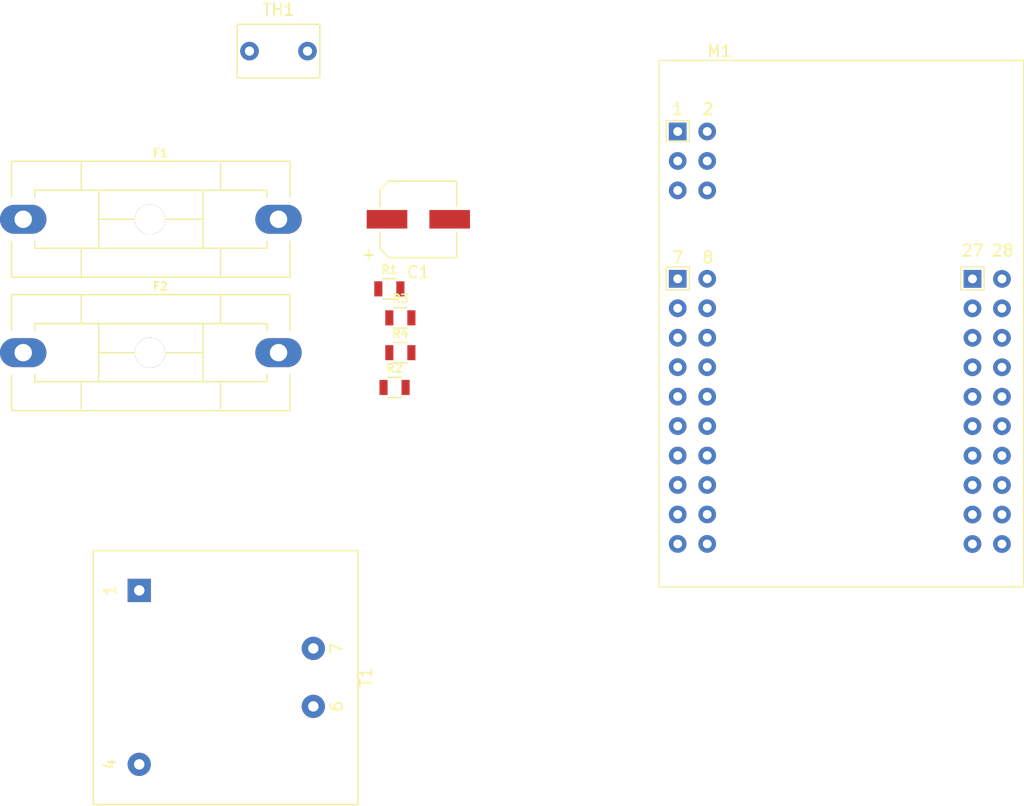
<source format=kicad_pcb>
(kicad_pcb (version 20171130) (host pcbnew "(5.0.0)")

  (general
    (thickness 1.6)
    (drawings 0)
    (tracks 0)
    (zones 0)
    (modules 10)
    (nets 52)
  )

  (page A4)
  (layers
    (0 F.Cu signal)
    (31 B.Cu signal)
    (32 B.Adhes user)
    (33 F.Adhes user)
    (34 B.Paste user)
    (35 F.Paste user)
    (36 B.SilkS user)
    (37 F.SilkS user)
    (38 B.Mask user)
    (39 F.Mask user)
    (40 Dwgs.User user)
    (41 Cmts.User user)
    (42 Eco1.User user)
    (43 Eco2.User user)
    (44 Edge.Cuts user)
    (45 Margin user)
    (46 B.CrtYd user)
    (47 F.CrtYd user)
    (48 B.Fab user)
    (49 F.Fab user)
  )

  (setup
    (last_trace_width 0.25)
    (trace_clearance 0.2)
    (zone_clearance 0.508)
    (zone_45_only no)
    (trace_min 0.2)
    (segment_width 0.2)
    (edge_width 0.15)
    (via_size 0.8)
    (via_drill 0.4)
    (via_min_size 0.4)
    (via_min_drill 0.3)
    (uvia_size 0.3)
    (uvia_drill 0.1)
    (uvias_allowed no)
    (uvia_min_size 0.2)
    (uvia_min_drill 0.1)
    (pcb_text_width 0.3)
    (pcb_text_size 1.5 1.5)
    (mod_edge_width 0.15)
    (mod_text_size 1 1)
    (mod_text_width 0.15)
    (pad_size 1.524 1.524)
    (pad_drill 0.762)
    (pad_to_mask_clearance 0.2)
    (aux_axis_origin 0 0)
    (visible_elements 7FFFFFFF)
    (pcbplotparams
      (layerselection 0x010fc_ffffffff)
      (usegerberextensions false)
      (usegerberattributes false)
      (usegerberadvancedattributes false)
      (creategerberjobfile false)
      (excludeedgelayer true)
      (linewidth 0.100000)
      (plotframeref false)
      (viasonmask false)
      (mode 1)
      (useauxorigin false)
      (hpglpennumber 1)
      (hpglpenspeed 20)
      (hpglpendiameter 15.000000)
      (psnegative false)
      (psa4output false)
      (plotreference true)
      (plotvalue true)
      (plotinvisibletext false)
      (padsonsilk false)
      (subtractmaskfromsilk false)
      (outputformat 1)
      (mirror false)
      (drillshape 1)
      (scaleselection 1)
      (outputdirectory ""))
  )

  (net 0 "")
  (net 1 "Net-(R1-Pad1)")
  (net 2 /AIN)
  (net 3 "Net-(C1-Pad1)")
  (net 4 /VREF)
  (net 5 GND)
  (net 6 /AC2A)
  (net 7 /AC2)
  (net 8 "Net-(F2-Pad2)")
  (net 9 "Net-(M1-Pad15)")
  (net 10 "Net-(M1-Pad13)")
  (net 11 "Net-(M1-Pad14)")
  (net 12 "Net-(M1-Pad16)")
  (net 13 "Net-(M1-Pad24)")
  (net 14 "Net-(M1-Pad23)")
  (net 15 "Net-(M1-Pad26)")
  (net 16 "Net-(M1-Pad25)")
  (net 17 "Net-(M1-Pad20)")
  (net 18 "Net-(M1-Pad22)")
  (net 19 "Net-(M1-Pad21)")
  (net 20 "Net-(M1-Pad19)")
  (net 21 "Net-(M1-Pad18)")
  (net 22 "Net-(M1-Pad17)")
  (net 23 "Net-(M1-Pad10)")
  (net 24 "Net-(M1-Pad11)")
  (net 25 "Net-(M1-Pad12)")
  (net 26 "Net-(M1-Pad7)")
  (net 27 "Net-(M1-Pad8)")
  (net 28 "Net-(M1-Pad9)")
  (net 29 "Net-(M1-Pad32)")
  (net 30 "Net-(M1-Pad31)")
  (net 31 "Net-(M1-Pad30)")
  (net 32 "Net-(M1-Pad29)")
  (net 33 "Net-(M1-Pad33)")
  (net 34 "Net-(M1-Pad34)")
  (net 35 "Net-(M1-Pad44)")
  (net 36 "Net-(M1-Pad41)")
  (net 37 "Net-(M1-Pad42)")
  (net 38 "Net-(M1-Pad43)")
  (net 39 "Net-(M1-Pad45)")
  (net 40 "Net-(M1-Pad46)")
  (net 41 /UART_TX)
  (net 42 "Net-(M1-Pad37)")
  (net 43 "Net-(M1-Pad35)")
  (net 44 /UART_DE)
  (net 45 "Net-(M1-Pad36)")
  (net 46 /UART_RX)
  (net 47 /12VDC)
  (net 48 /3VDC)
  (net 49 "Net-(M1-Pad2)")
  (net 50 /AC1)
  (net 51 "Net-(F1-Pad2)")

  (net_class Default "This is the default net class."
    (clearance 0.2)
    (trace_width 0.25)
    (via_dia 0.8)
    (via_drill 0.4)
    (uvia_dia 0.3)
    (uvia_drill 0.1)
    (add_net /12VDC)
    (add_net /3VDC)
    (add_net /AC1)
    (add_net /AC2)
    (add_net /AC2A)
    (add_net /AIN)
    (add_net /UART_DE)
    (add_net /UART_RX)
    (add_net /UART_TX)
    (add_net /VREF)
    (add_net GND)
    (add_net "Net-(C1-Pad1)")
    (add_net "Net-(F1-Pad2)")
    (add_net "Net-(F2-Pad2)")
    (add_net "Net-(M1-Pad10)")
    (add_net "Net-(M1-Pad11)")
    (add_net "Net-(M1-Pad12)")
    (add_net "Net-(M1-Pad13)")
    (add_net "Net-(M1-Pad14)")
    (add_net "Net-(M1-Pad15)")
    (add_net "Net-(M1-Pad16)")
    (add_net "Net-(M1-Pad17)")
    (add_net "Net-(M1-Pad18)")
    (add_net "Net-(M1-Pad19)")
    (add_net "Net-(M1-Pad2)")
    (add_net "Net-(M1-Pad20)")
    (add_net "Net-(M1-Pad21)")
    (add_net "Net-(M1-Pad22)")
    (add_net "Net-(M1-Pad23)")
    (add_net "Net-(M1-Pad24)")
    (add_net "Net-(M1-Pad25)")
    (add_net "Net-(M1-Pad26)")
    (add_net "Net-(M1-Pad29)")
    (add_net "Net-(M1-Pad30)")
    (add_net "Net-(M1-Pad31)")
    (add_net "Net-(M1-Pad32)")
    (add_net "Net-(M1-Pad33)")
    (add_net "Net-(M1-Pad34)")
    (add_net "Net-(M1-Pad35)")
    (add_net "Net-(M1-Pad36)")
    (add_net "Net-(M1-Pad37)")
    (add_net "Net-(M1-Pad41)")
    (add_net "Net-(M1-Pad42)")
    (add_net "Net-(M1-Pad43)")
    (add_net "Net-(M1-Pad44)")
    (add_net "Net-(M1-Pad45)")
    (add_net "Net-(M1-Pad46)")
    (add_net "Net-(M1-Pad7)")
    (add_net "Net-(M1-Pad8)")
    (add_net "Net-(M1-Pad9)")
    (add_net "Net-(R1-Pad1)")
  )

  (module Capacitors_THT:C_Rect_L7.0mm_W4.5mm_P5.00mm (layer F.Cu) (tedit 597BC7C2) (tstamp 5BC2155A)
    (at 95.5 87.5)
    (descr "C, Rect series, Radial, pin pitch=5.00mm, , length*width=7*4.5mm^2, Capacitor")
    (tags "C Rect series Radial pin pitch 5.00mm  length 7mm width 4.5mm Capacitor")
    (path /5BCA81A3)
    (fp_text reference TH1 (at 2.5 -3.56) (layer F.SilkS)
      (effects (font (size 1 1) (thickness 0.15)))
    )
    (fp_text value 250/120mA (at 2.5 3.56) (layer F.Fab)
      (effects (font (size 1 1) (thickness 0.15)))
    )
    (fp_text user %R (at 2.5 0) (layer F.Fab)
      (effects (font (size 1 1) (thickness 0.15)))
    )
    (fp_line (start 6.35 -2.6) (end -1.35 -2.6) (layer F.CrtYd) (width 0.05))
    (fp_line (start 6.35 2.6) (end 6.35 -2.6) (layer F.CrtYd) (width 0.05))
    (fp_line (start -1.35 2.6) (end 6.35 2.6) (layer F.CrtYd) (width 0.05))
    (fp_line (start -1.35 -2.6) (end -1.35 2.6) (layer F.CrtYd) (width 0.05))
    (fp_line (start 6.06 -2.31) (end 6.06 2.31) (layer F.SilkS) (width 0.12))
    (fp_line (start -1.06 -2.31) (end -1.06 2.31) (layer F.SilkS) (width 0.12))
    (fp_line (start -1.06 2.31) (end 6.06 2.31) (layer F.SilkS) (width 0.12))
    (fp_line (start -1.06 -2.31) (end 6.06 -2.31) (layer F.SilkS) (width 0.12))
    (fp_line (start 6 -2.25) (end -1 -2.25) (layer F.Fab) (width 0.1))
    (fp_line (start 6 2.25) (end 6 -2.25) (layer F.Fab) (width 0.1))
    (fp_line (start -1 2.25) (end 6 2.25) (layer F.Fab) (width 0.1))
    (fp_line (start -1 -2.25) (end -1 2.25) (layer F.Fab) (width 0.1))
    (pad 2 thru_hole circle (at 5 0) (size 1.6 1.6) (drill 0.8) (layers *.Cu *.Mask)
      (net 6 /AC2A))
    (pad 1 thru_hole circle (at 0 0) (size 1.6 1.6) (drill 0.8) (layers *.Cu *.Mask)
      (net 51 "Net-(F1-Pad2)"))
    (model ${KISYS3DMOD}/Capacitors_THT.3dshapes/C_Rect_L7.0mm_W4.5mm_P5.00mm.wrl
      (at (xyz 0 0 0))
      (scale (xyz 1 1 1))
      (rotate (xyz 0 0 0))
    )
  )

  (module disc:Transformer_Breve_TEZ-22x24_6V (layer F.Cu) (tedit 5B0F918C) (tstamp 5BC1E592)
    (at 86 134 270)
    (descr http://www.breve.pl/pdf/ANG/TEZ_ang.pdf)
    (tags "TEZ PCB Transformer")
    (path /5BCA7928)
    (fp_text reference T1 (at 7.48 -19.5398 270) (layer F.SilkS)
      (effects (font (size 1 1) (thickness 0.15)))
    )
    (fp_text value Transformer_TEZ_22x24_6V (at 7.461631 3.4602 90) (layer F.Fab)
      (effects (font (size 0.3 0.3) (thickness 0.075)))
    )
    (fp_text user 7 (at 5 -17 270) (layer F.SilkS)
      (effects (font (size 1 1) (thickness 0.15)))
    )
    (fp_text user 6 (at 10 -17 270) (layer F.SilkS)
      (effects (font (size 1 1) (thickness 0.15)))
    )
    (fp_text user 4 (at 15 2.5 270) (layer F.SilkS)
      (effects (font (size 1 1) (thickness 0.15)))
    )
    (fp_text user 1 (at 0 2.5 270) (layer F.SilkS)
      (effects (font (size 1 1) (thickness 0.15)))
    )
    (fp_text user %R (at 7.48 -19.5398 270) (layer F.Fab)
      (effects (font (size 1 1) (thickness 0.15)))
    )
    (fp_line (start -3.538369 -18.9398) (end 18.561631 -18.9398) (layer F.CrtYd) (width 0.05))
    (fp_line (start -3.538369 -18.9398) (end -3.538369 4.0602) (layer F.CrtYd) (width 0.05))
    (fp_line (start 18.561631 4.0602) (end -3.538369 4.0602) (layer F.CrtYd) (width 0.05))
    (fp_line (start -3.438369 -18.8398) (end 18.461631 -18.8398) (layer F.SilkS) (width 0.12))
    (fp_line (start -3.438369 -18.8398) (end -3.438369 3.9602) (layer F.SilkS) (width 0.12))
    (fp_line (start 18.461631 3.9602) (end 18.461631 -18.8398) (layer F.SilkS) (width 0.12))
    (fp_line (start 18.461631 3.9602) (end -3.438369 3.9602) (layer F.SilkS) (width 0.12))
    (fp_line (start 7.182036 -4.43474) (end 7.179437 -4.384819) (layer F.Fab) (width 0.1))
    (fp_line (start 6.827274 -4.818999) (end 6.876599 -4.810856) (layer F.Fab) (width 0.1))
    (fp_line (start 7.119887 -4.649899) (end 7.144281 -4.606294) (layer F.Fab) (width 0.1))
    (fp_line (start 7.162724 -4.559858) (end 7.175259 -4.511488) (layer F.Fab) (width 0.1))
    (fp_line (start 6.876599 -4.810856) (end 6.924917 -4.798073) (layer F.Fab) (width 0.1))
    (fp_line (start 6.971517 -4.780054) (end 7.015148 -4.755718) (layer F.Fab) (width 0.1))
    (fp_line (start 7.175259 -4.511488) (end 7.180975 -4.461857) (layer F.Fab) (width 0.1))
    (fp_line (start 7.180975 -4.461857) (end 7.182036 -4.43474) (layer F.Fab) (width 0.1))
    (fp_line (start 6.924917 -4.798073) (end 6.971517 -4.780054) (layer F.Fab) (width 0.1))
    (fp_line (start 7.144281 -4.606294) (end 7.162724 -4.559858) (layer F.Fab) (width 0.1))
    (fp_line (start 7.015148 -4.755718) (end 7.054973 -4.725556) (layer F.Fab) (width 0.1))
    (fp_line (start 7.054973 -4.725556) (end 7.090013 -4.689947) (layer F.Fab) (width 0.1))
    (fp_line (start 6.677674 -4.828117) (end 6.727665 -4.827327) (layer F.Fab) (width 0.1))
    (fp_line (start 7.090013 -4.689947) (end 7.119887 -4.649899) (layer F.Fab) (width 0.1))
    (fp_line (start 6.727665 -4.827327) (end 6.777576 -4.824397) (layer F.Fab) (width 0.1))
    (fp_line (start 6.777576 -4.824397) (end 6.827274 -4.818999) (layer F.Fab) (width 0.1))
    (fp_line (start 9.09087 -6.476478) (end 9.131258 -6.44702) (layer F.Fab) (width 0.1))
    (fp_line (start 10.152437 -6.50707) (end 10.190756 -6.539184) (layer F.Fab) (width 0.1))
    (fp_line (start 10.190756 -6.539184) (end 10.22802 -6.57252) (layer F.Fab) (width 0.1))
    (fp_line (start 9.356391 -6.340673) (end 9.404792 -6.328148) (layer F.Fab) (width 0.1))
    (fp_line (start 10.22802 -6.57252) (end 10.264534 -6.606675) (layer F.Fab) (width 0.1))
    (fp_line (start 10.223161 -6.026578) (end 10.179024 -6.003094) (layer F.Fab) (width 0.1))
    (fp_line (start 10.579417 -6.299483) (end 10.543054 -6.265165) (layer F.Fab) (width 0.1))
    (fp_line (start 10.133806 -5.981765) (end 10.087609 -5.962652) (layer F.Fab) (width 0.1))
    (fp_line (start 8.79761 -7.036143) (end 8.803706 -6.986522) (layer F.Fab) (width 0.1))
    (fp_line (start 8.85478 -6.793584) (end 8.874999 -6.747862) (layer F.Fab) (width 0.1))
    (fp_line (start 9.798852 -6.328161) (end 9.847278 -6.340576) (layer F.Fab) (width 0.1))
    (fp_line (start 10.087609 -5.962652) (end 10.040576 -5.945697) (layer F.Fab) (width 0.1))
    (fp_line (start 10.040576 -5.945697) (end 9.992842 -5.930828) (layer F.Fab) (width 0.1))
    (fp_line (start 9.05249 -6.508513) (end 9.09087 -6.476478) (layer F.Fab) (width 0.1))
    (fp_line (start 10.112851 -6.47653) (end 10.152437 -6.50707) (layer F.Fab) (width 0.1))
    (fp_line (start 10.543054 -6.265165) (end 10.506043 -6.231548) (layer F.Fab) (width 0.1))
    (fp_line (start 9.944514 -5.918021) (end 9.89569 -5.907258) (layer F.Fab) (width 0.1))
    (fp_line (start 9.453834 -6.318469) (end 9.5034 -6.311923) (layer F.Fab) (width 0.1))
    (fp_line (start 9.89569 -5.907258) (end 9.846504 -5.898287) (layer F.Fab) (width 0.1))
    (fp_line (start 9.846504 -5.898287) (end 9.797016 -5.891171) (layer F.Fab) (width 0.1))
    (fp_line (start 10.266343 -6.051777) (end 10.223161 -6.026578) (layer F.Fab) (width 0.1))
    (fp_line (start 9.797016 -5.891171) (end 9.747298 -5.885891) (layer F.Fab) (width 0.1))
    (fp_line (start 10.615444 -6.334153) (end 10.579417 -6.299483) (layer F.Fab) (width 0.1))
    (fp_line (start 9.553231 -6.307937) (end 9.60036 -6.306963) (layer F.Fab) (width 0.1))
    (fp_line (start 8.982699 -6.579998) (end 9.016228 -6.542922) (layer F.Fab) (width 0.1))
    (fp_line (start 9.404792 -6.328148) (end 9.453834 -6.318469) (layer F.Fab) (width 0.1))
    (fp_line (start 8.803706 -6.986522) (end 8.812451 -6.937299) (layer F.Fab) (width 0.1))
    (fp_line (start 8.794066 -7.163244) (end 8.793254 -7.136012) (layer F.Fab) (width 0.1))
    (fp_line (start 9.217228 -6.396035) (end 9.262436 -6.374705) (layer F.Fab) (width 0.1))
    (fp_line (start 9.308858 -6.356143) (end 9.356391 -6.340673) (layer F.Fab) (width 0.1))
    (fp_line (start 9.60036 -6.306963) (end 9.650329 -6.308692) (layer F.Fab) (width 0.1))
    (fp_line (start 9.016228 -6.542922) (end 9.05249 -6.508513) (layer F.Fab) (width 0.1))
    (fp_line (start 10.029913 -6.420733) (end 10.072061 -6.44762) (layer F.Fab) (width 0.1))
    (fp_line (start 10.072061 -6.44762) (end 10.112851 -6.47653) (layer F.Fab) (width 0.1))
    (fp_line (start 10.264534 -6.606675) (end 10.300136 -6.641781) (layer F.Fab) (width 0.1))
    (fp_line (start 8.793254 -7.136012) (end 8.794271 -7.086024) (layer F.Fab) (width 0.1))
    (fp_line (start 9.992842 -5.930828) (end 9.944514 -5.918021) (layer F.Fab) (width 0.1))
    (fp_line (start 8.897709 -6.703326) (end 8.923427 -6.660459) (layer F.Fab) (width 0.1))
    (fp_line (start 9.262436 -6.374705) (end 9.308858 -6.356143) (layer F.Fab) (width 0.1))
    (fp_line (start 9.894784 -6.356138) (end 9.941151 -6.374826) (layer F.Fab) (width 0.1))
    (fp_line (start 10.300136 -6.641781) (end 10.311587 -6.653275) (layer F.Fab) (width 0.1))
    (fp_line (start 8.823926 -6.88864) (end 8.837931 -6.840646) (layer F.Fab) (width 0.1))
    (fp_line (start 9.700203 -6.312158) (end 9.749771 -6.318657) (layer F.Fab) (width 0.1))
    (fp_line (start 8.874999 -6.747862) (end 8.897709 -6.703326) (layer F.Fab) (width 0.1))
    (fp_line (start 9.847278 -6.340576) (end 9.894784 -6.356138) (layer F.Fab) (width 0.1))
    (fp_line (start 10.468136 -6.198947) (end 10.429382 -6.167355) (layer F.Fab) (width 0.1))
    (fp_line (start 8.812451 -6.937299) (end 8.823926 -6.88864) (layer F.Fab) (width 0.1))
    (fp_line (start 9.650329 -6.308692) (end 9.700203 -6.312158) (layer F.Fab) (width 0.1))
    (fp_line (start 8.923427 -6.660459) (end 8.951818 -6.619311) (layer F.Fab) (width 0.1))
    (fp_line (start 9.941151 -6.374826) (end 9.986278 -6.396339) (layer F.Fab) (width 0.1))
    (fp_line (start 8.837931 -6.840646) (end 8.85478 -6.793584) (layer F.Fab) (width 0.1))
    (fp_line (start 9.749771 -6.318657) (end 9.798852 -6.328161) (layer F.Fab) (width 0.1))
    (fp_line (start 10.506043 -6.231548) (end 10.468136 -6.198947) (layer F.Fab) (width 0.1))
    (fp_line (start 10.429382 -6.167355) (end 10.390004 -6.136545) (layer F.Fab) (width 0.1))
    (fp_line (start 10.390004 -6.136545) (end 10.349813 -6.106804) (layer F.Fab) (width 0.1))
    (fp_line (start 10.349813 -6.106804) (end 10.308602 -6.078496) (layer F.Fab) (width 0.1))
    (fp_line (start 8.794271 -7.086024) (end 8.79761 -7.036143) (layer F.Fab) (width 0.1))
    (fp_line (start 10.179024 -6.003094) (end 10.133806 -5.981765) (layer F.Fab) (width 0.1))
    (fp_line (start 10.308602 -6.078496) (end 10.266343 -6.051777) (layer F.Fab) (width 0.1))
    (fp_line (start 8.951818 -6.619311) (end 8.982699 -6.579998) (layer F.Fab) (width 0.1))
    (fp_line (start 9.173569 -6.420393) (end 9.217228 -6.396035) (layer F.Fab) (width 0.1))
    (fp_line (start 9.5034 -6.311923) (end 9.553231 -6.307937) (layer F.Fab) (width 0.1))
    (fp_line (start 9.986278 -6.396339) (end 10.029913 -6.420733) (layer F.Fab) (width 0.1))
    (fp_line (start 9.131258 -6.44702) (end 9.173569 -6.420393) (layer F.Fab) (width 0.1))
    (fp_line (start 10.204328 -7.714001) (end 10.165997 -7.746099) (layer F.Fab) (width 0.1))
    (fp_line (start 10.14302 -8.269493) (end 10.188481 -8.248685) (layer F.Fab) (width 0.1))
    (fp_line (start 10.042478 -7.83098) (end 9.998754 -7.855223) (layer F.Fab) (width 0.1))
    (fp_line (start 9.812835 -7.927767) (end 9.764139 -7.939084) (layer F.Fab) (width 0.1))
    (fp_line (start 9.907854 -7.896786) (end 9.8608 -7.913676) (layer F.Fab) (width 0.1))
    (fp_line (start 9.592251 -7.955521) (end 9.542281 -7.953799) (layer F.Fab) (width 0.1))
    (fp_line (start 9.492429 -7.950055) (end 9.442926 -7.943089) (layer F.Fab) (width 0.1))
    (fp_line (start 9.393983 -7.932905) (end 9.345809 -7.919551) (layer F.Fab) (width 0.1))
    (fp_line (start 9.758636 -8.374563) (end 9.808199 -8.367991) (layer F.Fab) (width 0.1))
    (fp_line (start 10.311587 -7.609209) (end 10.276717 -7.645044) (layer F.Fab) (width 0.1))
    (fp_line (start 10.241167 -7.680201) (end 10.204328 -7.714001) (layer F.Fab) (width 0.1))
    (fp_line (start 10.188481 -8.248685) (end 10.233061 -8.226051) (layer F.Fab) (width 0.1))
    (fp_line (start 9.298604 -7.903092) (end 9.252537 -7.883676) (layer F.Fab) (width 0.1))
    (fp_line (start 9.207898 -7.861176) (end 9.165024 -7.835471) (layer F.Fab) (width 0.1))
    (fp_line (start 9.8608 -7.913676) (end 9.812835 -7.927767) (layer F.Fab) (width 0.1))
    (fp_line (start 9.047508 -7.742599) (end 9.012388 -7.707021) (layer F.Fab) (width 0.1))
    (fp_line (start 8.948331 -7.630289) (end 8.919666 -7.589333) (layer F.Fab) (width 0.1))
    (fp_line (start 8.919666 -7.589333) (end 8.893965 -7.546456) (layer F.Fab) (width 0.1))
    (fp_line (start 9.442926 -7.943089) (end 9.393983 -7.932905) (layer F.Fab) (width 0.1))
    (fp_line (start 9.165024 -7.835471) (end 9.123954 -7.806968) (layer F.Fab) (width 0.1))
    (fp_line (start 9.012388 -7.707021) (end 8.979376 -7.669476) (layer F.Fab) (width 0.1))
    (fp_line (start 8.871213 -7.501942) (end 8.851342 -7.456069) (layer F.Fab) (width 0.1))
    (fp_line (start 8.851342 -7.456069) (end 8.834357 -7.409051) (layer F.Fab) (width 0.1))
    (fp_line (start 8.801446 -7.262929) (end 8.796495 -7.213183) (layer F.Fab) (width 0.1))
    (fp_line (start 10.050152 -8.306542) (end 10.096857 -8.288696) (layer F.Fab) (width 0.1))
    (fp_line (start 10.36108 -8.148025) (end 10.401651 -8.118808) (layer F.Fab) (width 0.1))
    (fp_line (start 8.796495 -7.213183) (end 8.794066 -7.163244) (layer F.Fab) (width 0.1))
    (fp_line (start 10.096857 -8.288696) (end 10.14302 -8.269493) (layer F.Fab) (width 0.1))
    (fp_line (start 9.998754 -7.855223) (end 9.953861 -7.877224) (layer F.Fab) (width 0.1))
    (fp_line (start 9.665112 -7.952448) (end 9.615171 -7.954823) (layer F.Fab) (width 0.1))
    (fp_line (start 9.953861 -7.877224) (end 9.907854 -7.896786) (layer F.Fab) (width 0.1))
    (fp_line (start 10.319381 -8.175609) (end 10.36108 -8.148025) (layer F.Fab) (width 0.1))
    (fp_line (start 10.516778 -8.022764) (end 10.552594 -7.98788) (layer F.Fab) (width 0.1))
    (fp_line (start 10.276717 -7.645044) (end 10.241167 -7.680201) (layer F.Fab) (width 0.1))
    (fp_line (start 10.586943 -7.95155) (end 10.6202 -7.914216) (layer F.Fab) (width 0.1))
    (fp_line (start 9.123954 -7.806968) (end 9.084737 -7.775965) (layer F.Fab) (width 0.1))
    (fp_line (start 9.714851 -7.947439) (end 9.665112 -7.952448) (layer F.Fab) (width 0.1))
    (fp_line (start 9.252537 -7.883676) (end 9.207898 -7.861176) (layer F.Fab) (width 0.1))
    (fp_line (start 8.893965 -7.546456) (end 8.871213 -7.501942) (layer F.Fab) (width 0.1))
    (fp_line (start 10.441143 -8.088146) (end 10.479555 -8.056142) (layer F.Fab) (width 0.1))
    (fp_line (start 8.834357 -7.409051) (end 8.820351 -7.361062) (layer F.Fab) (width 0.1))
    (fp_line (start 9.954797 -8.336564) (end 10.002795 -8.322569) (layer F.Fab) (width 0.1))
    (fp_line (start 10.401651 -8.118808) (end 10.441143 -8.088146) (layer F.Fab) (width 0.1))
    (fp_line (start 10.084983 -7.804658) (end 10.042478 -7.83098) (layer F.Fab) (width 0.1))
    (fp_line (start 8.979376 -7.669476) (end 8.948331 -7.630289) (layer F.Fab) (width 0.1))
    (fp_line (start 10.276682 -8.20162) (end 10.319381 -8.175609) (layer F.Fab) (width 0.1))
    (fp_line (start 9.615171 -7.954823) (end 9.592251 -7.955521) (layer F.Fab) (width 0.1))
    (fp_line (start 8.820351 -7.361062) (end 8.809387 -7.312287) (layer F.Fab) (width 0.1))
    (fp_line (start 8.809387 -7.312287) (end 8.801446 -7.262929) (layer F.Fab) (width 0.1))
    (fp_line (start 9.857433 -8.359293) (end 9.906301 -8.348723) (layer F.Fab) (width 0.1))
    (fp_line (start 9.764139 -7.939084) (end 9.714851 -7.947439) (layer F.Fab) (width 0.1))
    (fp_line (start 10.165997 -7.746099) (end 10.126192 -7.776349) (layer F.Fab) (width 0.1))
    (fp_line (start 9.542281 -7.953799) (end 9.492429 -7.950055) (layer F.Fab) (width 0.1))
    (fp_line (start 9.084737 -7.775965) (end 9.047508 -7.742599) (layer F.Fab) (width 0.1))
    (fp_line (start 9.345809 -7.919551) (end 9.298604 -7.903092) (layer F.Fab) (width 0.1))
    (fp_line (start 10.002795 -8.322569) (end 10.050152 -8.306542) (layer F.Fab) (width 0.1))
    (fp_line (start 9.906301 -8.348723) (end 9.954797 -8.336564) (layer F.Fab) (width 0.1))
    (fp_line (start 10.479555 -8.056142) (end 10.516778 -8.022764) (layer F.Fab) (width 0.1))
    (fp_line (start 10.6202 -7.914216) (end 10.624984 -7.908774) (layer F.Fab) (width 0.1))
    (fp_line (start 10.126192 -7.776349) (end 10.084983 -7.804658) (layer F.Fab) (width 0.1))
    (fp_line (start 10.233061 -8.226051) (end 10.276682 -8.20162) (layer F.Fab) (width 0.1))
    (fp_line (start 9.808199 -8.367991) (end 9.857433 -8.359293) (layer F.Fab) (width 0.1))
    (fp_line (start 10.552594 -7.98788) (end 10.586943 -7.95155) (layer F.Fab) (width 0.1))
    (fp_line (start 8.167375 -4.526078) (end 8.187288 -4.571931) (layer F.Fab) (width 0.1))
    (fp_line (start 8.82293 -4.828168) (end 8.867445 -4.805426) (layer F.Fab) (width 0.1))
    (fp_line (start 9.068723 -4.588379) (end 9.090781 -4.543515) (layer F.Fab) (width 0.1))
    (fp_line (start 8.099611 -4.133711) (end 8.102143 -4.183646) (layer F.Fab) (width 0.1))
    (fp_line (start 8.338522 -4.768318) (end 8.379353 -4.797135) (layer F.Fab) (width 0.1))
    (fp_line (start 8.193794 -3.485637) (end 8.172945 -3.531072) (layer F.Fab) (width 0.1))
    (fp_line (start 8.390454 -3.264729) (end 8.348877 -3.292459) (layer F.Fab) (width 0.1))
    (fp_line (start 8.129219 -3.674317) (end 8.120137 -3.723482) (layer F.Fab) (width 0.1))
    (fp_line (start 8.155309 -3.577848) (end 8.140748 -3.625672) (layer F.Fab) (width 0.1))
    (fp_line (start 8.187288 -4.571931) (end 8.210565 -4.616165) (layer F.Fab) (width 0.1))
    (fp_line (start 8.628658 -4.868822) (end 8.67858 -4.86645) (layer F.Fab) (width 0.1))
    (fp_line (start 9.126086 -4.450035) (end 9.139375 -4.401841) (layer F.Fab) (width 0.1))
    (fp_line (start 8.43458 -3.241257) (end 8.390454 -3.264729) (layer F.Fab) (width 0.1))
    (fp_line (start 8.120137 -3.723482) (end 8.112817 -3.772941) (layer F.Fab) (width 0.1))
    (fp_line (start 8.137149 -4.430829) (end 8.15071 -4.478948) (layer F.Fab) (width 0.1))
    (fp_line (start 8.097901 -4.033731) (end 8.098336 -4.083729) (layer F.Fab) (width 0.1))
    (fp_line (start 8.111057 -4.283236) (end 8.117603 -4.332804) (layer F.Fab) (width 0.1))
    (fp_line (start 8.210565 -4.616165) (end 8.237238 -4.658444) (layer F.Fab) (width 0.1))
    (fp_line (start 8.310523 -3.324503) (end 8.275912 -3.360548) (layer F.Fab) (width 0.1))
    (fp_line (start 8.217838 -3.441811) (end 8.193794 -3.485637) (layer F.Fab) (width 0.1))
    (fp_line (start 8.529365 -3.210032) (end 8.481117 -3.223068) (layer F.Fab) (width 0.1))
    (fp_line (start 8.422854 -4.821737) (end 8.46889 -4.841182) (layer F.Fab) (width 0.1))
    (fp_line (start 8.140748 -3.625672) (end 8.129219 -3.674317) (layer F.Fab) (width 0.1))
    (fp_line (start 8.237238 -4.658444) (end 8.267352 -4.698335) (layer F.Fab) (width 0.1))
    (fp_line (start 8.516686 -4.855791) (end 8.565807 -4.86499) (layer F.Fab) (width 0.1))
    (fp_line (start 8.565807 -4.86499) (end 8.61565 -4.868577) (layer F.Fab) (width 0.1))
    (fp_line (start 8.74702 -3.214346) (end 8.69797 -3.204755) (layer F.Fab) (width 0.1))
    (fp_line (start 8.61565 -4.868577) (end 8.628658 -4.868822) (layer F.Fab) (width 0.1))
    (fp_line (start 8.867445 -4.805426) (end 8.909265 -4.778072) (layer F.Fab) (width 0.1))
    (fp_line (start 8.948104 -4.746622) (end 8.983531 -4.711362) (layer F.Fab) (width 0.1))
    (fp_line (start 8.983531 -4.711362) (end 9.015324 -4.6728) (layer F.Fab) (width 0.1))
    (fp_line (start 8.909265 -4.778072) (end 8.948104 -4.746622) (layer F.Fab) (width 0.1))
    (fp_line (start 9.015324 -4.6728) (end 9.043743 -4.631677) (layer F.Fab) (width 0.1))
    (fp_line (start 9.043743 -4.631677) (end 9.068723 -4.588379) (layer F.Fab) (width 0.1))
    (fp_line (start 8.126092 -4.382072) (end 8.137149 -4.430829) (layer F.Fab) (width 0.1))
    (fp_line (start 8.301075 -4.735223) (end 8.338522 -4.768318) (layer F.Fab) (width 0.1))
    (fp_line (start 9.110015 -4.497374) (end 9.126086 -4.450035) (layer F.Fab) (width 0.1))
    (fp_line (start 8.098535 -3.972329) (end 8.09797 -4.022326) (layer F.Fab) (width 0.1))
    (fp_line (start 8.727994 -4.858904) (end 8.776302 -4.846125) (layer F.Fab) (width 0.1))
    (fp_line (start 8.098336 -4.083729) (end 8.099611 -4.133711) (layer F.Fab) (width 0.1))
    (fp_line (start 9.090781 -4.543515) (end 9.110015 -4.497374) (layer F.Fab) (width 0.1))
    (fp_line (start 8.648202 -3.200295) (end 8.628658 -3.199912) (layer F.Fab) (width 0.1))
    (fp_line (start 8.172945 -3.531072) (end 8.155309 -3.577848) (layer F.Fab) (width 0.1))
    (fp_line (start 8.107121 -3.822613) (end 8.102962 -3.872438) (layer F.Fab) (width 0.1))
    (fp_line (start 8.481117 -3.223068) (end 8.43458 -3.241257) (layer F.Fab) (width 0.1))
    (fp_line (start 8.578728 -3.202233) (end 8.529365 -3.210032) (layer F.Fab) (width 0.1))
    (fp_line (start 8.69797 -3.204755) (end 8.648202 -3.200295) (layer F.Fab) (width 0.1))
    (fp_line (start 8.275912 -3.360548) (end 8.245164 -3.399954) (layer F.Fab) (width 0.1))
    (fp_line (start 8.245164 -3.399954) (end 8.217838 -3.441811) (layer F.Fab) (width 0.1))
    (fp_line (start 8.348877 -3.292459) (end 8.310523 -3.324503) (layer F.Fab) (width 0.1))
    (fp_line (start 8.112817 -3.772941) (end 8.107121 -3.822613) (layer F.Fab) (width 0.1))
    (fp_line (start 8.102962 -3.872438) (end 8.100115 -3.922356) (layer F.Fab) (width 0.1))
    (fp_line (start 8.102143 -4.183646) (end 8.105929 -4.233501) (layer F.Fab) (width 0.1))
    (fp_line (start 8.628658 -3.199912) (end 8.578728 -3.202233) (layer F.Fab) (width 0.1))
    (fp_line (start 8.100115 -3.922356) (end 8.098535 -3.972329) (layer F.Fab) (width 0.1))
    (fp_line (start 8.117603 -4.332804) (end 8.126092 -4.382072) (layer F.Fab) (width 0.1))
    (fp_line (start 8.379353 -4.797135) (end 8.422854 -4.821737) (layer F.Fab) (width 0.1))
    (fp_line (start 8.67858 -4.86645) (end 8.727994 -4.858904) (layer F.Fab) (width 0.1))
    (fp_line (start 8.09797 -4.022326) (end 8.097901 -4.033731) (layer F.Fab) (width 0.1))
    (fp_line (start 8.105929 -4.233501) (end 8.111057 -4.283236) (layer F.Fab) (width 0.1))
    (fp_line (start 8.46889 -4.841182) (end 8.516686 -4.855791) (layer F.Fab) (width 0.1))
    (fp_line (start 8.267352 -4.698335) (end 8.301075 -4.735223) (layer F.Fab) (width 0.1))
    (fp_line (start 8.776302 -4.846125) (end 8.82293 -4.828168) (layer F.Fab) (width 0.1))
    (fp_line (start 8.15071 -4.478948) (end 8.167375 -4.526078) (layer F.Fab) (width 0.1))
    (fp_line (start 8.996571 -3.372234) (end 8.962307 -3.335844) (layer F.Fab) (width 0.1))
    (fp_line (start 9.153858 -3.734954) (end 9.143998 -3.68594) (layer F.Fab) (width 0.1))
    (fp_line (start 8.389765 -6.858602) (end 8.38154 -6.907919) (layer F.Fab) (width 0.1))
    (fp_line (start 8.701402 -6.243164) (end 8.667555 -6.279962) (layer F.Fab) (width 0.1))
    (fp_line (start 8.962307 -3.335844) (end 8.924713 -3.302916) (layer F.Fab) (width 0.1))
    (fp_line (start 8.924713 -3.302916) (end 8.884018 -3.273895) (layer F.Fab) (width 0.1))
    (fp_line (start 8.478338 -6.572748) (end 8.458751 -6.618748) (layer F.Fab) (width 0.1))
    (fp_line (start 9.552288 -5.880957) (end 9.502334 -5.883093) (layer F.Fab) (width 0.1))
    (fp_line (start 8.884018 -3.273895) (end 8.840476 -3.249368) (layer F.Fab) (width 0.1))
    (fp_line (start 9.304216 -5.908985) (end 9.255501 -5.920231) (layer F.Fab) (width 0.1))
    (fp_line (start 8.548151 -6.440096) (end 8.52301 -6.483311) (layer F.Fab) (width 0.1))
    (fp_line (start 9.143998 -3.68594) (end 9.131983 -3.637409) (layer F.Fab) (width 0.1))
    (fp_line (start 8.840476 -3.249368) (end 8.794703 -3.229303) (layer F.Fab) (width 0.1))
    (fp_line (start 9.697442 -5.882118) (end 9.647483 -5.880166) (layer F.Fab) (width 0.1))
    (fp_line (start 8.977063 -6.029659) (end 8.933875 -6.054847) (layer F.Fab) (width 0.1))
    (fp_line (start 8.425334 -6.712969) (end 8.411562 -6.761031) (layer F.Fab) (width 0.1))
    (fp_line (start 8.366448 -7.107198) (end 8.36585 -7.135058) (layer F.Fab) (width 0.1))
    (fp_line (start 8.635205 -6.318082) (end 8.604397 -6.357459) (layer F.Fab) (width 0.1))
    (fp_line (start 9.17585 -3.983737) (end 9.17439 -3.933759) (layer F.Fab) (width 0.1))
    (fp_line (start 8.851078 -6.110865) (end 8.811597 -6.141539) (layer F.Fab) (width 0.1))
    (fp_line (start 8.891856 -6.081938) (end 8.851078 -6.110865) (layer F.Fab) (width 0.1))
    (fp_line (start 8.49977 -6.527578) (end 8.478338 -6.572748) (layer F.Fab) (width 0.1))
    (fp_line (start 8.794703 -3.229303) (end 8.74702 -3.214346) (layer F.Fab) (width 0.1))
    (fp_line (start 8.933875 -6.054847) (end 8.891856 -6.081938) (layer F.Fab) (width 0.1))
    (fp_line (start 9.066603 -5.985206) (end 9.021338 -6.006436) (layer F.Fab) (width 0.1))
    (fp_line (start 9.502334 -5.883093) (end 9.452467 -5.886701) (layer F.Fab) (width 0.1))
    (fp_line (start 8.667555 -6.279962) (end 8.635205 -6.318082) (layer F.Fab) (width 0.1))
    (fp_line (start 8.575304 -6.398118) (end 8.548151 -6.440096) (layer F.Fab) (width 0.1))
    (fp_line (start 8.736716 -6.207773) (end 8.701402 -6.243164) (layer F.Fab) (width 0.1))
    (fp_line (start 9.647483 -5.880166) (end 9.602268 -5.879559) (layer F.Fab) (width 0.1))
    (fp_line (start 9.021338 -6.006436) (end 8.977063 -6.029659) (layer F.Fab) (width 0.1))
    (fp_line (start 8.458751 -6.618748) (end 8.44107 -6.665514) (layer F.Fab) (width 0.1))
    (fp_line (start 8.44107 -6.665514) (end 8.425334 -6.712969) (layer F.Fab) (width 0.1))
    (fp_line (start 8.399739 -6.80961) (end 8.389765 -6.858602) (layer F.Fab) (width 0.1))
    (fp_line (start 9.747298 -5.885891) (end 9.697442 -5.882118) (layer F.Fab) (width 0.1))
    (fp_line (start 8.375111 -6.957501) (end 8.370603 -7.007294) (layer F.Fab) (width 0.1))
    (fp_line (start 9.207287 -5.933462) (end 9.159673 -5.948713) (layer F.Fab) (width 0.1))
    (fp_line (start 8.773462 -6.17387) (end 8.736716 -6.207773) (layer F.Fab) (width 0.1))
    (fp_line (start 8.38154 -6.907919) (end 8.375111 -6.957501) (layer F.Fab) (width 0.1))
    (fp_line (start 8.370603 -7.007294) (end 8.367936 -7.057221) (layer F.Fab) (width 0.1))
    (fp_line (start 9.402777 -5.892224) (end 9.353336 -5.899661) (layer F.Fab) (width 0.1))
    (fp_line (start 8.367936 -7.057221) (end 8.366448 -7.107198) (layer F.Fab) (width 0.1))
    (fp_line (start 9.255501 -5.920231) (end 9.207287 -5.933462) (layer F.Fab) (width 0.1))
    (fp_line (start 9.176587 -4.033731) (end 9.17585 -3.983737) (layer F.Fab) (width 0.1))
    (fp_line (start 9.17439 -3.933759) (end 9.171592 -3.883839) (layer F.Fab) (width 0.1))
    (fp_line (start 9.452467 -5.886701) (end 9.402777 -5.892224) (layer F.Fab) (width 0.1))
    (fp_line (start 9.167202 -3.834034) (end 9.161488 -3.784364) (layer F.Fab) (width 0.1))
    (fp_line (start 9.159673 -5.948713) (end 9.112748 -5.965966) (layer F.Fab) (width 0.1))
    (fp_line (start 8.52301 -6.483311) (end 8.49977 -6.527578) (layer F.Fab) (width 0.1))
    (fp_line (start 9.353336 -5.899661) (end 9.304216 -5.908985) (layer F.Fab) (width 0.1))
    (fp_line (start 9.161488 -3.784364) (end 9.153858 -3.734954) (layer F.Fab) (width 0.1))
    (fp_line (start 9.117222 -3.589649) (end 9.099112 -3.543053) (layer F.Fab) (width 0.1))
    (fp_line (start 9.099112 -3.543053) (end 9.07812 -3.497682) (layer F.Fab) (width 0.1))
    (fp_line (start 9.07812 -3.497682) (end 9.054269 -3.453748) (layer F.Fab) (width 0.1))
    (fp_line (start 9.054269 -3.453748) (end 9.027237 -3.411702) (layer F.Fab) (width 0.1))
    (fp_line (start 9.602268 -5.879559) (end 9.552288 -5.880957) (layer F.Fab) (width 0.1))
    (fp_line (start 9.027237 -3.411702) (end 8.996571 -3.372234) (layer F.Fab) (width 0.1))
    (fp_line (start 8.411562 -6.761031) (end 8.399739 -6.80961) (layer F.Fab) (width 0.1))
    (fp_line (start 9.112748 -5.965966) (end 9.066603 -5.985206) (layer F.Fab) (width 0.1))
    (fp_line (start 8.811597 -6.141539) (end 8.773462 -6.17387) (layer F.Fab) (width 0.1))
    (fp_line (start 8.604397 -6.357459) (end 8.575304 -6.398118) (layer F.Fab) (width 0.1))
    (fp_line (start 9.171592 -3.883839) (end 9.167202 -3.834034) (layer F.Fab) (width 0.1))
    (fp_line (start 9.131983 -3.637409) (end 9.117222 -3.589649) (layer F.Fab) (width 0.1))
    (fp_line (start 10.987965 -3.759289) (end 10.986021 -3.709332) (layer F.Fab) (width 0.1))
    (fp_line (start 10.448254 -4.2769) (end 10.301384 -4.247751) (layer F.Fab) (width 0.1))
    (fp_line (start 10.789616 -3.31781) (end 10.749432 -3.28809) (layer F.Fab) (width 0.1))
    (fp_line (start 10.771971 -4.196159) (end 10.811641 -4.165758) (layer F.Fab) (width 0.1))
    (fp_line (start 10.987788 -3.76741) (end 10.987965 -3.759289) (layer F.Fab) (width 0.1))
    (fp_line (start 10.613983 -3.224877) (end 10.56552 -3.212647) (layer F.Fab) (width 0.1))
    (fp_line (start 10.466356 -3.200513) (end 10.434312 -3.199912) (layer F.Fab) (width 0.1))
    (fp_line (start 9.175379 -4.104558) (end 9.176328 -4.054567) (layer F.Fab) (width 0.1))
    (fp_line (start 10.384367 -3.202037) (end 10.334883 -3.209058) (layer F.Fab) (width 0.1))
    (fp_line (start 10.488373 -4.278598) (end 10.538327 -4.276625) (layer F.Fab) (width 0.1))
    (fp_line (start 10.953842 -3.963488) (end 10.968977 -3.915855) (layer F.Fab) (width 0.1))
    (fp_line (start 10.889688 -3.428775) (end 10.860058 -3.388513) (layer F.Fab) (width 0.1))
    (fp_line (start 10.826753 -3.351256) (end 10.789616 -3.31781) (layer F.Fab) (width 0.1))
    (fp_line (start 10.979248 -3.866939) (end 10.985547 -3.817352) (layer F.Fab) (width 0.1))
    (fp_line (start 10.915633 -3.471492) (end 10.889688 -3.428775) (layer F.Fab) (width 0.1))
    (fp_line (start 10.301384 -4.247751) (end 10.349712 -4.260566) (layer F.Fab) (width 0.1))
    (fp_line (start 10.349712 -4.260566) (end 10.398655 -4.270743) (layer F.Fab) (width 0.1))
    (fp_line (start 10.8481 -4.131573) (end 10.880848 -4.09382) (layer F.Fab) (width 0.1))
    (fp_line (start 10.706426 -3.262618) (end 10.66108 -3.24162) (layer F.Fab) (width 0.1))
    (fp_line (start 10.334883 -3.209058) (end 10.286285 -3.220714) (layer F.Fab) (width 0.1))
    (fp_line (start 10.152853 -3.287714) (end 10.114231 -3.319431) (layer F.Fab) (width 0.1))
    (fp_line (start 9.139375 -4.401841) (end 9.149982 -4.352984) (layer F.Fab) (width 0.1))
    (fp_line (start 9.158462 -4.303712) (end 9.165057 -4.254151) (layer F.Fab) (width 0.1))
    (fp_line (start 9.173417 -4.154518) (end 9.175379 -4.104558) (layer F.Fab) (width 0.1))
    (fp_line (start 10.985547 -3.817352) (end 10.987788 -3.76741) (layer F.Fab) (width 0.1))
    (fp_line (start 10.538327 -4.276625) (end 10.58789 -4.27018) (layer F.Fab) (width 0.1))
    (fp_line (start 10.56552 -3.212647) (end 10.51616 -3.204761) (layer F.Fab) (width 0.1))
    (fp_line (start 10.937893 -3.516252) (end 10.915633 -3.471492) (layer F.Fab) (width 0.1))
    (fp_line (start 10.934261 -4.00947) (end 10.953842 -3.963488) (layer F.Fab) (width 0.1))
    (fp_line (start 9.176328 -4.054567) (end 9.176587 -4.033731) (layer F.Fab) (width 0.1))
    (fp_line (start 10.66108 -3.24162) (end 10.613983 -3.224877) (layer F.Fab) (width 0.1))
    (fp_line (start 10.51616 -3.204761) (end 10.466356 -3.200513) (layer F.Fab) (width 0.1))
    (fp_line (start 10.860058 -3.388513) (end 10.826753 -3.351256) (layer F.Fab) (width 0.1))
    (fp_line (start 10.811641 -4.165758) (end 10.8481 -4.131573) (layer F.Fab) (width 0.1))
    (fp_line (start 10.434312 -3.199912) (end 10.384367 -3.202037) (layer F.Fab) (width 0.1))
    (fp_line (start 10.749432 -3.28809) (end 10.706426 -3.262618) (layer F.Fab) (width 0.1))
    (fp_line (start 10.286285 -3.220714) (end 10.239418 -3.238044) (layer F.Fab) (width 0.1))
    (fp_line (start 10.239418 -3.238044) (end 10.194782 -3.260526) (layer F.Fab) (width 0.1))
    (fp_line (start 10.194782 -3.260526) (end 10.152853 -3.287714) (layer F.Fab) (width 0.1))
    (fp_line (start 10.079031 -3.354913) (end 10.047434 -3.393637) (layer F.Fab) (width 0.1))
    (fp_line (start 10.047434 -3.393637) (end 10.019993 -3.435407) (layer F.Fab) (width 0.1))
    (fp_line (start 9.99686 -3.479712) (end 9.978249 -3.526095) (layer F.Fab) (width 0.1))
    (fp_line (start 10.019993 -3.435407) (end 9.99686 -3.479712) (layer F.Fab) (width 0.1))
    (fp_line (start 9.964046 -3.574021) (end 9.953913 -3.622968) (layer F.Fab) (width 0.1))
    (fp_line (start 9.953913 -3.622968) (end 10.434312 -3.199912) (layer F.Fab) (width 0.1))
    (fp_line (start 10.63669 -4.25938) (end 10.683965 -4.243181) (layer F.Fab) (width 0.1))
    (fp_line (start 10.114231 -3.319431) (end 10.079031 -3.354913) (layer F.Fab) (width 0.1))
    (fp_line (start 10.092452 -3.647668) (end 10.10489 -3.599252) (layer F.Fab) (width 0.1))
    (fp_line (start 9.17002 -4.2044) (end 9.173417 -4.154518) (layer F.Fab) (width 0.1))
    (fp_line (start 10.10489 -3.599252) (end 10.122767 -3.552596) (layer F.Fab) (width 0.1))
    (fp_line (start 10.398655 -4.270743) (end 10.448254 -4.2769) (layer F.Fab) (width 0.1))
    (fp_line (start 10.986021 -3.709332) (end 10.980321 -3.659676) (layer F.Fab) (width 0.1))
    (fp_line (start 10.956208 -3.562753) (end 10.937893 -3.516252) (layer F.Fab) (width 0.1))
    (fp_line (start 10.58789 -4.27018) (end 10.63669 -4.25938) (layer F.Fab) (width 0.1))
    (fp_line (start 10.880848 -4.09382) (end 10.909602 -4.052938) (layer F.Fab) (width 0.1))
    (fp_line (start 10.729338 -4.22223) (end 10.771971 -4.196159) (layer F.Fab) (width 0.1))
    (fp_line (start 10.980321 -3.659676) (end 10.970374 -3.61069) (layer F.Fab) (width 0.1))
    (fp_line (start 9.149982 -4.352984) (end 9.158462 -4.303712) (layer F.Fab) (width 0.1))
    (fp_line (start 9.978249 -3.526095) (end 9.964046 -3.574021) (layer F.Fab) (width 0.1))
    (fp_line (start 9.165057 -4.254151) (end 9.17002 -4.2044) (layer F.Fab) (width 0.1))
    (fp_line (start 10.970374 -3.61069) (end 10.956208 -3.562753) (layer F.Fab) (width 0.1))
    (fp_line (start 10.683965 -4.243181) (end 10.729338 -4.22223) (layer F.Fab) (width 0.1))
    (fp_line (start 10.909602 -4.052938) (end 10.934261 -4.00947) (layer F.Fab) (width 0.1))
    (fp_line (start 10.968977 -3.915855) (end 10.979248 -3.866939) (layer F.Fab) (width 0.1))
    (fp_line (start 10.216485 -3.437562) (end 10.258482 -3.410511) (layer F.Fab) (width 0.1))
    (fp_line (start 10.716026 -3.467639) (end 10.75101 -3.503323) (layer F.Fab) (width 0.1))
    (fp_line (start 10.842766 -3.815237) (end 10.833585 -3.864345) (layer F.Fab) (width 0.1))
    (fp_line (start 10.817302 -3.91157) (end 10.793896 -3.955685) (layer F.Fab) (width 0.1))
    (fp_line (start 10.727909 -4.030321) (end 10.687333 -4.059439) (layer F.Fab) (width 0.1))
    (fp_line (start 10.845497 -3.765332) (end 10.842766 -3.815237) (layer F.Fab) (width 0.1))
    (fp_line (start 10.595735 -4.098824) (end 10.546915 -4.109482) (layer F.Fab) (width 0.1))
    (fp_line (start 10.462615 -4.115777) (end 10.412675 -4.113538) (layer F.Fab) (width 0.1))
    (fp_line (start 10.303709 -3.389255) (end 10.351215 -3.373785) (layer F.Fab) (width 0.1))
    (fp_line (start 10.492484 -3.365547) (end 10.541713 -3.374126) (layer F.Fab) (width 0.1))
    (fp_line (start 10.837844 -3.680857) (end 10.844124 -3.730427) (layer F.Fab) (width 0.1))
    (fp_line (start 10.497208 -4.114666) (end 10.845497 -3.765332) (layer F.Fab) (width 0.1))
    (fp_line (start 10.170084 -4.055867) (end 10.123243 -4.038378) (layer F.Fab) (width 0.1))
    (fp_line (start 10.634877 -3.409587) (end 10.677129 -3.436269) (layer F.Fab) (width 0.1))
    (fp_line (start 10.806332 -3.586278) (end 10.825315 -3.632488) (layer F.Fab) (width 0.1))
    (fp_line (start 10.75101 -3.503323) (end 10.781442 -3.542951) (layer F.Fab) (width 0.1))
    (fp_line (start 10.844124 -3.730427) (end 10.44258 -3.362732) (layer F.Fab) (width 0.1))
    (fp_line (start 10.833585 -3.864345) (end 10.817302 -3.91157) (layer F.Fab) (width 0.1))
    (fp_line (start 10.147268 -3.509078) (end 10.178825 -3.470374) (layer F.Fab) (width 0.1))
    (fp_line (start 10.541713 -3.374126) (end 10.589526 -3.388632) (layer F.Fab) (width 0.1))
    (fp_line (start 10.763757 -3.995518) (end 10.727909 -4.030321) (layer F.Fab) (width 0.1))
    (fp_line (start 10.687333 -4.059439) (end 10.642848 -4.082177) (layer F.Fab) (width 0.1))
    (fp_line (start 10.178825 -3.470374) (end 10.216485 -3.437562) (layer F.Fab) (width 0.1))
    (fp_line (start 10.589526 -3.388632) (end 10.634877 -3.409587) (layer F.Fab) (width 0.1))
    (fp_line (start 10.546915 -4.109482) (end 10.497208 -4.114666) (layer F.Fab) (width 0.1))
    (fp_line (start 10.412675 -4.113538) (end 10.36308 -4.107271) (layer F.Fab) (width 0.1))
    (fp_line (start 10.26544 -4.085903) (end 10.217469 -4.071815) (layer F.Fab) (width 0.1))
    (fp_line (start 10.677129 -3.436269) (end 10.716026 -3.467639) (layer F.Fab) (width 0.1))
    (fp_line (start 10.36308 -4.107271) (end 10.31397 -4.097915) (layer F.Fab) (width 0.1))
    (fp_line (start 10.122767 -3.552596) (end 10.147268 -3.509078) (layer F.Fab) (width 0.1))
    (fp_line (start 10.825315 -3.632488) (end 10.837844 -3.680857) (layer F.Fab) (width 0.1))
    (fp_line (start 10.217469 -4.071815) (end 10.170084 -4.055867) (layer F.Fab) (width 0.1))
    (fp_line (start 10.258482 -3.410511) (end 10.303709 -3.389255) (layer F.Fab) (width 0.1))
    (fp_line (start 10.123243 -4.038378) (end 10.462615 -4.115777) (layer F.Fab) (width 0.1))
    (fp_line (start 10.31397 -4.097915) (end 10.26544 -4.085903) (layer F.Fab) (width 0.1))
    (fp_line (start 10.351215 -3.373785) (end 10.400394 -3.365011) (layer F.Fab) (width 0.1))
    (fp_line (start 10.44258 -3.362732) (end 10.492484 -3.365547) (layer F.Fab) (width 0.1))
    (fp_line (start 10.642848 -4.082177) (end 10.595735 -4.098824) (layer F.Fab) (width 0.1))
    (fp_line (start 10.400394 -3.365011) (end 10.092452 -3.647668) (layer F.Fab) (width 0.1))
    (fp_line (start 10.781442 -3.542951) (end 10.806332 -3.586278) (layer F.Fab) (width 0.1))
    (fp_line (start 10.793896 -3.955685) (end 10.763757 -3.995518) (layer F.Fab) (width 0.1))
    (fp_line (start 7.687185 -6.22652) (end 7.650872 -6.192153) (layer F.Fab) (width 0.1))
    (fp_line (start 7.362814 -5.995479) (end 7.317335 -5.974715) (layer F.Fab) (width 0.1))
    (fp_line (start 7.90202 -6.50146) (end 7.876194 -6.45865) (layer F.Fab) (width 0.1))
    (fp_line (start 7.317335 -5.974715) (end 7.270911 -5.956159) (layer F.Fab) (width 0.1))
    (fp_line (start 7.490599 -8.188191) (end 7.531701 -8.159727) (layer F.Fab) (width 0.1))
    (fp_line (start 8.000179 -7.527348) (end 8.014357 -7.479404) (layer F.Fab) (width 0.1))
    (fp_line (start 8.056351 -7.233355) (end 8.058874 -7.183421) (layer F.Fab) (width 0.1))
    (fp_line (start 8.038554 -6.875378) (end 8.028414 -6.82642) (layer F.Fab) (width 0.1))
    (fp_line (start 7.722221 -6.262188) (end 7.687185 -6.22652) (layer F.Fab) (width 0.1))
    (fp_line (start 7.574458 -6.127687) (end 7.534399 -6.097771) (layer F.Fab) (width 0.1))
    (fp_line (start 7.610146 -8.09775) (end 7.647579 -8.064606) (layer F.Fab) (width 0.1))
    (fp_line (start 8.051907 -7.283153) (end 8.056351 -7.233355) (layer F.Fab) (width 0.1))
    (fp_line (start 7.270911 -5.956159) (end 7.223689 -5.939736) (layer F.Fab) (width 0.1))
    (fp_line (start 7.650872 -6.192153) (end 7.613292 -6.159177) (layer F.Fab) (width 0.1))
    (fp_line (start 7.223689 -5.939736) (end 7.175839 -5.925243) (layer F.Fab) (width 0.1))
    (fp_line (start 7.84857 -6.416979) (end 7.819226 -6.376499) (layer F.Fab) (width 0.1))
    (fp_line (start 7.815998 -7.880334) (end 7.845166 -7.839727) (layer F.Fab) (width 0.1))
    (fp_line (start 8.060334 -7.133442) (end 8.060561 -7.124087) (layer F.Fab) (width 0.1))
    (fp_line (start 7.534399 -6.097771) (end 7.493151 -6.069518) (layer F.Fab) (width 0.1))
    (fp_line (start 7.175839 -5.925243) (end 7.127461 -5.912622) (layer F.Fab) (width 0.1))
    (fp_line (start 7.683849 -8.030193) (end 7.71896 -7.994599) (layer F.Fab) (width 0.1))
    (fp_line (start 8.036793 -7.381979) (end 8.045309 -7.332712) (layer F.Fab) (width 0.1))
    (fp_line (start 7.360605 -8.262854) (end 7.404911 -8.239688) (layer F.Fab) (width 0.1))
    (fp_line (start 7.531701 -8.159727) (end 7.571535 -8.129513) (layer F.Fab) (width 0.1))
    (fp_line (start 8.028414 -6.82642) (end 8.016326 -6.777907) (layer F.Fab) (width 0.1))
    (fp_line (start 7.965579 -7.621136) (end 7.983919 -7.574626) (layer F.Fab) (width 0.1))
    (fp_line (start 7.571535 -8.129513) (end 7.610146 -8.09775) (layer F.Fab) (width 0.1))
    (fp_line (start 7.71896 -7.994599) (end 7.752812 -7.957805) (layer F.Fab) (width 0.1))
    (fp_line (start 8.002304 -6.729916) (end 7.986313 -6.682547) (layer F.Fab) (width 0.1))
    (fp_line (start 7.647579 -8.064606) (end 7.683849 -8.030193) (layer F.Fab) (width 0.1))
    (fp_line (start 7.845166 -7.839727) (end 7.872737 -7.798019) (layer F.Fab) (width 0.1))
    (fp_line (start 7.755948 -6.299096) (end 7.722221 -6.262188) (layer F.Fab) (width 0.1))
    (fp_line (start 8.060561 -7.124087) (end 8.059115 -7.074108) (layer F.Fab) (width 0.1))
    (fp_line (start 7.752812 -7.957805) (end 7.785211 -7.919727) (layer F.Fab) (width 0.1))
    (fp_line (start 7.448282 -8.214817) (end 7.490599 -8.188191) (layer F.Fab) (width 0.1))
    (fp_line (start 7.876194 -6.45865) (end 7.84857 -6.416979) (layer F.Fab) (width 0.1))
    (fp_line (start 7.613292 -6.159177) (end 7.574458 -6.127687) (layer F.Fab) (width 0.1))
    (fp_line (start 7.4073 -6.018296) (end 7.362814 -5.995479) (layer F.Fab) (width 0.1))
    (fp_line (start 7.127461 -5.912622) (end 7.078602 -5.90202) (layer F.Fab) (width 0.1))
    (fp_line (start 7.922852 -7.711515) (end 7.94519 -7.666786) (layer F.Fab) (width 0.1))
    (fp_line (start 7.493151 -6.069518) (end 7.450764 -6.043005) (layer F.Fab) (width 0.1))
    (fp_line (start 7.872737 -7.798019) (end 7.898667 -7.755272) (layer F.Fab) (width 0.1))
    (fp_line (start 8.059115 -7.074108) (end 8.056815 -7.024162) (layer F.Fab) (width 0.1))
    (fp_line (start 8.045309 -7.332712) (end 8.051907 -7.283153) (layer F.Fab) (width 0.1))
    (fp_line (start 8.026512 -7.430908) (end 8.036793 -7.381979) (layer F.Fab) (width 0.1))
    (fp_line (start 7.983919 -7.574626) (end 8.000179 -7.527348) (layer F.Fab) (width 0.1))
    (fp_line (start 7.94519 -7.666786) (end 7.965579 -7.621136) (layer F.Fab) (width 0.1))
    (fp_line (start 8.052822 -6.974326) (end 8.046714 -6.924704) (layer F.Fab) (width 0.1))
    (fp_line (start 8.058874 -7.183421) (end 8.060334 -7.133442) (layer F.Fab) (width 0.1))
    (fp_line (start 8.056815 -7.024162) (end 8.052822 -6.974326) (layer F.Fab) (width 0.1))
    (fp_line (start 7.785211 -7.919727) (end 7.815998 -7.880334) (layer F.Fab) (width 0.1))
    (fp_line (start 7.898667 -7.755272) (end 7.922852 -7.711515) (layer F.Fab) (width 0.1))
    (fp_line (start 8.014357 -7.479404) (end 8.026512 -7.430908) (layer F.Fab) (width 0.1))
    (fp_line (start 8.046714 -6.924704) (end 8.038554 -6.875378) (layer F.Fab) (width 0.1))
    (fp_line (start 8.016326 -6.777907) (end 8.002304 -6.729916) (layer F.Fab) (width 0.1))
    (fp_line (start 7.986313 -6.682547) (end 7.968268 -6.635921) (layer F.Fab) (width 0.1))
    (fp_line (start 7.968268 -6.635921) (end 7.948138 -6.590157) (layer F.Fab) (width 0.1))
    (fp_line (start 7.926019 -6.545319) (end 7.90202 -6.50146) (layer F.Fab) (width 0.1))
    (fp_line (start 7.819226 -6.376499) (end 7.788308 -6.337208) (layer F.Fab) (width 0.1))
    (fp_line (start 7.450764 -6.043005) (end 7.4073 -6.018296) (layer F.Fab) (width 0.1))
    (fp_line (start 7.404911 -8.239688) (end 7.448282 -8.214817) (layer F.Fab) (width 0.1))
    (fp_line (start 7.948138 -6.590157) (end 7.926019 -6.545319) (layer F.Fab) (width 0.1))
    (fp_line (start 7.788308 -6.337208) (end 7.755948 -6.299096) (layer F.Fab) (width 0.1))
    (fp_line (start 8.254903 -3.784975) (end 8.263017 -3.735641) (layer F.Fab) (width 0.1))
    (fp_line (start 9.034065 -4.028766) (end 8.974015 -3.635266) (layer F.Fab) (width 0.1))
    (fp_line (start 8.240369 -4.034367) (end 8.240728 -3.984369) (layer F.Fab) (width 0.1))
    (fp_line (start 8.307151 -3.592713) (end 8.33002 -3.54827) (layer F.Fab) (width 0.1))
    (fp_line (start 8.33002 -3.54827) (end 8.35765 -3.506641) (layer F.Fab) (width 0.1))
    (fp_line (start 8.4694 -3.40812) (end 8.514326 -3.386262) (layer F.Fab) (width 0.1))
    (fp_line (start 8.561887 -3.370994) (end 8.611332 -3.363977) (layer F.Fab) (width 0.1))
    (fp_line (start 10.817302 -3.91157) (end 10.793896 -3.955685) (layer F.Fab) (width 0.1))
    (fp_line (start 8.752414 -4.682519) (end 8.704862 -4.69779) (layer F.Fab) (width 0.1))
    (fp_line (start 8.633428 -3.362732) (end 8.683267 -3.366485) (layer F.Fab) (width 0.1))
    (fp_line (start 10.595735 -4.098824) (end 10.546915 -4.109482) (layer F.Fab) (width 0.1))
    (fp_line (start 10.497208 -4.114666) (end 10.845497 -3.765332) (layer F.Fab) (width 0.1))
    (fp_line (start 9.026594 -3.879014) (end 9.030793 -3.928836) (layer F.Fab) (width 0.1))
    (fp_line (start 10.833585 -3.864345) (end 10.817302 -3.91157) (layer F.Fab) (width 0.1))
    (fp_line (start 8.778068 -3.396944) (end 8.821141 -3.422259) (layer F.Fab) (width 0.1))
    (fp_line (start 8.992705 -4.380726) (end 8.97709 -4.428215) (layer F.Fab) (width 0.1))
    (fp_line (start 8.894723 -3.489439) (end 8.924078 -3.529876) (layer F.Fab) (width 0.1))
    (fp_line (start 8.35765 -3.506641) (end 8.390266 -3.468786) (layer F.Fab) (width 0.1))
    (fp_line (start 10.727909 -4.030321) (end 10.687333 -4.059439) (layer F.Fab) (width 0.1))
    (fp_line (start 8.935016 -4.518811) (end 8.907896 -4.560789) (layer F.Fab) (width 0.1))
    (fp_line (start 10.845497 -3.765332) (end 10.842766 -3.815237) (layer F.Fab) (width 0.1))
    (fp_line (start 10.642848 -4.082177) (end 10.595735 -4.098824) (layer F.Fab) (width 0.1))
    (fp_line (start 8.948383 -3.573542) (end 8.968108 -3.619466) (layer F.Fab) (width 0.1))
    (fp_line (start 9.012686 -3.780024) (end 9.020834 -3.82935) (layer F.Fab) (width 0.1))
    (fp_line (start 8.28826 -3.63899) (end 8.307151 -3.592713) (layer F.Fab) (width 0.1))
    (fp_line (start 8.838722 -4.632566) (end 8.797175 -4.660322) (layer F.Fab) (width 0.1))
    (fp_line (start 8.249146 -3.834637) (end 8.254903 -3.784975) (layer F.Fab) (width 0.1))
    (fp_line (start 8.821141 -3.422259) (end 8.860438 -3.453112) (layer F.Fab) (width 0.1))
    (fp_line (start 8.704862 -4.69779) (end 8.6554 -4.704716) (layer F.Fab) (width 0.1))
    (fp_line (start 8.924078 -3.529876) (end 8.948383 -3.573542) (layer F.Fab) (width 0.1))
    (fp_line (start 8.989515 -3.682801) (end 9.00249 -3.731079) (layer F.Fab) (width 0.1))
    (fp_line (start 8.907896 -4.560789) (end 8.875691 -4.598987) (layer F.Fab) (width 0.1))
    (fp_line (start 8.514326 -3.386262) (end 8.561887 -3.370994) (layer F.Fab) (width 0.1))
    (fp_line (start 9.020834 -3.82935) (end 9.026594 -3.879014) (layer F.Fab) (width 0.1))
    (fp_line (start 8.73187 -3.377936) (end 8.778068 -3.396944) (layer F.Fab) (width 0.1))
    (fp_line (start 8.390266 -3.468786) (end 8.427845 -3.435858) (layer F.Fab) (width 0.1))
    (fp_line (start 8.875691 -4.598987) (end 8.838722 -4.632566) (layer F.Fab) (width 0.1))
    (fp_line (start 9.00249 -3.731079) (end 9.012686 -3.780024) (layer F.Fab) (width 0.1))
    (fp_line (start 8.968108 -3.619466) (end 8.633428 -3.362732) (layer F.Fab) (width 0.1))
    (fp_line (start 10.763757 -3.995518) (end 10.727909 -4.030321) (layer F.Fab) (width 0.1))
    (fp_line (start 8.797175 -4.660322) (end 8.752414 -4.682519) (layer F.Fab) (width 0.1))
    (fp_line (start 10.687333 -4.059439) (end 10.642848 -4.082177) (layer F.Fab) (width 0.1))
    (fp_line (start 10.842766 -3.815237) (end 10.833585 -3.864345) (layer F.Fab) (width 0.1))
    (fp_line (start 8.242326 -3.934396) (end 8.245205 -3.88448) (layer F.Fab) (width 0.1))
    (fp_line (start 9.033215 -3.978774) (end 9.034065 -4.028766) (layer F.Fab) (width 0.1))
    (fp_line (start 10.546915 -4.109482) (end 10.497208 -4.114666) (layer F.Fab) (width 0.1))
    (fp_line (start 8.97709 -4.428215) (end 8.957882 -4.474364) (layer F.Fab) (width 0.1))
    (fp_line (start 9.030793 -3.928836) (end 9.033215 -3.978774) (layer F.Fab) (width 0.1))
    (fp_line (start 8.245205 -3.88448) (end 8.249146 -3.834637) (layer F.Fab) (width 0.1))
    (fp_line (start 8.611332 -3.363977) (end 8.633428 -3.362732) (layer F.Fab) (width 0.1))
    (fp_line (start 10.793896 -3.955685) (end 10.763757 -3.995518) (layer F.Fab) (width 0.1))
    (fp_line (start 8.957882 -4.474364) (end 8.935016 -4.518811) (layer F.Fab) (width 0.1))
    (fp_line (start 8.240728 -3.984369) (end 8.242326 -3.934396) (layer F.Fab) (width 0.1))
    (fp_line (start 8.263017 -3.735641) (end 8.273706 -3.686807) (layer F.Fab) (width 0.1))
    (fp_line (start 8.427845 -3.435858) (end 8.4694 -3.40812) (layer F.Fab) (width 0.1))
    (fp_line (start 8.974015 -3.635266) (end 8.989515 -3.682801) (layer F.Fab) (width 0.1))
    (fp_line (start 8.6554 -4.704716) (end 8.633428 -4.706002) (layer F.Fab) (width 0.1))
    (fp_line (start 8.860438 -3.453112) (end 8.894723 -3.489439) (layer F.Fab) (width 0.1))
    (fp_line (start 8.683267 -3.366485) (end 8.73187 -3.377936) (layer F.Fab) (width 0.1))
    (fp_line (start 8.273706 -3.686807) (end 8.28826 -3.63899) (layer F.Fab) (width 0.1))
    (fp_line (start 18.161042 -18.690617) (end 18.161042 -18.540617) (layer F.Fab) (width 0.1))
    (fp_line (start -3.138958 3.759383) (end -3.138958 3.709383) (layer F.Fab) (width 0.1))
    (fp_line (start -3.338958 -18.540617) (end -3.288958 -18.540617) (layer F.Fab) (width 0.1))
    (fp_line (start 18.311042 -18.540617) (end 18.161042 -18.540617) (layer F.Fab) (width 0.1))
    (fp_line (start 18.311042 3.659383) (end 18.161042 3.659383) (layer F.Fab) (width 0.1))
    (fp_line (start -3.138958 3.859383) (end -3.138958 3.809383) (layer F.Fab) (width 0.1))
    (fp_line (start -3.238958 3.659383) (end -3.188958 3.659383) (layer F.Fab) (width 0.1))
    (fp_line (start -3.238958 -18.540617) (end -3.188958 -18.540617) (layer F.Fab) (width 0.1))
    (fp_line (start 18.161042 -18.640617) (end 18.161042 -18.690617) (layer F.Fab) (width 0.1))
    (fp_line (start -3.288958 3.659383) (end -3.238958 3.659383) (layer F.Fab) (width 0.1))
    (fp_line (start -3.188958 -18.540617) (end -3.338958 -18.540617) (layer F.Fab) (width 0.1))
    (fp_line (start -3.138958 -18.740617) (end -3.138958 -18.690617) (layer F.Fab) (width 0.1))
    (fp_line (start 18.161042 3.759383) (end 18.161042 3.809383) (layer F.Fab) (width 0.1))
    (fp_line (start 18.161042 3.659383) (end 18.211042 3.659383) (layer F.Fab) (width 0.1))
    (fp_line (start 18.211042 3.659383) (end 18.261042 3.659383) (layer F.Fab) (width 0.1))
    (fp_line (start -3.288958 -18.540617) (end -3.238958 -18.540617) (layer F.Fab) (width 0.1))
    (fp_line (start 18.161042 3.659383) (end 18.161042 3.709383) (layer F.Fab) (width 0.1))
    (fp_line (start 18.161042 3.809383) (end 18.161042 3.659383) (layer F.Fab) (width 0.1))
    (fp_line (start 18.161042 -18.590617) (end 18.161042 -18.640617) (layer F.Fab) (width 0.1))
    (fp_line (start 18.161042 3.709383) (end 18.161042 3.759383) (layer F.Fab) (width 0.1))
    (fp_line (start -3.138958 3.809383) (end -3.138958 3.759383) (layer F.Fab) (width 0.1))
    (fp_line (start 18.261042 3.659383) (end 18.311042 3.659383) (layer F.Fab) (width 0.1))
    (fp_line (start -3.138958 3.709383) (end -3.138958 3.859383) (layer F.Fab) (width 0.1))
    (fp_line (start 18.161042 -18.540617) (end 18.211042 -18.540617) (layer F.Fab) (width 0.1))
    (fp_line (start 18.161042 -18.540617) (end 18.161042 -18.590617) (layer F.Fab) (width 0.1))
    (fp_line (start -3.338958 3.659383) (end -3.288958 3.659383) (layer F.Fab) (width 0.1))
    (fp_line (start -3.188958 3.659383) (end -3.338958 3.659383) (layer F.Fab) (width 0.1))
    (fp_line (start 18.261042 -18.540617) (end 18.311042 -18.540617) (layer F.Fab) (width 0.1))
    (fp_line (start 18.211042 -18.540617) (end 18.261042 -18.540617) (layer F.Fab) (width 0.1))
    (fp_line (start 6.97713 -4.266243) (end 7.006098 -4.30692) (layer F.Fab) (width 0.1))
    (fp_line (start 6.702902 -3.992387) (end 6.652912 -3.993381) (layer F.Fab) (width 0.1))
    (fp_line (start 6.763285 -3.404191) (end 6.813227 -3.406423) (layer F.Fab) (width 0.1))
    (fp_line (start 7.161633 -3.690118) (end 6.713291 -3.403438) (layer F.Fab) (width 0.1))
    (fp_line (start 8.534982 -4.690582) (end 8.488814 -4.671507) (layer F.Fab) (width 0.1))
    (fp_line (start 8.488814 -4.671507) (end 8.445659 -4.646325) (layer F.Fab) (width 0.1))
    (fp_line (start 6.813227 -3.406423) (end 6.863018 -3.410968) (layer F.Fab) (width 0.1))
    (fp_line (start 7.00691 -3.450188) (end 7.049356 -3.476512) (layer F.Fab) (width 0.1))
    (fp_line (start 8.445659 -4.646325) (end 8.406255 -4.615613) (layer F.Fab) (width 0.1))
    (fp_line (start 7.120621 -3.833251) (end 7.09009 -3.872769) (layer F.Fab) (width 0.1))
    (fp_line (start 8.24346 -4.156781) (end 8.241244 -4.106831) (layer F.Fab) (width 0.1))
    (fp_line (start 6.853591 -4.184369) (end 6.899437 -4.204196) (layer F.Fab) (width 0.1))
    (fp_line (start 7.141486 -3.592859) (end 7.156605 -3.64043) (layer F.Fab) (width 0.1))
    (fp_line (start 8.240444 -4.056839) (end 8.240369 -4.034367) (layer F.Fab) (width 0.1))
    (fp_line (start 9.034119 -4.034367) (end 9.033328 -4.084361) (layer F.Fab) (width 0.1))
    (fp_line (start 9.033328 -4.084361) (end 9.031632 -4.13433) (layer F.Fab) (width 0.1))
    (fp_line (start 8.241244 -4.106831) (end 8.240444 -4.056839) (layer F.Fab) (width 0.1))
    (fp_line (start 9.031632 -4.13433) (end 9.027856 -4.184183) (layer F.Fab) (width 0.1))
    (fp_line (start 9.027856 -4.184183) (end 9.022541 -4.233898) (layer F.Fab) (width 0.1))
    (fp_line (start 8.296085 -4.450801) (end 8.279647 -4.4036) (layer F.Fab) (width 0.1))
    (fp_line (start 6.918632 -3.970357) (end 7.161683 -3.691235) (layer F.Fab) (width 0.1))
    (fp_line (start 6.863018 -3.410968) (end 6.91243 -3.418564) (layer F.Fab) (width 0.1))
    (fp_line (start 7.026731 -4.352371) (end 7.037806 -4.401013) (layer F.Fab) (width 0.1))
    (fp_line (start 6.755861 -4.163961) (end 6.805208 -4.171923) (layer F.Fab) (width 0.1))
    (fp_line (start 9.022541 -4.233898) (end 9.015063 -4.28333) (layer F.Fab) (width 0.1))
    (fp_line (start 6.713291 -3.403438) (end 6.763285 -3.404191) (layer F.Fab) (width 0.1))
    (fp_line (start 9.015063 -4.28333) (end 9.005527 -4.332408) (layer F.Fab) (width 0.1))
    (fp_line (start 6.752875 -3.990801) (end 6.702902 -3.992387) (layer F.Fab) (width 0.1))
    (fp_line (start 9.005527 -4.332408) (end 8.992705 -4.380726) (layer F.Fab) (width 0.1))
    (fp_line (start 7.157211 -3.74095) (end 7.143823 -3.789055) (layer F.Fab) (width 0.1))
    (fp_line (start 7.011398 -3.933739) (end 6.966206 -3.955046) (layer F.Fab) (width 0.1))
    (fp_line (start 7.037806 -4.401013) (end 6.606122 -4.156482) (layer F.Fab) (width 0.1))
    (fp_line (start 7.09009 -3.872769) (end 7.053286 -3.906523) (layer F.Fab) (width 0.1))
    (fp_line (start 7.049356 -3.476512) (end 7.086439 -3.50995) (layer F.Fab) (width 0.1))
    (fp_line (start 6.805208 -4.171923) (end 6.853591 -4.184369) (layer F.Fab) (width 0.1))
    (fp_line (start 7.156605 -3.64043) (end 7.161633 -3.690118) (layer F.Fab) (width 0.1))
    (fp_line (start 8.633428 -4.706002) (end 8.583611 -4.701937) (layer F.Fab) (width 0.1))
    (fp_line (start 6.706056 -4.159586) (end 6.755861 -4.163961) (layer F.Fab) (width 0.1))
    (fp_line (start 6.91243 -3.418564) (end 6.960826 -3.430944) (layer F.Fab) (width 0.1))
    (fp_line (start 7.161683 -3.691235) (end 7.157211 -3.74095) (layer F.Fab) (width 0.1))
    (fp_line (start 8.583611 -4.701937) (end 8.534982 -4.690582) (layer F.Fab) (width 0.1))
    (fp_line (start 8.406255 -4.615613) (end 8.371432 -4.57978) (layer F.Fab) (width 0.1))
    (fp_line (start 8.251664 -4.256427) (end 8.246751 -4.206671) (layer F.Fab) (width 0.1))
    (fp_line (start 7.143823 -3.789055) (end 7.120621 -3.833251) (layer F.Fab) (width 0.1))
    (fp_line (start 8.246751 -4.206671) (end 8.24346 -4.156781) (layer F.Fab) (width 0.1))
    (fp_line (start 6.941158 -4.231631) (end 6.97713 -4.266243) (layer F.Fab) (width 0.1))
    (fp_line (start 6.852553 -3.98302) (end 6.802778 -3.987702) (layer F.Fab) (width 0.1))
    (fp_line (start 6.899437 -4.204196) (end 6.941158 -4.231631) (layer F.Fab) (width 0.1))
    (fp_line (start 6.966206 -3.955046) (end 6.918632 -3.970357) (layer F.Fab) (width 0.1))
    (fp_line (start 6.802778 -3.987702) (end 6.752875 -3.990801) (layer F.Fab) (width 0.1))
    (fp_line (start 8.341815 -4.539541) (end 8.316651 -4.496356) (layer F.Fab) (width 0.1))
    (fp_line (start 8.267451 -4.355122) (end 8.258178 -4.305997) (layer F.Fab) (width 0.1))
    (fp_line (start 7.117476 -3.549085) (end 7.141486 -3.592859) (layer F.Fab) (width 0.1))
    (fp_line (start 8.279647 -4.4036) (end 8.267451 -4.355122) (layer F.Fab) (width 0.1))
    (fp_line (start 7.006098 -4.30692) (end 7.026731 -4.352371) (layer F.Fab) (width 0.1))
    (fp_line (start 8.371432 -4.57978) (end 8.341815 -4.539541) (layer F.Fab) (width 0.1))
    (fp_line (start 6.90187 -3.974899) (end 6.852553 -3.98302) (layer F.Fab) (width 0.1))
    (fp_line (start 6.652912 -3.993381) (end 6.90187 -3.974899) (layer F.Fab) (width 0.1))
    (fp_line (start 8.258178 -4.305997) (end 8.251664 -4.256427) (layer F.Fab) (width 0.1))
    (fp_line (start 6.960826 -3.430944) (end 7.00691 -3.450188) (layer F.Fab) (width 0.1))
    (fp_line (start 8.316651 -4.496356) (end 8.296085 -4.450801) (layer F.Fab) (width 0.1))
    (fp_line (start 7.053286 -3.906523) (end 7.011398 -3.933739) (layer F.Fab) (width 0.1))
    (fp_line (start 7.086439 -3.50995) (end 7.117476 -3.549085) (layer F.Fab) (width 0.1))
    (fp_line (start 5.558931 -10.60065) (end 5.452587 -10.721359) (layer F.Fab) (width 0.1))
    (fp_line (start 6.419279 -10.245529) (end 6.258736 -10.255726) (layer F.Fab) (width 0.1))
    (fp_line (start 6.920924 -10.35469) (end 6.803163 -10.308207) (layer F.Fab) (width 0.1))
    (fp_line (start 5.201576 -11.459772) (end 5.211721 -11.620354) (layer F.Fab) (width 0.1))
    (fp_line (start 5.652383 -13.944156) (end 4.851042 -13.944156) (layer F.Fab) (width 0.1))
    (fp_line (start 7.307698 -12.289268) (end 7.397092 -12.181426) (layer F.Fab) (width 0.1))
    (fp_line (start 6.564262 -12.668913) (end 6.707495 -12.642774) (layer F.Fab) (width 0.1))
    (fp_line (start 5.679966 -10.494587) (end 5.558931 -10.60065) (layer F.Fab) (width 0.1))
    (fp_line (start 5.953548 -10.336811) (end 5.812025 -10.40643) (layer F.Fab) (width 0.1))
    (fp_line (start 5.674644 -12.424596) (end 5.803845 -12.511753) (layer F.Fab) (width 0.1))
    (fp_line (start 5.450332 -12.199147) (end 5.556192 -12.320192) (layer F.Fab) (width 0.1))
    (fp_line (start 6.551594 -10.252878) (end 6.419279 -10.245529) (layer F.Fab) (width 0.1))
    (fp_line (start 4.851042 -9.940617) (end 10.181095 -9.940617) (layer F.Fab) (width 0.1))
    (fp_line (start 7.397092 -12.181426) (end 7.473786 -12.063678) (layer F.Fab) (width 0.1))
    (fp_line (start 6.803163 -10.308207) (end 6.679804 -10.27402) (layer F.Fab) (width 0.1))
    (fp_line (start 6.396213 -12.678885) (end 6.564262 -12.668913) (layer F.Fab) (width 0.1))
    (fp_line (start 6.127171 -13.944156) (end 6.396213 -12.678885) (layer F.Fab) (width 0.1))
    (fp_line (start 5.812025 -10.40643) (end 5.679966 -10.494587) (layer F.Fab) (width 0.1))
    (fp_line (start 7.136668 -10.481554) (end 7.032341 -10.412722) (layer F.Fab) (width 0.1))
    (fp_line (start 7.468162 -10.8499) (end 7.399654 -10.745358) (layer F.Fab) (width 0.1))
    (fp_line (start 5.212193 -11.299358) (end 5.201576 -11.459772) (layer F.Fab) (width 0.1))
    (fp_line (start 6.258736 -10.255726) (end 6.102973 -10.286365) (layer F.Fab) (width 0.1))
    (fp_line (start 7.23316 -10.560436) (end 7.136668 -10.481554) (layer F.Fab) (width 0.1))
    (fp_line (start 7.571974 -11.079406) (end 7.525851 -10.961499) (layer F.Fab) (width 0.1))
    (fp_line (start 6.707495 -12.642774) (end 6.844416 -12.600367) (layer F.Fab) (width 0.1))
    (fp_line (start 7.605784 -11.202871) (end 7.571974 -11.079406) (layer F.Fab) (width 0.1))
    (fp_line (start 5.364094 -10.853159) (end 5.2941 -10.994477) (layer F.Fab) (width 0.1))
    (fp_line (start 7.626537 -11.331149) (end 7.605784 -11.202871) (layer F.Fab) (width 0.1))
    (fp_line (start 4.671859 -8.321867) (end 4.671859 -6.368021) (layer F.Fab) (width 0.1))
    (fp_line (start 7.536715 -11.937084) (end 10.181095 -12.499047) (layer F.Fab) (width 0.1))
    (fp_line (start 10.181095 -12.499047) (end 10.181095 -13.944156) (layer F.Fab) (width 0.1))
    (fp_line (start 4.671859 -6.368021) (end 5.343494 -6.368021) (layer F.Fab) (width 0.1))
    (fp_line (start 2.321138 -5.940617) (end 2.321138 -8.321867) (layer F.Fab) (width 0.1))
    (fp_line (start 5.211721 -11.620354) (end 5.24233 -11.776136) (layer F.Fab) (width 0.1))
    (fp_line (start 2.321138 -8.321867) (end 2.702749 -8.321867) (layer F.Fab) (width 0.1))
    (fp_line (start 7.095068 -12.470992) (end 7.206668 -12.386144) (layer F.Fab) (width 0.1))
    (fp_line (start 10.181095 -9.940617) (end 10.181095 -12.024294) (layer F.Fab) (width 0.1))
    (fp_line (start 4.851042 -13.944156) (end 4.851042 -9.940617) (layer F.Fab) (width 0.1))
    (fp_line (start 6.102973 -10.286365) (end 5.953548 -10.336811) (layer F.Fab) (width 0.1))
    (fp_line (start 6.679804 -10.27402) (end 6.551594 -10.252878) (layer F.Fab) (width 0.1))
    (fp_line (start 7.032341 -10.412722) (end 6.920924 -10.35469) (layer F.Fab) (width 0.1))
    (fp_line (start 6.973963 -12.542753) (end 7.095068 -12.470992) (layer F.Fab) (width 0.1))
    (fp_line (start 7.525851 -10.961499) (end 7.468162 -10.8499) (layer F.Fab) (width 0.1))
    (fp_line (start 7.634506 -11.482916) (end 7.626537 -11.331149) (layer F.Fab) (width 0.1))
    (fp_line (start 7.399654 -10.745358) (end 7.32107 -10.64862) (layer F.Fab) (width 0.1))
    (fp_line (start 7.32107 -10.64862) (end 7.23316 -10.560436) (layer F.Fab) (width 0.1))
    (fp_line (start 10.181095 -12.024294) (end 7.634506 -11.482916) (layer F.Fab) (width 0.1))
    (fp_line (start 5.362295 -12.067087) (end 5.450332 -12.199147) (layer F.Fab) (width 0.1))
    (fp_line (start 5.556192 -12.320192) (end 5.674644 -12.424596) (layer F.Fab) (width 0.1))
    (fp_line (start 5.452587 -10.721359) (end 5.364094 -10.853159) (layer F.Fab) (width 0.1))
    (fp_line (start 5.24233 -11.776136) (end 5.292741 -11.925565) (layer F.Fab) (width 0.1))
    (fp_line (start 5.343494 -5.940617) (end 4.244455 -5.940617) (layer F.Fab) (width 0.1))
    (fp_line (start 4.244455 -8.321867) (end 4.671859 -8.321867) (layer F.Fab) (width 0.1))
    (fp_line (start 6.844416 -12.600367) (end 6.973963 -12.542753) (layer F.Fab) (width 0.1))
    (fp_line (start 10.181095 -13.944156) (end 6.127171 -13.944156) (layer F.Fab) (width 0.1))
    (fp_line (start 5.803845 -12.511753) (end 5.942255 -12.581247) (layer F.Fab) (width 0.1))
    (fp_line (start 4.244455 -5.940617) (end 4.244455 -8.321867) (layer F.Fab) (width 0.1))
    (fp_line (start 5.243249 -11.143734) (end 5.212193 -11.299358) (layer F.Fab) (width 0.1))
    (fp_line (start 7.473786 -12.063678) (end 7.536715 -11.937084) (layer F.Fab) (width 0.1))
    (fp_line (start 7.206668 -12.386144) (end 7.307698 -12.289268) (layer F.Fab) (width 0.1))
    (fp_arc (start 6.417533 -11.461698) (end 5.665533 -11.461698) (angle -180) (layer F.Fab) (width 0.1))
    (fp_line (start 5.942255 -12.581247) (end 5.652383 -13.944156) (layer F.Fab) (width 0.1))
    (fp_line (start 5.292741 -11.925565) (end 5.362295 -12.067087) (layer F.Fab) (width 0.1))
    (fp_line (start 5.2941 -10.994477) (end 5.243249 -11.143734) (layer F.Fab) (width 0.1))
    (fp_line (start 9.949984 -3.647668) (end 10.092452 -3.647668) (layer F.Fab) (width 0.1))
    (fp_line (start -3.338369 3.6602) (end -3.338369 -18.5398) (layer F.Fab) (width 0.1))
    (fp_line (start 5.364094 -10.853159) (end 5.2941 -10.994477) (layer F.Fab) (width 0.1))
    (fp_line (start 5.243249 -11.143734) (end 5.212193 -11.299358) (layer F.Fab) (width 0.1))
    (fp_line (start 5.812025 -10.40643) (end 5.679966 -10.494587) (layer F.Fab) (width 0.1))
    (fp_line (start 5.201576 -11.459772) (end 5.211721 -11.620354) (layer F.Fab) (width 0.1))
    (fp_line (start -0.238369 3.6602) (end -0.238369 -18.5398) (layer F.Fab) (width 0.1))
    (fp_arc (start -0.038958 3.659383) (end -0.238958 3.659383) (angle -90) (layer F.Fab) (width 0.1))
    (fp_line (start 5.803845 -12.511753) (end 5.942255 -12.581247) (layer F.Fab) (width 0.1))
    (fp_line (start -0.038958 3.859383) (end -3.138958 3.859383) (layer F.Fab) (width 0.1))
    (fp_line (start -3.138958 -18.740617) (end -0.038958 -18.740617) (layer F.Fab) (width 0.1))
    (fp_line (start 6.920924 -10.35469) (end 6.803163 -10.308207) (layer F.Fab) (width 0.1))
    (fp_line (start 10.926907 -4.828117) (end 10.926907 -4.665296) (layer F.Fab) (width 0.1))
    (fp_line (start 7.32107 -10.64862) (end 7.23316 -10.560436) (layer F.Fab) (width 0.1))
    (fp_line (start 10.311587 -6.653275) (end 10.615444 -6.334153) (layer F.Fab) (width 0.1))
    (fp_arc (start 15.061042 -18.540617) (end 15.261042 -18.540617) (angle -90) (layer F.Fab) (width 0.1))
    (fp_line (start 4.699023 -4.828117) (end 4.851667 -4.828117) (layer F.Fab) (width 0.1))
    (fp_arc (start 15.061042 3.659383) (end 15.061042 3.859383) (angle -90) (layer F.Fab) (width 0.1))
    (fp_line (start 5.39101 -3.240617) (end 5.370657 -3.240617) (layer F.Fab) (width 0.1))
    (fp_line (start 4.851667 -4.828117) (end 5.380834 -3.57707) (layer F.Fab) (width 0.1))
    (fp_line (start 5.91 -4.828117) (end 6.062645 -4.828117) (layer F.Fab) (width 0.1))
    (fp_line (start 10.275625 -4.828117) (end 10.926907 -4.828117) (layer F.Fab) (width 0.1))
    (fp_line (start 10.926907 -4.665296) (end 10.386928 -4.665296) (layer F.Fab) (width 0.1))
    (fp_line (start 18.161042 3.859383) (end 15.061042 3.859383) (layer F.Fab) (width 0.1))
    (fp_line (start 10.386928 -4.665296) (end 10.301384 -4.247751) (layer F.Fab) (width 0.1))
    (fp_arc (start -3.138958 -18.540617) (end -3.138958 -18.740617) (angle -90) (layer F.Fab) (width 0.1))
    (fp_line (start 4.851042 -9.940617) (end 10.181095 -9.940617) (layer F.Fab) (width 0.1))
    (fp_line (start 5.362295 -12.067087) (end 5.450332 -12.199147) (layer F.Fab) (width 0.1))
    (fp_line (start 5.558931 -10.60065) (end 5.452587 -10.721359) (layer F.Fab) (width 0.1))
    (fp_line (start 5.674644 -12.424596) (end 5.803845 -12.511753) (layer F.Fab) (width 0.1))
    (fp_line (start 5.953548 -10.336811) (end 5.812025 -10.40643) (layer F.Fab) (width 0.1))
    (fp_line (start 15.061042 3.859383) (end -0.038958 3.859383) (layer F.Fab) (width 0.1))
    (fp_arc (start 18.161042 -18.540617) (end 18.361042 -18.540617) (angle -90) (layer F.Fab) (width 0.1))
    (fp_line (start 5.212193 -11.299358) (end 5.201576 -11.459772) (layer F.Fab) (width 0.1))
    (fp_line (start 7.525851 -10.961499) (end 7.468162 -10.8499) (layer F.Fab) (width 0.1))
    (fp_line (start 5.370657 -3.240617) (end 4.699023 -4.828117) (layer F.Fab) (width 0.1))
    (fp_arc (start -0.038958 -18.540617) (end -0.038958 -18.740617) (angle -90) (layer F.Fab) (width 0.1))
    (fp_line (start 7.136668 -10.481554) (end 7.032341 -10.412722) (layer F.Fab) (width 0.1))
    (fp_line (start 6.419279 -10.245529) (end 6.258736 -10.255726) (layer F.Fab) (width 0.1))
    (fp_line (start 6.102973 -10.286365) (end 5.953548 -10.336811) (layer F.Fab) (width 0.1))
    (fp_line (start 5.380834 -3.57707) (end 5.91 -4.828117) (layer F.Fab) (width 0.1))
    (fp_line (start 18.361631 -18.5398) (end 18.361631 3.6602) (layer F.Fab) (width 0.1))
    (fp_line (start 15.261631 -18.5398) (end 15.261631 3.6602) (layer F.Fab) (width 0.1))
    (fp_arc (start 18.161042 3.659383) (end 18.161042 3.859383) (angle -90) (layer F.Fab) (width 0.1))
    (fp_line (start 7.571974 -11.079406) (end 7.525851 -10.961499) (layer F.Fab) (width 0.1))
    (fp_line (start 10.181095 -12.024294) (end 7.634506 -11.482916) (layer F.Fab) (width 0.1))
    (fp_line (start -0.038958 -18.740617) (end 15.061042 -18.740617) (layer F.Fab) (width 0.1))
    (fp_line (start 10.112805 -4.034367) (end 10.275625 -4.828117) (layer F.Fab) (width 0.1))
    (fp_line (start 5.343494 -6.368021) (end 5.343494 -5.940617) (layer F.Fab) (width 0.1))
    (fp_line (start 6.062645 -4.828117) (end 5.39101 -3.240617) (layer F.Fab) (width 0.1))
    (fp_line (start 15.061042 -18.740617) (end 18.161042 -18.740617) (layer F.Fab) (width 0.1))
    (fp_arc (start -3.138958 3.659383) (end -3.338958 3.659383) (angle -90) (layer F.Fab) (width 0.1))
    (fp_line (start 5.24233 -11.776136) (end 5.292741 -11.925565) (layer F.Fab) (width 0.1))
    (fp_line (start 10.624984 -7.908774) (end 10.311587 -7.609209) (layer F.Fab) (width 0.1))
    (fp_line (start 2.748542 -6.978598) (end 2.748542 -6.368021) (layer F.Fab) (width 0.1))
    (fp_line (start -3.138958 3.659383) (end -0.238958 3.659383) (layer F.Fab) (width 0.1))
    (fp_line (start 18.161042 -18.540617) (end 15.261042 -18.540617) (layer F.Fab) (width 0.1))
    (fp_line (start 15.261042 3.659383) (end 18.161042 3.659383) (layer F.Fab) (width 0.1))
    (fp_arc (start 15.061042 3.659383) (end 15.061042 3.859383) (angle -90) (layer F.Fab) (width 0.1))
    (fp_arc (start -0.038958 3.659383) (end -0.238958 3.659383) (angle -90) (layer F.Fab) (width 0.1))
    (fp_arc (start -0.038958 -18.540617) (end -0.038958 -18.740617) (angle -90) (layer F.Fab) (width 0.1))
    (fp_arc (start -3.138958 -18.540617) (end -3.138958 -18.740617) (angle -90) (layer F.Fab) (width 0.1))
    (fp_line (start 12.155243 -8.321867) (end 12.694745 -8.321867) (layer F.Fab) (width 0.1))
    (fp_arc (start -3.138958 3.659383) (end -3.338958 3.659383) (angle -90) (layer F.Fab) (width 0.1))
    (fp_line (start 2.748542 -7.894463) (end 2.748542 -7.375473) (layer F.Fab) (width 0.1))
    (fp_arc (start 18.161042 -18.540617) (end 18.361042 -18.540617) (angle -90) (layer F.Fab) (width 0.1))
    (fp_line (start 11.052388 -5.940617) (end 11.052388 -8.321867) (layer F.Fab) (width 0.1))
    (fp_line (start 7.397092 -12.181426) (end 7.473786 -12.063678) (layer F.Fab) (width 0.1))
    (fp_line (start 6.056194 -11.823219) (end 6.056194 -11.100178) (layer F.Fab) (width 0.1))
    (fp_line (start 6.973963 -12.542753) (end 7.095068 -12.470992) (layer F.Fab) (width 0.1))
    (fp_line (start 7.307698 -12.289268) (end 7.397092 -12.181426) (layer F.Fab) (width 0.1))
    (fp_line (start 6.844416 -12.600367) (end 6.973963 -12.542753) (layer F.Fab) (width 0.1))
    (fp_line (start 6.396213 -12.678885) (end 6.564262 -12.668913) (layer F.Fab) (width 0.1))
    (fp_line (start 2.748542 -7.375473) (end 2.862071 -7.375473) (layer F.Fab) (width 0.1))
    (fp_line (start 2.850623 -6.978598) (end 2.748542 -6.978598) (layer F.Fab) (width 0.1))
    (fp_line (start 5.343494 -6.368021) (end 5.343494 -5.940617) (layer F.Fab) (width 0.1))
    (fp_line (start 11.479792 -7.483755) (end 12.155243 -8.321867) (layer F.Fab) (width 0.1))
    (fp_line (start 12.262571 -5.940617) (end 11.479792 -7.057305) (layer F.Fab) (width 0.1))
    (fp_line (start 6.062645 -4.828117) (end 5.39101 -3.240617) (layer F.Fab) (width 0.1))
    (fp_line (start 2.748542 -6.368021) (end 2.871611 -6.368021) (layer F.Fab) (width 0.1))
    (fp_line (start 4.671859 -6.368021) (end 5.343494 -6.368021) (layer F.Fab) (width 0.1))
    (fp_line (start 6.510401 -3.993662) (end 6.510401 -3.403438) (layer F.Fab) (width 0.1))
    (fp_line (start -0.038369 -18.5398) (end -0.038369 3.6602) (layer F.Fab) (width 0.1))
    (fp_line (start -0.038958 3.659383) (end 15.061042 3.659383) (layer F.Fab) (width 0.1))
    (fp_line (start -0.238958 -18.540617) (end -3.138958 -18.540617) (layer F.Fab) (width 0.1))
    (fp_line (start -3.138369 -18.5398) (end -3.138369 3.6602) (layer F.Fab) (width 0.1))
    (fp_line (start 18.161631 3.6602) (end 18.161631 -18.5398) (layer F.Fab) (width 0.1))
    (fp_arc (start 15.061042 -18.540617) (end 15.261042 -18.540617) (angle -90) (layer F.Fab) (width 0.1))
    (fp_arc (start 18.161042 3.659383) (end 18.161042 3.859383) (angle -90) (layer F.Fab) (width 0.1))
    (fp_line (start 6.778872 -11.823219) (end 6.056194 -11.823219) (layer F.Fab) (width 0.1))
    (fp_line (start 6.056194 -11.823219) (end 6.056194 -11.100178) (layer F.Fab) (width 0.1))
    (fp_line (start 6.778872 -11.100178) (end 6.778872 -11.823219) (layer F.Fab) (width 0.1))
    (fp_line (start 7.095068 -12.470992) (end 7.206668 -12.386144) (layer F.Fab) (width 0.1))
    (fp_line (start 6.70375 -4.665296) (end 6.510401 -4.665296) (layer F.Fab) (width 0.1))
    (fp_line (start 6.510401 -4.156482) (end 6.606122 -4.156482) (layer F.Fab) (width 0.1))
    (fp_line (start 6.707495 -12.642774) (end 6.844416 -12.600367) (layer F.Fab) (width 0.1))
    (fp_line (start 5.91 -4.828117) (end 6.062645 -4.828117) (layer F.Fab) (width 0.1))
    (fp_line (start 6.056194 -11.100178) (end 6.778872 -11.100178) (layer F.Fab) (width 0.1))
    (fp_line (start 4.671859 -8.321867) (end 4.671859 -6.368021) (layer F.Fab) (width 0.1))
    (fp_line (start 6.510401 -4.665296) (end 6.510401 -4.156482) (layer F.Fab) (width 0.1))
    (fp_line (start 6.510401 -3.403438) (end 6.713291 -3.403438) (layer F.Fab) (width 0.1))
    (fp_line (start 9.705754 -3.454955) (end 9.486963 -3.037091) (layer F.Fab) (width 0.1))
    (fp_line (start 15.061631 3.6602) (end 15.061631 -18.5398) (layer F.Fab) (width 0.1))
    (fp_line (start 5.380834 -3.57707) (end 5.91 -4.828117) (layer F.Fab) (width 0.1))
    (fp_line (start 6.778872 -11.823219) (end 6.056194 -11.823219) (layer F.Fab) (width 0.1))
    (fp_line (start 2.882583 -7.894463) (end 2.748542 -7.894463) (layer F.Fab) (width 0.1))
    (fp_line (start 6.056194 -11.100178) (end 6.778872 -11.100178) (layer F.Fab) (width 0.1))
    (fp_line (start 6.127171 -13.944156) (end 6.396213 -12.678885) (layer F.Fab) (width 0.1))
    (fp_line (start 6.60485 -3.993662) (end 6.510401 -3.993662) (layer F.Fab) (width 0.1))
    (fp_line (start 9.486963 -3.037091) (end 9.380113 -3.083521) (layer F.Fab) (width 0.1))
    (fp_line (start 15.061042 -18.540617) (end -0.038958 -18.540617) (layer F.Fab) (width 0.1))
    (fp_line (start 7.536715 -11.937084) (end 10.181095 -12.499047) (layer F.Fab) (width 0.1))
    (fp_line (start -0.038958 -18.690617) (end -0.038958 -18.540617) (layer F.Fab) (width 0.1))
    (fp_line (start 11.479792 -7.057305) (end 11.479792 -5.940617) (layer F.Fab) (width 0.1))
    (fp_line (start 15.061042 -18.690617) (end 15.061042 -18.540617) (layer F.Fab) (width 0.1))
    (fp_line (start -0.088958 -18.540617) (end -0.138958 -18.540617) (layer F.Fab) (width 0.1))
    (fp_line (start -0.138958 3.659383) (end -0.188958 3.659383) (layer F.Fab) (width 0.1))
    (fp_line (start 15.161042 3.659383) (end 15.111042 3.659383) (layer F.Fab) (width 0.1))
    (fp_line (start -0.038958 3.809383) (end -0.038958 3.759383) (layer F.Fab) (width 0.1))
    (fp_line (start 6.797245 -3.240617) (end 6.367933 -3.240617) (layer F.Fab) (width 0.1))
    (fp_line (start -0.188958 3.659383) (end -0.038958 3.659383) (layer F.Fab) (width 0.1))
    (fp_line (start 11.846138 -7.268622) (end 12.777268 -5.940617) (layer F.Fab) (width 0.1))
    (fp_line (start 9.705754 -3.454955) (end 9.486963 -3.037091) (layer F.Fab) (width 0.1))
    (fp_line (start 15.061042 -18.540617) (end 15.061042 -18.590617) (layer F.Fab) (width 0.1))
    (fp_line (start 15.061042 3.759383) (end 15.061042 3.709383) (layer F.Fab) (width 0.1))
    (fp_arc (start 6.417533 -11.461698) (end 7.169533 -11.461698) (angle -180) (layer F.Fab) (width 0.1))
    (fp_line (start -3.138958 -18.640617) (end -3.138958 -18.590617) (layer F.Fab) (width 0.1))
    (fp_line (start 6.367933 -3.240617) (end 6.367933 -4.828117) (layer F.Fab) (width 0.1))
    (fp_line (start 11.479792 -5.940617) (end 11.052388 -5.940617) (layer F.Fab) (width 0.1))
    (fp_line (start 2.990865 -5.940617) (end 2.321138 -5.940617) (layer F.Fab) (width 0.1))
    (fp_line (start -0.038958 3.859383) (end -0.038958 3.809383) (layer F.Fab) (width 0.1))
    (fp_line (start -0.038958 -18.640617) (end -0.038958 -18.690617) (layer F.Fab) (width 0.1))
    (fp_line (start 15.211042 -18.540617) (end 15.161042 -18.540617) (layer F.Fab) (width 0.1))
    (fp_line (start 15.261042 3.659383) (end 15.211042 3.659383) (layer F.Fab) (width 0.1))
    (fp_line (start 6.367933 -4.828117) (end 6.677674 -4.828117) (layer F.Fab) (width 0.1))
    (fp_line (start 11.479792 -8.321867) (end 11.479792 -7.483755) (layer F.Fab) (width 0.1))
    (fp_line (start 12.155243 -8.321867) (end 12.694745 -8.321867) (layer F.Fab) (width 0.1))
    (fp_line (start 15.061042 3.859383) (end 15.061042 3.809383) (layer F.Fab) (width 0.1))
    (fp_line (start 15.061042 -18.640617) (end 15.061042 -18.690617) (layer F.Fab) (width 0.1))
    (fp_line (start -0.038958 -18.540617) (end -0.088958 -18.540617) (layer F.Fab) (width 0.1))
    (fp_line (start 15.061042 3.709383) (end 15.061042 3.859383) (layer F.Fab) (width 0.1))
    (fp_line (start -0.038958 3.759383) (end -0.038958 3.709383) (layer F.Fab) (width 0.1))
    (fp_line (start -0.038958 3.709383) (end -0.038958 3.859383) (layer F.Fab) (width 0.1))
    (fp_line (start 9.380113 -3.083521) (end 9.560106 -3.525553) (layer F.Fab) (width 0.1))
    (fp_line (start 11.052388 -8.321867) (end 11.479792 -8.321867) (layer F.Fab) (width 0.1))
    (fp_line (start 9.560106 -3.525553) (end 9.705754 -3.454955) (layer F.Fab) (width 0.1))
    (fp_line (start 12.777268 -5.940617) (end 12.262571 -5.940617) (layer F.Fab) (width 0.1))
    (fp_line (start 11.479792 -7.483755) (end 12.155243 -8.321867) (layer F.Fab) (width 0.1))
    (fp_line (start 15.161042 -18.540617) (end 15.111042 -18.540617) (layer F.Fab) (width 0.1))
    (fp_line (start 9.486963 -3.037091) (end 9.380113 -3.083521) (layer F.Fab) (width 0.1))
    (fp_line (start 12.262571 -5.940617) (end 11.479792 -7.057305) (layer F.Fab) (width 0.1))
    (fp_line (start -0.038958 3.659383) (end -0.088958 3.659383) (layer F.Fab) (width 0.1))
    (fp_line (start 11.052388 -5.940617) (end 11.052388 -8.321867) (layer F.Fab) (width 0.1))
    (fp_line (start 15.261042 -18.540617) (end 15.211042 -18.540617) (layer F.Fab) (width 0.1))
    (fp_line (start 15.111042 -18.540617) (end 15.261042 -18.540617) (layer F.Fab) (width 0.1))
    (fp_line (start 15.211042 3.659383) (end 15.161042 3.659383) (layer F.Fab) (width 0.1))
    (fp_line (start -0.138958 -18.540617) (end -0.188958 -18.540617) (layer F.Fab) (width 0.1))
    (fp_line (start -0.188958 -18.540617) (end -0.038958 -18.540617) (layer F.Fab) (width 0.1))
    (fp_line (start -0.088958 3.659383) (end -0.138958 3.659383) (layer F.Fab) (width 0.1))
    (fp_line (start 15.111042 3.659383) (end 15.261042 3.659383) (layer F.Fab) (width 0.1))
    (fp_line (start -0.038958 -18.540617) (end -0.038958 -18.590617) (layer F.Fab) (width 0.1))
    (fp_line (start -3.138958 -18.690617) (end -3.138958 -18.640617) (layer F.Fab) (width 0.1))
    (fp_line (start 15.061042 -18.590617) (end 15.061042 -18.640617) (layer F.Fab) (width 0.1))
    (fp_line (start -3.138958 -18.590617) (end -3.138958 -18.740617) (layer F.Fab) (width 0.1))
    (fp_line (start -0.038958 -18.590617) (end -0.038958 -18.640617) (layer F.Fab) (width 0.1))
    (fp_line (start 15.061042 3.809383) (end 15.061042 3.759383) (layer F.Fab) (width 0.1))
    (fp_line (start 12.694745 -8.321867) (end 11.846138 -7.268622) (layer F.Fab) (width 0.1))
    (fp_line (start 5.871167 -6.330733) (end 5.840159 -6.369953) (layer F.Fab) (width 0.1))
    (fp_line (start 7.09014 -4.057068) (end 7.132975 -4.031323) (layer F.Fab) (width 0.1))
    (fp_line (start 7.17247 -3.377484) (end 7.135079 -3.34433) (layer F.Fab) (width 0.1))
    (fp_line (start 5.810603 -6.410278) (end 5.782627 -6.451715) (layer F.Fab) (width 0.1))
    (fp_line (start 7.294214 -3.787042) (end 7.30184 -3.737659) (layer F.Fab) (width 0.1))
    (fp_line (start 6.125635 -6.091948) (end 6.08542 -6.121652) (layer F.Fab) (width 0.1))
    (fp_line (start 7.172519 -4.000781) (end 7.207445 -3.96506) (layer F.Fab) (width 0.1))
    (fp_line (start 7.301606 -3.64131) (end 7.293818 -3.591952) (layer F.Fab) (width 0.1))
    (fp_line (start 5.903552 -6.292641) (end 5.871167 -6.330733) (layer F.Fab) (width 0.1))
    (fp_line (start 5.782627 -6.451715) (end 5.756349 -6.494249) (layer F.Fab) (width 0.1))
    (fp_line (start 6.782269 -5.880848) (end 6.732319 -5.883043) (layer F.Fab) (width 0.1))
    (fp_line (start 7.237168 -3.924898) (end 7.261683 -3.881355) (layer F.Fab) (width 0.1))
    (fp_line (start 5.9373 -6.255752) (end 5.903552 -6.292641) (layer F.Fab) (width 0.1))
    (fp_line (start 5.756349 -6.494249) (end 5.731854 -6.537834) (layer F.Fab) (width 0.1))
    (fp_line (start 6.956051 -3.258622) (end 6.90703 -3.248846) (layer F.Fab) (width 0.1))
    (fp_line (start 7.078751 -4.16072) (end 7.041678 -4.12724) (layer F.Fab) (width 0.1))
    (fp_line (start 7.260955 -3.497762) (end 7.236054 -3.454441) (layer F.Fab) (width 0.1))
    (fp_line (start 6.857411 -3.242792) (end 6.80746 -3.240776) (layer F.Fab) (width 0.1))
    (fp_line (start 6.485964 -5.923162) (end 6.437923 -5.937007) (layer F.Fab) (width 0.1))
    (fp_line (start 5.731854 -6.537834) (end 5.709213 -6.58241) (layer F.Fab) (width 0.1))
    (fp_line (start 7.132975 -4.031323) (end 7.172519 -4.000781) (layer F.Fab) (width 0.1))
    (fp_line (start 7.304151 -3.691235) (end 7.301606 -3.64131) (layer F.Fab) (width 0.1))
    (fp_line (start 7.206221 -3.414347) (end 7.17247 -3.377484) (layer F.Fab) (width 0.1))
    (fp_line (start 6.682483 -5.887039) (end 6.632874 -5.893253) (layer F.Fab) (width 0.1))
    (fp_line (start 6.008806 -6.18588) (end 5.972397 -6.220144) (layer F.Fab) (width 0.1))
    (fp_line (start 6.209813 -6.038025) (end 6.167131 -6.064061) (layer F.Fab) (width 0.1))
    (fp_line (start 6.832252 -5.879559) (end 6.782269 -5.880848) (layer F.Fab) (width 0.1))
    (fp_line (start 6.632874 -5.893253) (end 6.583553 -5.901444) (layer F.Fab) (width 0.1))
    (fp_line (start 5.840159 -6.369953) (end 5.810603 -6.410278) (layer F.Fab) (width 0.1))
    (fp_line (start 7.293818 -3.591952) (end 7.280221 -3.543866) (layer F.Fab) (width 0.1))
    (fp_line (start 6.998545 -4.097015) (end 7.045003 -4.078539) (layer F.Fab) (width 0.1))
    (fp_line (start 7.050174 -3.29187) (end 7.003972 -3.272817) (layer F.Fab) (width 0.1))
    (fp_line (start 7.003972 -3.272817) (end 6.956051 -3.258622) (layer F.Fab) (width 0.1))
    (fp_line (start 7.094041 -3.315814) (end 7.050174 -3.29187) (layer F.Fab) (width 0.1))
    (fp_line (start 7.207445 -3.96506) (end 7.237168 -3.924898) (layer F.Fab) (width 0.1))
    (fp_line (start 6.732319 -5.883043) (end 6.682483 -5.887039) (layer F.Fab) (width 0.1))
    (fp_line (start 7.045003 -4.078539) (end 7.09014 -4.057068) (layer F.Fab) (width 0.1))
    (fp_line (start 7.135079 -3.34433) (end 7.094041 -3.315814) (layer F.Fab) (width 0.1))
    (fp_line (start 7.041678 -4.12724) (end 7.000779 -4.098499) (layer F.Fab) (width 0.1))
    (fp_line (start 6.583553 -5.901444) (end 6.534553 -5.911381) (layer F.Fab) (width 0.1))
    (fp_line (start 6.437923 -5.937007) (end 6.390566 -5.953032) (layer F.Fab) (width 0.1))
    (fp_line (start 6.390566 -5.953032) (end 6.343994 -5.971216) (layer F.Fab) (width 0.1))
    (fp_line (start 6.298306 -5.991518) (end 6.253564 -6.013828) (layer F.Fab) (width 0.1))
    (fp_line (start 5.972397 -6.220144) (end 5.9373 -6.255752) (layer F.Fab) (width 0.1))
    (fp_line (start 7.171047 -4.335566) (end 7.156664 -4.28771) (layer F.Fab) (width 0.1))
    (fp_line (start 7.280744 -3.835164) (end 7.294214 -3.787042) (layer F.Fab) (width 0.1))
    (fp_line (start 7.236054 -3.454441) (end 7.206221 -3.414347) (layer F.Fab) (width 0.1))
    (fp_line (start 7.261683 -3.881355) (end 7.280744 -3.835164) (layer F.Fab) (width 0.1))
    (fp_line (start 6.90703 -3.248846) (end 6.857411 -3.242792) (layer F.Fab) (width 0.1))
    (fp_line (start 6.253564 -6.013828) (end 6.209813 -6.038025) (layer F.Fab) (width 0.1))
    (fp_line (start 7.30184 -3.737659) (end 6.998545 -4.097015) (layer F.Fab) (width 0.1))
    (fp_line (start 6.534553 -5.911381) (end 6.485964 -5.923162) (layer F.Fab) (width 0.1))
    (fp_line (start 7.280221 -3.543866) (end 7.260955 -3.497762) (layer F.Fab) (width 0.1))
    (fp_line (start 6.343994 -5.971216) (end 6.298306 -5.991518) (layer F.Fab) (width 0.1))
    (fp_line (start 6.167131 -6.064061) (end 6.125635 -6.091948) (layer F.Fab) (width 0.1))
    (fp_line (start 7.179437 -4.384819) (end 7.171047 -4.335566) (layer F.Fab) (width 0.1))
    (fp_line (start 7.136457 -4.242014) (end 7.110345 -4.199417) (layer F.Fab) (width 0.1))
    (fp_line (start 6.08542 -6.121652) (end 6.046486 -6.153017) (layer F.Fab) (width 0.1))
    (fp_line (start 7.110345 -4.199417) (end 7.078751 -4.16072) (layer F.Fab) (width 0.1))
    (fp_line (start 6.80746 -3.240776) (end 6.797245 -3.240617) (layer F.Fab) (width 0.1))
    (fp_line (start 6.046486 -6.153017) (end 6.008806 -6.18588) (layer F.Fab) (width 0.1))
    (fp_line (start 7.156664 -4.28771) (end 7.136457 -4.242014) (layer F.Fab) (width 0.1))
    (fp_line (start 7.000779 -4.098499) (end 7.182036 -4.43474) (layer F.Fab) (width 0.1))
    (fp_line (start 7.543755 -7.515816) (end 7.51942 -7.559482) (layer F.Fab) (width 0.1))
    (fp_line (start 7.077161 -6.343479) (end 7.124343 -6.359997) (layer F.Fab) (width 0.1))
    (fp_line (start 6.389328 -6.431996) (end 6.432399 -6.406616) (layer F.Fab) (width 0.1))
    (fp_line (start 7.410352 -6.556822) (end 7.443726 -6.594044) (layer F.Fab) (width 0.1))
    (fp_line (start 7.360182 -7.751105) (end 7.322183 -7.78359) (layer F.Fab) (width 0.1))
    (fp_line (start 7.51942 -7.559482) (end 7.492202 -7.601415) (layer F.Fab) (width 0.1))
    (fp_line (start 7.47492 -6.633111) (end 7.503689 -6.673996) (layer F.Fab) (width 0.1))
    (fp_line (start 6.715946 -6.314209) (end 6.765696 -6.309316) (layer F.Fab) (width 0.1))
    (fp_line (start 6.666591 -6.322174) (end 6.715946 -6.314209) (layer F.Fab) (width 0.1))
    (fp_line (start 6.765696 -6.309316) (end 6.815653 -6.307311) (layer F.Fab) (width 0.1))
    (fp_line (start 7.443726 -6.594044) (end 7.47492 -6.633111) (layer F.Fab) (width 0.1))
    (fp_line (start 6.815653 -6.307311) (end 6.830821 -6.306963) (layer F.Fab) (width 0.1))
    (fp_line (start 6.930637 -6.312502) (end 6.980119 -6.319616) (layer F.Fab) (width 0.1))
    (fp_line (start 7.583482 -7.424114) (end 7.565024 -7.470575) (layer F.Fab) (width 0.1))
    (fp_line (start 7.492202 -7.601415) (end 7.462415 -7.641563) (layer F.Fab) (width 0.1))
    (fp_line (start 7.621369 -7.279205) (end 7.611761 -7.328265) (layer F.Fab) (width 0.1))
    (fp_line (start 7.627972 -7.229651) (end 7.621369 -7.279205) (layer F.Fab) (width 0.1))
    (fp_line (start 7.282274 -7.813699) (end 7.240729 -7.841509) (layer F.Fab) (width 0.1))
    (fp_line (start 7.197429 -7.866487) (end 7.152362 -7.888118) (layer F.Fab) (width 0.1))
    (fp_line (start 6.961179 -7.944998) (end 6.911569 -7.951158) (layer F.Fab) (width 0.1))
    (fp_line (start 7.152362 -7.888118) (end 7.105981 -7.906772) (layer F.Fab) (width 0.1))
    (fp_line (start 7.170178 -6.379945) (end 7.214541 -6.402993) (layer F.Fab) (width 0.1))
    (fp_line (start 7.462415 -7.641563) (end 7.43033 -7.679903) (layer F.Fab) (width 0.1))
    (fp_line (start 7.503689 -6.673996) (end 7.529782 -6.716637) (layer F.Fab) (width 0.1))
    (fp_line (start 7.553044 -6.760886) (end 7.573387 -6.806551) (layer F.Fab) (width 0.1))
    (fp_line (start 7.624282 -6.999424) (end 7.629717 -7.04912) (layer F.Fab) (width 0.1))
    (fp_line (start 7.105981 -7.906772) (end 7.05856 -7.922601) (layer F.Fab) (width 0.1))
    (fp_line (start 7.590747 -6.853431) (end 7.604925 -6.901368) (layer F.Fab) (width 0.1))
    (fp_line (start 6.47689 -6.383816) (end 6.522751 -6.363921) (layer F.Fab) (width 0.1))
    (fp_line (start 6.015129 -7.126472) (end 6.016861 -7.076502) (layer F.Fab) (width 0.1))
    (fp_line (start 6.911569 -7.951158) (end 6.861671 -7.954259) (layer F.Fab) (width 0.1))
    (fp_line (start 7.214541 -6.402993) (end 7.257454 -6.428638) (layer F.Fab) (width 0.1))
    (fp_line (start 7.257454 -6.428638) (end 7.298569 -6.457072) (layer F.Fab) (width 0.1))
    (fp_line (start 7.529782 -6.716637) (end 7.553044 -6.760886) (layer F.Fab) (width 0.1))
    (fp_line (start 7.599144 -7.376638) (end 7.583482 -7.424114) (layer F.Fab) (width 0.1))
    (fp_line (start 7.396199 -7.716434) (end 7.360182 -7.751105) (layer F.Fab) (width 0.1))
    (fp_line (start 7.05856 -7.922601) (end 7.010247 -7.935445) (layer F.Fab) (width 0.1))
    (fp_line (start 6.88079 -6.308691) (end 6.930637 -6.312502) (layer F.Fab) (width 0.1))
    (fp_line (start 7.629717 -7.04912) (end 7.632295 -7.099049) (layer F.Fab) (width 0.1))
    (fp_line (start 7.632295 -7.099049) (end 7.633157 -7.129811) (layer F.Fab) (width 0.1))
    (fp_line (start 6.308015 -6.490136) (end 6.347981 -6.460094) (layer F.Fab) (width 0.1))
    (fp_line (start 6.347981 -6.460094) (end 6.389328 -6.431996) (layer F.Fab) (width 0.1))
    (fp_line (start 6.861671 -7.954259) (end 6.822235 -7.955521) (layer F.Fab) (width 0.1))
    (fp_line (start 6.830821 -6.306963) (end 6.88079 -6.308691) (layer F.Fab) (width 0.1))
    (fp_line (start 7.298569 -6.457072) (end 7.337719 -6.488161) (layer F.Fab) (width 0.1))
    (fp_line (start 7.611761 -7.328265) (end 7.599144 -7.376638) (layer F.Fab) (width 0.1))
    (fp_line (start 7.322183 -7.78359) (end 7.282274 -7.813699) (layer F.Fab) (width 0.1))
    (fp_line (start 7.029017 -6.33001) (end 7.077161 -6.343479) (layer F.Fab) (width 0.1))
    (fp_line (start 6.980119 -6.319616) (end 7.029017 -6.33001) (layer F.Fab) (width 0.1))
    (fp_line (start 7.337719 -6.488161) (end 7.374985 -6.521487) (layer F.Fab) (width 0.1))
    (fp_line (start 7.573387 -6.806551) (end 7.590747 -6.853431) (layer F.Fab) (width 0.1))
    (fp_line (start 7.010247 -7.935445) (end 6.961179 -7.944998) (layer F.Fab) (width 0.1))
    (fp_line (start 7.374985 -6.521487) (end 7.410352 -6.556822) (layer F.Fab) (width 0.1))
    (fp_line (start 7.604925 -6.901368) (end 7.615964 -6.950127) (layer F.Fab) (width 0.1))
    (fp_line (start 7.124343 -6.359997) (end 7.170178 -6.379945) (layer F.Fab) (width 0.1))
    (fp_line (start 7.615964 -6.950127) (end 7.624282 -6.999424) (layer F.Fab) (width 0.1))
    (fp_line (start 6.432399 -6.406616) (end 6.47689 -6.383816) (layer F.Fab) (width 0.1))
    (fp_line (start 6.522751 -6.363921) (end 6.56979 -6.346992) (layer F.Fab) (width 0.1))
    (fp_line (start 7.240729 -7.841509) (end 7.197429 -7.866487) (layer F.Fab) (width 0.1))
    (fp_line (start 6.617794 -6.333037) (end 6.666591 -6.322174) (layer F.Fab) (width 0.1))
    (fp_line (start 7.631514 -7.179783) (end 7.627972 -7.229651) (layer F.Fab) (width 0.1))
    (fp_line (start 7.43033 -7.679903) (end 7.396199 -7.716434) (layer F.Fab) (width 0.1))
    (fp_line (start 6.56979 -6.346992) (end 6.617794 -6.333037) (layer F.Fab) (width 0.1))
    (fp_line (start 7.565024 -7.470575) (end 7.543755 -7.515816) (layer F.Fab) (width 0.1))
    (fp_line (start 9.953861 -7.877224) (end 9.907854 -7.896786) (layer F.Fab) (width 0.1))
    (fp_line (start 9.907854 -7.896786) (end 9.8608 -7.913676) (layer F.Fab) (width 0.1))
    (fp_line (start 9.8608 -7.913676) (end 9.812835 -7.927767) (layer F.Fab) (width 0.1))
    (fp_line (start 6.772264 -7.953843) (end 6.722407 -7.950156) (layer F.Fab) (width 0.1))
    (fp_line (start 6.019408 -7.220248) (end 6.016415 -7.170342) (layer F.Fab) (width 0.1))
    (fp_line (start 9.812835 -7.927767) (end 9.764139 -7.939084) (layer F.Fab) (width 0.1))
    (fp_line (start 6.061866 -6.831554) (end 6.080062 -6.784992) (layer F.Fab) (width 0.1))
    (fp_line (start 6.215134 -6.576067) (end 6.25039 -6.540628) (layer F.Fab) (width 0.1))
    (fp_line (start 9.764139 -7.939084) (end 9.714851 -7.947439) (layer F.Fab) (width 0.1))
    (fp_line (start 6.096591 -7.508452) (end 6.076202 -7.462808) (layer F.Fab) (width 0.1))
    (fp_line (start 6.822235 -7.955521) (end 6.772264 -7.953843) (layer F.Fab) (width 0.1))
    (fp_line (start 9.665112 -7.952448) (end 9.615171 -7.954823) (layer F.Fab) (width 0.1))
    (fp_line (start 6.182524 -6.613956) (end 6.215134 -6.576067) (layer F.Fab) (width 0.1))
    (fp_line (start 8.793254 -7.136012) (end 8.794271 -7.086024) (layer F.Fab) (width 0.1))
    (fp_line (start 6.623841 -7.933633) (end 6.575505 -7.920877) (layer F.Fab) (width 0.1))
    (fp_line (start 10.276717 -7.645044) (end 10.241167 -7.680201) (layer F.Fab) (width 0.1))
    (fp_line (start 8.794271 -7.086024) (end 8.79761 -7.036143) (layer F.Fab) (width 0.1))
    (fp_line (start 6.393798 -7.838673) (end 6.352324 -7.810767) (layer F.Fab) (width 0.1))
    (fp_line (start 6.287742 -6.507396) (end 6.308015 -6.490136) (layer F.Fab) (width 0.1))
    (fp_line (start 6.119805 -7.552728) (end 6.096591 -7.508452) (layer F.Fab) (width 0.1))
    (fp_line (start 6.125428 -6.695958) (end 6.152568 -6.653977) (layer F.Fab) (width 0.1))
    (fp_line (start 6.722407 -7.950156) (end 6.672882 -7.943345) (layer F.Fab) (width 0.1))
    (fp_line (start 10.084983 -7.804658) (end 10.042478 -7.83098) (layer F.Fab) (width 0.1))
    (fp_line (start 9.714851 -7.947439) (end 9.665112 -7.952448) (layer F.Fab) (width 0.1))
    (fp_line (start 8.79761 -7.036143) (end 8.803706 -6.986522) (layer F.Fab) (width 0.1))
    (fp_line (start 6.076202 -7.462808) (end 6.059033 -7.415859) (layer F.Fab) (width 0.1))
    (fp_line (start 6.03489 -6.927774) (end 6.046809 -6.879224) (layer F.Fab) (width 0.1))
    (fp_line (start 6.528161 -7.904829) (end 6.481985 -7.885674) (layer F.Fab) (width 0.1))
    (fp_line (start 10.204328 -7.714001) (end 10.165997 -7.746099) (layer F.Fab) (width 0.1))
    (fp_line (start 9.615171 -7.954823) (end 9.592251 -7.955521) (layer F.Fab) (width 0.1))
    (fp_line (start 8.803706 -6.986522) (end 8.812451 -6.937299) (layer F.Fab) (width 0.1))
    (fp_line (start 6.672882 -7.943345) (end 6.623841 -7.933633) (layer F.Fab) (width 0.1))
    (fp_line (start 10.311587 -7.609209) (end 10.276717 -7.645044) (layer F.Fab) (width 0.1))
    (fp_line (start 6.312813 -7.780137) (end 6.275055 -7.747369) (layer F.Fab) (width 0.1))
    (fp_line (start 6.352324 -7.810767) (end 6.312813 -7.780137) (layer F.Fab) (width 0.1))
    (fp_line (start 6.016415 -7.170342) (end 6.015129 -7.126472) (layer F.Fab) (width 0.1))
    (fp_line (start 10.042478 -7.83098) (end 9.998754 -7.855223) (layer F.Fab) (width 0.1))
    (fp_line (start 9.998754 -7.855223) (end 9.953861 -7.877224) (layer F.Fab) (width 0.1))
    (fp_line (start 8.812451 -6.937299) (end 8.823926 -6.88864) (layer F.Fab) (width 0.1))
    (fp_line (start 8.823926 -6.88864) (end 8.837931 -6.840646) (layer F.Fab) (width 0.1))
    (fp_line (start 6.020082 -7.02661) (end 6.026004 -6.97697) (layer F.Fab) (width 0.1))
    (fp_line (start 8.837931 -6.840646) (end 8.85478 -6.793584) (layer F.Fab) (width 0.1))
    (fp_line (start 6.481985 -7.885674) (end 6.437131 -7.863599) (layer F.Fab) (width 0.1))
    (fp_line (start 6.275055 -7.747369) (end 6.239264 -7.712467) (layer F.Fab) (width 0.1))
    (fp_line (start 6.152568 -6.653977) (end 6.182524 -6.613956) (layer F.Fab) (width 0.1))
    (fp_line (start 6.101263 -6.73972) (end 6.125428 -6.695958) (layer F.Fab) (width 0.1))
    (fp_line (start 6.046809 -6.879224) (end 6.061866 -6.831554) (layer F.Fab) (width 0.1))
    (fp_line (start 6.026004 -6.97697) (end 6.03489 -6.927774) (layer F.Fab) (width 0.1))
    (fp_line (start 6.575505 -7.920877) (end 6.528161 -7.904829) (layer F.Fab) (width 0.1))
    (fp_line (start 6.25039 -6.540628) (end 6.287742 -6.507396) (layer F.Fab) (width 0.1))
    (fp_line (start 6.437131 -7.863599) (end 6.393798 -7.838673) (layer F.Fab) (width 0.1))
    (fp_line (start 6.016861 -7.076502) (end 6.020082 -7.02661) (layer F.Fab) (width 0.1))
    (fp_line (start 6.239264 -7.712467) (end 6.205725 -7.675395) (layer F.Fab) (width 0.1))
    (fp_line (start 6.080062 -6.784992) (end 6.101263 -6.73972) (layer F.Fab) (width 0.1))
    (fp_line (start 6.205725 -7.675395) (end 6.174479 -7.63637) (layer F.Fab) (width 0.1))
    (fp_line (start 6.145741 -7.595465) (end 6.119805 -7.552728) (layer F.Fab) (width 0.1))
    (fp_line (start 6.059033 -7.415859) (end 6.044992 -7.36788) (layer F.Fab) (width 0.1))
    (fp_line (start 6.044992 -7.36788) (end 6.033797 -7.319156) (layer F.Fab) (width 0.1))
    (fp_line (start 6.025238 -7.2699) (end 6.019408 -7.220248) (layer F.Fab) (width 0.1))
    (fp_line (start 10.241167 -7.680201) (end 10.204328 -7.714001) (layer F.Fab) (width 0.1))
    (fp_line (start 6.174479 -7.63637) (end 6.145741 -7.595465) (layer F.Fab) (width 0.1))
    (fp_line (start 6.033797 -7.319156) (end 6.025238 -7.2699) (layer F.Fab) (width 0.1))
    (fp_line (start 10.165997 -7.746099) (end 10.126192 -7.776349) (layer F.Fab) (width 0.1))
    (fp_line (start 10.126192 -7.776349) (end 10.084983 -7.804658) (layer F.Fab) (width 0.1))
    (fp_line (start 8.548151 -6.440096) (end 8.52301 -6.483311) (layer F.Fab) (width 0.1))
    (fp_line (start 8.425334 -6.712969) (end 8.411562 -6.761031) (layer F.Fab) (width 0.1))
    (fp_line (start 8.399739 -6.80961) (end 8.389765 -6.858602) (layer F.Fab) (width 0.1))
    (fp_line (start 8.478338 -6.572748) (end 8.458751 -6.618748) (layer F.Fab) (width 0.1))
    (fp_line (start 8.667555 -6.279962) (end 8.635205 -6.318082) (layer F.Fab) (width 0.1))
    (fp_line (start 8.38154 -6.907919) (end 8.375111 -6.957501) (layer F.Fab) (width 0.1))
    (fp_line (start 8.923427 -6.660459) (end 8.951818 -6.619311) (layer F.Fab) (width 0.1))
    (fp_line (start 8.375111 -6.957501) (end 8.370603 -7.007294) (layer F.Fab) (width 0.1))
    (fp_line (start 8.874999 -6.747862) (end 8.897709 -6.703326) (layer F.Fab) (width 0.1))
    (fp_line (start 8.933875 -6.054847) (end 8.891856 -6.081938) (layer F.Fab) (width 0.1))
    (fp_line (start 8.370603 -7.007294) (end 8.367936 -7.057221) (layer F.Fab) (width 0.1))
    (fp_line (start 8.367936 -7.057221) (end 8.366448 -7.107198) (layer F.Fab) (width 0.1))
    (fp_line (start 6.677674 -4.828117) (end 6.727665 -4.827327) (layer F.Fab) (width 0.1))
    (fp_line (start 8.951818 -6.619311) (end 8.982699 -6.579998) (layer F.Fab) (width 0.1))
    (fp_line (start 9.553231 -6.307937) (end 9.60036 -6.306963) (layer F.Fab) (width 0.1))
    (fp_line (start 6.727665 -4.827327) (end 6.777576 -4.824397) (layer F.Fab) (width 0.1))
    (fp_line (start 8.366448 -7.107198) (end 8.36585 -7.135058) (layer F.Fab) (width 0.1))
    (fp_line (start 6.777576 -4.824397) (end 6.827274 -4.818999) (layer F.Fab) (width 0.1))
    (fp_line (start 6.827274 -4.818999) (end 6.876599 -4.810856) (layer F.Fab) (width 0.1))
    (fp_line (start 6.876599 -4.810856) (end 6.924917 -4.798073) (layer F.Fab) (width 0.1))
    (fp_line (start 9.217228 -6.396035) (end 9.262436 -6.374705) (layer F.Fab) (width 0.1))
    (fp_line (start 8.773462 -6.17387) (end 8.736716 -6.207773) (layer F.Fab) (width 0.1))
    (fp_line (start 8.897709 -6.703326) (end 8.923427 -6.660459) (layer F.Fab) (width 0.1))
    (fp_line (start 8.635205 -6.318082) (end 8.604397 -6.357459) (layer F.Fab) (width 0.1))
    (fp_line (start 8.604397 -6.357459) (end 8.575304 -6.398118) (layer F.Fab) (width 0.1))
    (fp_line (start 9.552288 -5.880957) (end 9.502334 -5.883093) (layer F.Fab) (width 0.1))
    (fp_line (start 9.112748 -5.965966) (end 9.066603 -5.985206) (layer F.Fab) (width 0.1))
    (fp_line (start 9.5034 -6.311923) (end 9.553231 -6.307937) (layer F.Fab) (width 0.1))
    (fp_line (start 8.736716 -6.207773) (end 8.701402 -6.243164) (layer F.Fab) (width 0.1))
    (fp_line (start 8.575304 -6.398118) (end 8.548151 -6.440096) (layer F.Fab) (width 0.1))
    (fp_line (start 9.304216 -5.908985) (end 9.255501 -5.920231) (layer F.Fab) (width 0.1))
    (fp_line (start 9.353336 -5.899661) (end 9.304216 -5.908985) (layer F.Fab) (width 0.1))
    (fp_line (start 9.602268 -5.879559) (end 9.552288 -5.880957) (layer F.Fab) (width 0.1))
    (fp_line (start 8.49977 -6.527578) (end 8.478338 -6.572748) (layer F.Fab) (width 0.1))
    (fp_line (start 8.458751 -6.618748) (end 8.44107 -6.665514) (layer F.Fab) (width 0.1))
    (fp_line (start 8.44107 -6.665514) (end 8.425334 -6.712969) (layer F.Fab) (width 0.1))
    (fp_line (start 8.411562 -6.761031) (end 8.399739 -6.80961) (layer F.Fab) (width 0.1))
    (fp_line (start 9.131258 -6.44702) (end 9.173569 -6.420393) (layer F.Fab) (width 0.1))
    (fp_line (start 8.851078 -6.110865) (end 8.811597 -6.141539) (layer F.Fab) (width 0.1))
    (fp_line (start 8.52301 -6.483311) (end 8.49977 -6.527578) (layer F.Fab) (width 0.1))
    (fp_line (start 9.452467 -5.886701) (end 9.402777 -5.892224) (layer F.Fab) (width 0.1))
    (fp_line (start 8.85478 -6.793584) (end 8.874999 -6.747862) (layer F.Fab) (width 0.1))
    (fp_line (start 9.016228 -6.542922) (end 9.05249 -6.508513) (layer F.Fab) (width 0.1))
    (fp_line (start 9.502334 -5.883093) (end 9.452467 -5.886701) (layer F.Fab) (width 0.1))
    (fp_line (start 9.021338 -6.006436) (end 8.977063 -6.029659) (layer F.Fab) (width 0.1))
    (fp_line (start 8.891856 -6.081938) (end 8.851078 -6.110865) (layer F.Fab) (width 0.1))
    (fp_line (start 8.982699 -6.579998) (end 9.016228 -6.542922) (layer F.Fab) (width 0.1))
    (fp_line (start 9.05249 -6.508513) (end 9.09087 -6.476478) (layer F.Fab) (width 0.1))
    (fp_line (start 9.066603 -5.985206) (end 9.021338 -6.006436) (layer F.Fab) (width 0.1))
    (fp_line (start 8.811597 -6.141539) (end 8.773462 -6.17387) (layer F.Fab) (width 0.1))
    (fp_line (start 9.308858 -6.356143) (end 9.356391 -6.340673) (layer F.Fab) (width 0.1))
    (fp_line (start 8.977063 -6.029659) (end 8.933875 -6.054847) (layer F.Fab) (width 0.1))
    (fp_line (start 9.453834 -6.318469) (end 9.5034 -6.311923) (layer F.Fab) (width 0.1))
    (fp_line (start 8.701402 -6.243164) (end 8.667555 -6.279962) (layer F.Fab) (width 0.1))
    (fp_line (start 9.09087 -6.476478) (end 9.131258 -6.44702) (layer F.Fab) (width 0.1))
    (fp_line (start 8.389765 -6.858602) (end 8.38154 -6.907919) (layer F.Fab) (width 0.1))
    (fp_line (start 9.356391 -6.340673) (end 9.404792 -6.328148) (layer F.Fab) (width 0.1))
    (fp_line (start 9.402777 -5.892224) (end 9.353336 -5.899661) (layer F.Fab) (width 0.1))
    (fp_line (start 9.173569 -6.420393) (end 9.217228 -6.396035) (layer F.Fab) (width 0.1))
    (fp_line (start 9.255501 -5.920231) (end 9.207287 -5.933462) (layer F.Fab) (width 0.1))
    (fp_line (start 9.404792 -6.328148) (end 9.453834 -6.318469) (layer F.Fab) (width 0.1))
    (fp_line (start 9.159673 -5.948713) (end 9.112748 -5.965966) (layer F.Fab) (width 0.1))
    (fp_line (start 9.262436 -6.374705) (end 9.308858 -6.356143) (layer F.Fab) (width 0.1))
    (fp_line (start 9.207287 -5.933462) (end 9.159673 -5.948713) (layer F.Fab) (width 0.1))
    (fp_line (start 6.956051 -3.258622) (end 6.90703 -3.248846) (layer F.Fab) (width 0.1))
    (fp_line (start 7.034855 -4.481578) (end 7.019588 -4.529071) (layer F.Fab) (width 0.1))
    (fp_line (start 6.971517 -4.780054) (end 7.015148 -4.755718) (layer F.Fab) (width 0.1))
    (fp_line (start 7.050174 -3.29187) (end 7.003972 -3.272817) (layer F.Fab) (width 0.1))
    (fp_line (start 7.304151 -3.691235) (end 7.301606 -3.64131) (layer F.Fab) (width 0.1))
    (fp_line (start 6.817297 -4.657444) (end 6.767626 -4.663049) (layer F.Fab) (width 0.1))
    (fp_line (start 6.992837 -4.571173) (end 6.956446 -4.605312) (layer F.Fab) (width 0.1))
    (fp_line (start 6.956446 -4.605312) (end 6.913219 -4.630218) (layer F.Fab) (width 0.1))
    (fp_line (start 7.162724 -4.559858) (end 7.175259 -4.511488) (layer F.Fab) (width 0.1))
    (fp_line (start 7.156664 -4.28771) (end 7.136457 -4.242014) (layer F.Fab) (width 0.1))
    (fp_line (start 6.913219 -4.630218) (end 6.866158 -4.646925) (layer F.Fab) (width 0.1))
    (fp_line (start 6.866158 -4.646925) (end 6.817297 -4.657444) (layer F.Fab) (width 0.1))
    (fp_line (start 6.817297 -4.657444) (end 6.767626 -4.663049) (layer F.Fab) (width 0.1))
    (fp_line (start 6.767626 -4.663049) (end 6.717677 -4.665115) (layer F.Fab) (width 0.1))
    (fp_line (start 6.717677 -4.665115) (end 7.039568 -4.431878) (layer F.Fab) (width 0.1))
    (fp_line (start 7.293818 -3.591952) (end 7.280221 -3.543866) (layer F.Fab) (width 0.1))
    (fp_line (start 7.260955 -3.497762) (end 7.236054 -3.454441) (layer F.Fab) (width 0.1))
    (fp_line (start 7.054973 -4.725556) (end 7.090013 -4.689947) (layer F.Fab) (width 0.1))
    (fp_line (start 7.171047 -4.335566) (end 7.156664 -4.28771) (layer F.Fab) (width 0.1))
    (fp_line (start 6.717677 -4.665115) (end 7.039568 -4.431878) (layer F.Fab) (width 0.1))
    (fp_line (start 7.236054 -3.454441) (end 7.206221 -3.414347) (layer F.Fab) (width 0.1))
    (fp_line (start 7.019588 -4.529071) (end 6.992837 -4.571173) (layer F.Fab) (width 0.1))
    (fp_line (start 6.992837 -4.571173) (end 6.956446 -4.605312) (layer F.Fab) (width 0.1))
    (fp_line (start 6.606122 -4.156482) (end 6.656115 -4.157287) (layer F.Fab) (width 0.1))
    (fp_line (start 6.656115 -4.157287) (end 6.706056 -4.159586) (layer F.Fab) (width 0.1))
    (fp_line (start 7.136457 -4.242014) (end 7.110345 -4.199417) (layer F.Fab) (width 0.1))
    (fp_line (start 7.206221 -3.414347) (end 7.17247 -3.377484) (layer F.Fab) (width 0.1))
    (fp_line (start 7.003972 -3.272817) (end 6.956051 -3.258622) (layer F.Fab) (width 0.1))
    (fp_line (start 6.80746 -3.240776) (end 6.797245 -3.240617) (layer F.Fab) (width 0.1))
    (fp_line (start 6.802778 -3.987702) (end 6.752875 -3.990801) (layer F.Fab) (width 0.1))
    (fp_line (start 7.039568 -4.431878) (end 7.034855 -4.481578) (layer F.Fab) (width 0.1))
    (fp_line (start 7.034855 -4.481578) (end 7.019588 -4.529071) (layer F.Fab) (width 0.1))
    (fp_line (start 6.852553 -3.98302) (end 6.802778 -3.987702) (layer F.Fab) (width 0.1))
    (fp_line (start 7.17247 -3.377484) (end 7.135079 -3.34433) (layer F.Fab) (width 0.1))
    (fp_line (start 6.913219 -4.630218) (end 6.866158 -4.646925) (layer F.Fab) (width 0.1))
    (fp_line (start 7.019588 -4.529071) (end 6.992837 -4.571173) (layer F.Fab) (width 0.1))
    (fp_line (start 6.924917 -4.798073) (end 6.971517 -4.780054) (layer F.Fab) (width 0.1))
    (fp_line (start 7.175259 -4.511488) (end 7.180975 -4.461857) (layer F.Fab) (width 0.1))
    (fp_line (start 7.180975 -4.461857) (end 7.182036 -4.43474) (layer F.Fab) (width 0.1))
    (fp_line (start 6.866158 -4.646925) (end 6.817297 -4.657444) (layer F.Fab) (width 0.1))
    (fp_line (start 6.90703 -3.248846) (end 6.857411 -3.242792) (layer F.Fab) (width 0.1))
    (fp_line (start 6.702902 -3.992387) (end 6.652912 -3.993381) (layer F.Fab) (width 0.1))
    (fp_line (start 6.752875 -3.990801) (end 6.702902 -3.992387) (layer F.Fab) (width 0.1))
    (fp_line (start 7.039568 -4.431878) (end 7.034855 -4.481578) (layer F.Fab) (width 0.1))
    (fp_line (start 7.078751 -4.16072) (end 7.041678 -4.12724) (layer F.Fab) (width 0.1))
    (fp_line (start 7.301606 -3.64131) (end 7.293818 -3.591952) (layer F.Fab) (width 0.1))
    (fp_line (start 6.90187 -3.974899) (end 6.852553 -3.98302) (layer F.Fab) (width 0.1))
    (fp_line (start 7.094041 -3.315814) (end 7.050174 -3.29187) (layer F.Fab) (width 0.1))
    (fp_line (start 7.015148 -4.755718) (end 7.054973 -4.725556) (layer F.Fab) (width 0.1))
    (fp_line (start 6.857411 -3.242792) (end 6.80746 -3.240776) (layer F.Fab) (width 0.1))
    (fp_line (start 7.135079 -3.34433) (end 7.094041 -3.315814) (layer F.Fab) (width 0.1))
    (fp_line (start 7.090013 -4.689947) (end 7.119887 -4.649899) (layer F.Fab) (width 0.1))
    (fp_line (start 7.144281 -4.606294) (end 7.162724 -4.559858) (layer F.Fab) (width 0.1))
    (fp_line (start 7.179437 -4.384819) (end 7.171047 -4.335566) (layer F.Fab) (width 0.1))
    (fp_line (start 7.110345 -4.199417) (end 7.078751 -4.16072) (layer F.Fab) (width 0.1))
    (fp_line (start 7.000779 -4.098499) (end 7.182036 -4.43474) (layer F.Fab) (width 0.1))
    (fp_line (start 6.652912 -3.993381) (end 6.90187 -3.974899) (layer F.Fab) (width 0.1))
    (fp_line (start 7.280221 -3.543866) (end 7.260955 -3.497762) (layer F.Fab) (width 0.1))
    (fp_line (start 6.956446 -4.605312) (end 6.913219 -4.630218) (layer F.Fab) (width 0.1))
    (fp_line (start 7.119887 -4.649899) (end 7.144281 -4.606294) (layer F.Fab) (width 0.1))
    (fp_line (start 7.182036 -4.43474) (end 7.179437 -4.384819) (layer F.Fab) (width 0.1))
    (fp_line (start 7.041678 -4.12724) (end 7.000779 -4.098499) (layer F.Fab) (width 0.1))
    (fp_line (start 6.767626 -4.663049) (end 6.717677 -4.665115) (layer F.Fab) (width 0.1))
    (fp_line (start 6.243715 -8.236211) (end 6.288228 -8.25898) (layer F.Fab) (width 0.1))
    (fp_line (start 5.588638 -7.182187) (end 5.591152 -7.232119) (layer F.Fab) (width 0.1))
    (fp_line (start 5.611097 -7.380713) (end 5.621658 -7.429581) (layer F.Fab) (width 0.1))
    (fp_line (start 6.288228 -8.25898) (end 6.333507 -8.280181) (layer F.Fab) (width 0.1))
    (fp_line (start 6.571072 -8.356661) (end 6.620212 -8.365874) (layer F.Fab) (width 0.1))
    (fp_line (start 5.669527 -6.674168) (end 5.652491 -6.721173) (layer F.Fab) (width 0.1))
    (fp_line (start 6.828913 -8.382925) (end 6.878892 -8.381467) (layer F.Fab) (width 0.1))
    (fp_line (start 5.774673 -7.797198) (end 5.801907 -7.839128) (layer F.Fab) (width 0.1))
    (fp_line (start 5.709213 -6.58241) (end 5.688444 -6.627888) (layer F.Fab) (width 0.1))
    (fp_line (start 5.926608 -7.995175) (end 5.961744 -8.030744) (layer F.Fab) (width 0.1))
    (fp_line (start 6.878892 -8.381467) (end 6.92883 -8.379025) (layer F.Fab) (width 0.1))
    (fp_line (start 5.591152 -7.232119) (end 5.596021 -7.281878) (layer F.Fab) (width 0.1))
    (fp_line (start 6.978633 -8.374645) (end 7.028178 -8.367946) (layer F.Fab) (width 0.1))
    (fp_line (start 5.652491 -6.721173) (end 5.637434 -6.768848) (layer F.Fab) (width 0.1))
    (fp_line (start 6.200081 -8.211804) (end 6.243715 -8.236211) (layer F.Fab) (width 0.1))
    (fp_line (start 6.620212 -8.365874) (end 6.669689 -8.373064) (layer F.Fab) (width 0.1))
    (fp_line (start 7.028178 -8.367946) (end 7.077383 -8.359087) (layer F.Fab) (width 0.1))
    (fp_line (start 7.077383 -8.359087) (end 7.126181 -8.348203) (layer F.Fab) (width 0.1))
    (fp_line (start 7.126181 -8.348203) (end 7.174483 -8.335299) (layer F.Fab) (width 0.1))
    (fp_line (start 5.589958 -7.064297) (end 5.588227 -7.114266) (layer F.Fab) (width 0.1))
    (fp_line (start 6.719387 -8.378522) (end 6.769284 -8.381645) (layer F.Fab) (width 0.1))
    (fp_line (start 5.688444 -6.627888) (end 5.669527 -6.674168) (layer F.Fab) (width 0.1))
    (fp_line (start 7.174483 -8.335299) (end 7.222195 -8.32036) (layer F.Fab) (width 0.1))
    (fp_line (start 7.222195 -8.32036) (end 7.269201 -8.303331) (layer F.Fab) (width 0.1))
    (fp_line (start 6.116026 -8.157682) (end 6.157509 -8.185589) (layer F.Fab) (width 0.1))
    (fp_line (start 5.801907 -7.839128) (end 5.830519 -7.880129) (layer F.Fab) (width 0.1))
    (fp_line (start 6.92883 -8.379025) (end 6.978633 -8.374645) (layer F.Fab) (width 0.1))
    (fp_line (start 5.587725 -7.132196) (end 5.588638 -7.182187) (layer F.Fab) (width 0.1))
    (fp_line (start 7.269201 -8.303331) (end 7.315369 -8.284144) (layer F.Fab) (width 0.1))
    (fp_line (start 7.315369 -8.284144) (end 7.360605 -8.262854) (layer F.Fab) (width 0.1))
    (fp_line (start 6.157509 -8.185589) (end 6.200081 -8.211804) (layer F.Fab) (width 0.1))
    (fp_line (start 5.621658 -7.429581) (end 5.634074 -7.478012) (layer F.Fab) (width 0.1))
    (fp_line (start 5.683099 -7.619658) (end 5.703217 -7.665429) (layer F.Fab) (width 0.1))
    (fp_line (start 6.379657 -8.299409) (end 6.426625 -8.316544) (layer F.Fab) (width 0.1))
    (fp_line (start 5.725147 -7.710359) (end 5.74898 -7.754309) (layer F.Fab) (width 0.1))
    (fp_line (start 5.596021 -7.281878) (end 5.602665 -7.331432) (layer F.Fab) (width 0.1))
    (fp_line (start 5.597659 -6.964618) (end 5.592849 -7.014383) (layer F.Fab) (width 0.1))
    (fp_line (start 5.998349 -8.064798) (end 6.036363 -8.097272) (layer F.Fab) (width 0.1))
    (fp_line (start 6.426625 -8.316544) (end 6.474248 -8.331769) (layer F.Fab) (width 0.1))
    (fp_line (start 5.64829 -7.525945) (end 5.664689 -7.573174) (layer F.Fab) (width 0.1))
    (fp_line (start 5.624436 -6.817125) (end 5.613488 -6.865908) (layer F.Fab) (width 0.1))
    (fp_line (start 5.602665 -7.331432) (end 5.611097 -7.380713) (layer F.Fab) (width 0.1))
    (fp_line (start 5.634074 -7.478012) (end 5.64829 -7.525945) (layer F.Fab) (width 0.1))
    (fp_line (start 5.860863 -7.919863) (end 5.892965 -7.958191) (layer F.Fab) (width 0.1))
    (fp_line (start 5.961744 -8.030744) (end 5.998349 -8.064798) (layer F.Fab) (width 0.1))
    (fp_line (start 5.637434 -6.768848) (end 5.624436 -6.817125) (layer F.Fab) (width 0.1))
    (fp_line (start 5.613488 -6.865908) (end 5.604557 -6.9151) (layer F.Fab) (width 0.1))
    (fp_line (start 5.830519 -7.880129) (end 5.860863 -7.919863) (layer F.Fab) (width 0.1))
    (fp_line (start 6.036363 -8.097272) (end 6.075635 -8.128214) (layer F.Fab) (width 0.1))
    (fp_line (start 5.892965 -7.958191) (end 5.926608 -7.995175) (layer F.Fab) (width 0.1))
    (fp_line (start 6.474248 -8.331769) (end 6.522413 -8.345178) (layer F.Fab) (width 0.1))
    (fp_line (start 6.769284 -8.381645) (end 6.81927 -8.382794) (layer F.Fab) (width 0.1))
    (fp_line (start 6.669689 -8.373064) (end 6.719387 -8.378522) (layer F.Fab) (width 0.1))
    (fp_line (start 5.604557 -6.9151) (end 5.597659 -6.964618) (layer F.Fab) (width 0.1))
    (fp_line (start 6.81927 -8.382794) (end 6.828913 -8.382925) (layer F.Fab) (width 0.1))
    (fp_line (start 5.664689 -7.573174) (end 5.683099 -7.619658) (layer F.Fab) (width 0.1))
    (fp_line (start 5.74898 -7.754309) (end 5.774673 -7.797198) (layer F.Fab) (width 0.1))
    (fp_line (start 5.592849 -7.014383) (end 5.589958 -7.064297) (layer F.Fab) (width 0.1))
    (fp_line (start 6.075635 -8.128214) (end 6.116026 -8.157682) (layer F.Fab) (width 0.1))
    (fp_line (start 6.522413 -8.345178) (end 6.571072 -8.356661) (layer F.Fab) (width 0.1))
    (fp_line (start 5.703217 -7.665429) (end 5.725147 -7.710359) (layer F.Fab) (width 0.1))
    (fp_line (start 5.588227 -7.114266) (end 5.587725 -7.132196) (layer F.Fab) (width 0.1))
    (fp_line (start 6.333507 -8.280181) (end 6.379657 -8.299409) (layer F.Fab) (width 0.1))
    (fp_line (start 7.492202 -7.601415) (end 7.462415 -7.641563) (layer F.Fab) (width 0.1))
    (fp_line (start 7.43033 -7.679903) (end 7.396199 -7.716434) (layer F.Fab) (width 0.1))
    (fp_line (start 7.462415 -7.641563) (end 7.43033 -7.679903) (layer F.Fab) (width 0.1))
    (fp_line (start 3.292173 -6.867907) (end 3.252438 -6.898179) (layer F.Fab) (width 0.1))
    (fp_line (start 3.011099 -7.389539) (end 3.059265 -7.402864) (layer F.Fab) (width 0.1))
    (fp_line (start 3.340263 -6.491283) (end 3.366432 -6.53378) (layer F.Fab) (width 0.1))
    (fp_line (start 7.621369 -7.279205) (end 7.611761 -7.328265) (layer F.Fab) (width 0.1))
    (fp_line (start 2.915357 -6.977359) (end 2.86537 -6.978441) (layer F.Fab) (width 0.1))
    (fp_line (start 3.071249 -6.377905) (end 3.120799 -6.384548) (layer F.Fab) (width 0.1))
    (fp_line (start 3.183029 -7.484233) (end 3.210779 -7.525702) (layer F.Fab) (width 0.1))
    (fp_line (start 3.235741 -7.621744) (end 2.862071 -7.375473) (layer F.Fab) (width 0.1))
    (fp_line (start 7.565024 -7.470575) (end 7.543755 -7.515816) (layer F.Fab) (width 0.1))
    (fp_line (start 7.010247 -7.935445) (end 6.961179 -7.944998) (layer F.Fab) (width 0.1))
    (fp_line (start 6.961179 -7.944998) (end 6.911569 -7.951158) (layer F.Fab) (width 0.1))
    (fp_line (start 6.861671 -7.954259) (end 6.822235 -7.955521) (layer F.Fab) (width 0.1))
    (fp_line (start 7.543755 -7.515816) (end 7.51942 -7.559482) (layer F.Fab) (width 0.1))
    (fp_line (start 3.217867 -6.408233) (end 3.263737 -6.42799) (layer F.Fab) (width 0.1))
    (fp_line (start 6.911569 -7.951158) (end 6.861671 -7.954259) (layer F.Fab) (width 0.1))
    (fp_line (start 7.633157 -7.129811) (end 7.631514 -7.179783) (layer F.Fab) (width 0.1))
    (fp_line (start 7.631514 -7.179783) (end 7.627972 -7.229651) (layer F.Fab) (width 0.1))
    (fp_line (start 3.389648 -6.646597) (end 3.38631 -6.696456) (layer F.Fab) (width 0.1))
    (fp_line (start 3.38631 -6.696456) (end 3.374755 -6.745028) (layer F.Fab) (width 0.1))
    (fp_line (start 3.208383 -6.921714) (end 3.161702 -6.939574) (layer F.Fab) (width 0.1))
    (fp_line (start 3.113537 -6.952934) (end 3.064566 -6.962997) (layer F.Fab) (width 0.1))
    (fp_line (start 3.252438 -6.898179) (end 3.208383 -6.921714) (layer F.Fab) (width 0.1))
    (fp_line (start 2.965271 -6.974492) (end 2.915357 -6.977359) (layer F.Fab) (width 0.1))
    (fp_line (start 2.871611 -6.368021) (end 2.921609 -6.368482) (layer F.Fab) (width 0.1))
    (fp_line (start 3.059265 -7.402864) (end 3.105252 -7.422354) (layer F.Fab) (width 0.1))
    (fp_line (start 3.021486 -6.373059) (end 3.071249 -6.377905) (layer F.Fab) (width 0.1))
    (fp_line (start 3.327205 -6.832309) (end 3.292173 -6.867907) (layer F.Fab) (width 0.1))
    (fp_line (start 2.86537 -6.978441) (end 2.850623 -6.978598) (layer F.Fab) (width 0.1))
    (fp_line (start 3.228492 -7.572343) (end 3.235741 -7.621744) (layer F.Fab) (width 0.1))
    (fp_line (start 3.120799 -6.384548) (end 3.169734 -6.394757) (layer F.Fab) (width 0.1))
    (fp_line (start 3.169734 -6.394757) (end 3.217867 -6.408233) (layer F.Fab) (width 0.1))
    (fp_line (start 3.305204 -6.455777) (end 3.340263 -6.491283) (layer F.Fab) (width 0.1))
    (fp_line (start 3.382585 -6.580964) (end 3.389297 -6.630424) (layer F.Fab) (width 0.1))
    (fp_line (start 3.389297 -6.630424) (end 3.389648 -6.646597) (layer F.Fab) (width 0.1))
    (fp_line (start 3.366432 -6.53378) (end 3.382585 -6.580964) (layer F.Fab) (width 0.1))
    (fp_line (start 3.210779 -7.525702) (end 3.228492 -7.572343) (layer F.Fab) (width 0.1))
    (fp_line (start 3.355219 -6.790983) (end 3.327205 -6.832309) (layer F.Fab) (width 0.1))
    (fp_line (start 7.627972 -7.229651) (end 7.621369 -7.279205) (layer F.Fab) (width 0.1))
    (fp_line (start 7.51942 -7.559482) (end 7.492202 -7.601415) (layer F.Fab) (width 0.1))
    (fp_line (start 7.396199 -7.716434) (end 7.360182 -7.751105) (layer F.Fab) (width 0.1))
    (fp_line (start 7.360182 -7.751105) (end 7.322183 -7.78359) (layer F.Fab) (width 0.1))
    (fp_line (start 7.322183 -7.78359) (end 7.282274 -7.813699) (layer F.Fab) (width 0.1))
    (fp_line (start 7.282274 -7.813699) (end 7.240729 -7.841509) (layer F.Fab) (width 0.1))
    (fp_line (start 7.240729 -7.841509) (end 7.197429 -7.866487) (layer F.Fab) (width 0.1))
    (fp_line (start 7.633157 -7.129811) (end 7.631514 -7.179783) (layer F.Fab) (width 0.1))
    (fp_line (start 3.015064 -6.96997) (end 2.965271 -6.974492) (layer F.Fab) (width 0.1))
    (fp_line (start 2.971586 -6.369946) (end 3.021486 -6.373059) (layer F.Fab) (width 0.1))
    (fp_line (start 3.147113 -7.44957) (end 3.183029 -7.484233) (layer F.Fab) (width 0.1))
    (fp_line (start 7.611761 -7.328265) (end 7.599144 -7.376638) (layer F.Fab) (width 0.1))
    (fp_line (start 7.599144 -7.376638) (end 7.583482 -7.424114) (layer F.Fab) (width 0.1))
    (fp_line (start 7.197429 -7.866487) (end 7.152362 -7.888118) (layer F.Fab) (width 0.1))
    (fp_line (start 7.152362 -7.888118) (end 7.105981 -7.906772) (layer F.Fab) (width 0.1))
    (fp_line (start 7.105981 -7.906772) (end 7.05856 -7.922601) (layer F.Fab) (width 0.1))
    (fp_line (start 7.05856 -7.922601) (end 7.010247 -7.935445) (layer F.Fab) (width 0.1))
    (fp_line (start 3.161702 -6.939574) (end 3.113537 -6.952934) (layer F.Fab) (width 0.1))
    (fp_line (start 3.263737 -6.42799) (end 3.305204 -6.455777) (layer F.Fab) (width 0.1))
    (fp_line (start 3.105252 -7.422354) (end 3.147113 -7.44957) (layer F.Fab) (width 0.1))
    (fp_line (start 3.374755 -6.745028) (end 3.355219 -6.790983) (layer F.Fab) (width 0.1))
    (fp_line (start 3.064566 -6.962997) (end 3.015064 -6.96997) (layer F.Fab) (width 0.1))
    (fp_line (start 2.921609 -6.368482) (end 2.971586 -6.369946) (layer F.Fab) (width 0.1))
    (fp_line (start 7.583482 -7.424114) (end 7.565024 -7.470575) (layer F.Fab) (width 0.1))
    (fp_line (start -0.238958 3.659383) (end -0.23274 3.708864) (layer F.Fab) (width 0.1))
    (fp_line (start -0.23274 3.708864) (end -0.214475 3.755268) (layer F.Fab) (width 0.1))
    (fp_line (start -0.214475 3.755268) (end -0.185296 3.795711) (layer F.Fab) (width 0.1))
    (fp_line (start -0.185296 3.795711) (end -0.147018 3.827677) (layer F.Fab) (width 0.1))
    (fp_line (start -0.147018 3.827677) (end -0.102022 3.84918) (layer F.Fab) (width 0.1))
    (fp_line (start -0.102022 3.84918) (end -0.053105 3.858882) (layer F.Fab) (width 0.1))
    (fp_line (start 3.609361 -7.953107) (end 3.629073 -7.907178) (layer F.Fab) (width 0.1))
    (fp_line (start 3.237004 -7.643554) (end 3.232704 -7.693333) (layer F.Fab) (width 0.1))
    (fp_line (start 3.328947 -8.227872) (end 3.373152 -8.204532) (layer F.Fab) (width 0.1))
    (fp_line (start 3.327205 -6.832309) (end 3.292173 -6.867907) (layer F.Fab) (width 0.1))
    (fp_line (start -0.088439 -18.734399) (end -0.134843 -18.716134) (layer F.Fab) (width 0.1))
    (fp_line (start 3.629073 -7.907178) (end 3.644108 -7.859513) (layer F.Fab) (width 0.1))
    (fp_line (start 3.252438 -6.898179) (end 3.208383 -6.921714) (layer F.Fab) (width 0.1))
    (fp_line (start 3.217906 -7.740955) (end 3.192622 -7.783968) (layer F.Fab) (width 0.1))
    (fp_line (start 3.188348 -8.279413) (end 3.236353 -8.265444) (layer F.Fab) (width 0.1))
    (fp_line (start 3.237004 -7.643554) (end 3.232704 -7.693333) (layer F.Fab) (width 0.1))
    (fp_line (start 3.232704 -7.693333) (end 3.217906 -7.740955) (layer F.Fab) (width 0.1))
    (fp_line (start 3.292173 -6.867907) (end 3.252438 -6.898179) (layer F.Fab) (width 0.1))
    (fp_line (start 3.557779 -8.038625) (end 3.585457 -7.997004) (layer F.Fab) (width 0.1))
    (fp_line (start 3.644108 -7.859513) (end 3.65493 -7.810712) (layer F.Fab) (width 0.1))
    (fp_line (start 3.071 -7.868228) (end 3.022722 -7.881148) (layer F.Fab) (width 0.1))
    (fp_line (start -0.175286 -18.686955) (end -0.207252 -18.648677) (layer F.Fab) (width 0.1))
    (fp_line (start -0.228755 -18.603681) (end -0.238457 -18.554764) (layer F.Fab) (width 0.1))
    (fp_line (start 3.455107 -8.147422) (end 3.492397 -8.114135) (layer F.Fab) (width 0.1))
    (fp_line (start 3.113537 -6.952934) (end 3.064566 -6.962997) (layer F.Fab) (width 0.1))
    (fp_line (start 2.86537 -6.978441) (end 2.850623 -6.978598) (layer F.Fab) (width 0.1))
    (fp_line (start -0.238457 -18.554764) (end -0.038958 -18.740617) (layer F.Fab) (width 0.1))
    (fp_line (start 3.208383 -6.921714) (end 3.161702 -6.939574) (layer F.Fab) (width 0.1))
    (fp_line (start 3.192622 -7.783968) (end 3.157946 -7.819834) (layer F.Fab) (width 0.1))
    (fp_line (start -0.053105 3.858882) (end -0.238958 3.659383) (layer F.Fab) (width 0.1))
    (fp_line (start 3.65493 -7.810712) (end 3.661799 -7.761202) (layer F.Fab) (width 0.1))
    (fp_line (start 2.973433 -7.889392) (end 2.923622 -7.893621) (layer F.Fab) (width 0.1))
    (fp_line (start 3.015064 -6.96997) (end 2.965271 -6.974492) (layer F.Fab) (width 0.1))
    (fp_line (start 3.217906 -7.740955) (end 3.192622 -7.783968) (layer F.Fab) (width 0.1))
    (fp_line (start 2.973433 -7.889392) (end 2.923622 -7.893621) (layer F.Fab) (width 0.1))
    (fp_line (start 2.923622 -7.893621) (end 3.237004 -7.643554) (layer F.Fab) (width 0.1))
    (fp_line (start 2.862071 -7.375473) (end 2.912055 -7.376602) (layer F.Fab) (width 0.1))
    (fp_line (start 2.912055 -7.376602) (end 2.961845 -7.381032) (layer F.Fab) (width 0.1))
    (fp_line (start 3.389648 -6.646597) (end 3.38631 -6.696456) (layer F.Fab) (width 0.1))
    (fp_line (start 3.526663 -8.077746) (end 3.557779 -8.038625) (layer F.Fab) (width 0.1))
    (fp_line (start -0.038958 -18.740617) (end -0.088439 -18.734399) (layer F.Fab) (width 0.1))
    (fp_line (start 3.664211 -7.711271) (end 3.664407 -7.700796) (layer F.Fab) (width 0.1))
    (fp_line (start 3.161702 -6.939574) (end 3.113537 -6.952934) (layer F.Fab) (width 0.1))
    (fp_line (start 3.157946 -7.819834) (end 3.116558 -7.847745) (layer F.Fab) (width 0.1))
    (fp_line (start 3.283261 -8.248171) (end 3.328947 -8.227872) (layer F.Fab) (width 0.1))
    (fp_line (start 3.236353 -8.265444) (end 3.283261 -8.248171) (layer F.Fab) (width 0.1))
    (fp_line (start 3.022722 -7.881148) (end 2.973433 -7.889392) (layer F.Fab) (width 0.1))
    (fp_line (start 3.232704 -7.693333) (end 3.217906 -7.740955) (layer F.Fab) (width 0.1))
    (fp_line (start 2.965271 -6.974492) (end 2.915357 -6.977359) (layer F.Fab) (width 0.1))
    (fp_line (start 2.961845 -7.381032) (end 3.011099 -7.389539) (layer F.Fab) (width 0.1))
    (fp_line (start 3.492397 -8.114135) (end 3.526663 -8.077746) (layer F.Fab) (width 0.1))
    (fp_line (start -0.134843 -18.716134) (end -0.175286 -18.686955) (layer F.Fab) (width 0.1))
    (fp_line (start 3.373152 -8.204532) (end 3.415282 -8.177634) (layer F.Fab) (width 0.1))
    (fp_line (start 3.38631 -6.696456) (end 3.374755 -6.745028) (layer F.Fab) (width 0.1))
    (fp_line (start 3.374755 -6.745028) (end 3.355219 -6.790983) (layer F.Fab) (width 0.1))
    (fp_line (start 3.064566 -6.962997) (end 3.015064 -6.96997) (layer F.Fab) (width 0.1))
    (fp_line (start 2.915357 -6.977359) (end 2.86537 -6.978441) (layer F.Fab) (width 0.1))
    (fp_line (start 3.071 -7.868228) (end 3.022722 -7.881148) (layer F.Fab) (width 0.1))
    (fp_line (start 3.355219 -6.790983) (end 3.327205 -6.832309) (layer F.Fab) (width 0.1))
    (fp_line (start 2.923622 -7.893621) (end 3.237004 -7.643554) (layer F.Fab) (width 0.1))
    (fp_line (start 3.116558 -7.847745) (end 3.071 -7.868228) (layer F.Fab) (width 0.1))
    (fp_line (start 3.192622 -7.783968) (end 3.157946 -7.819834) (layer F.Fab) (width 0.1))
    (fp_line (start 3.157946 -7.819834) (end 3.116558 -7.847745) (layer F.Fab) (width 0.1))
    (fp_line (start -0.207252 -18.648677) (end -0.228755 -18.603681) (layer F.Fab) (width 0.1))
    (fp_line (start 3.415282 -8.177634) (end 3.455107 -8.147422) (layer F.Fab) (width 0.1))
    (fp_line (start 3.022722 -7.881148) (end 2.973433 -7.889392) (layer F.Fab) (width 0.1))
    (fp_line (start 3.116558 -7.847745) (end 3.071 -7.868228) (layer F.Fab) (width 0.1))
    (fp_line (start 3.661799 -7.761202) (end 3.664211 -7.711271) (layer F.Fab) (width 0.1))
    (fp_line (start 3.585457 -7.997004) (end 3.609361 -7.953107) (layer F.Fab) (width 0.1))
    (fp_line (start 9.393501 -8.365137) (end 9.442944 -8.372553) (layer F.Fab) (width 0.1))
    (fp_line (start 8.386415 -7.383921) (end 8.396188 -7.432952) (layer F.Fab) (width 0.1))
    (fp_line (start 8.543343 -7.802844) (end 8.57049 -7.844828) (layer F.Fab) (width 0.1))
    (fp_line (start 8.57049 -7.844828) (end 8.599298 -7.88569) (layer F.Fab) (width 0.1))
    (fp_line (start 3.585249 -7.415608) (end 3.556356 -7.37483) (layer F.Fab) (width 0.1))
    (fp_line (start 8.696494 -7.999789) (end 8.732003 -8.034985) (layer F.Fab) (width 0.1))
    (fp_line (start 9.016288 -8.237265) (end 9.060961 -8.259715) (layer F.Fab) (width 0.1))
    (fp_line (start 3.797696 -6.805453) (end 3.80723 -6.756385) (layer F.Fab) (width 0.1))
    (fp_line (start 3.504931 -7.193775) (end 3.546697 -7.1663) (layer F.Fab) (width 0.1))
    (fp_line (start 8.846995 -8.131139) (end 8.88774 -8.160114) (layer F.Fab) (width 0.1))
    (fp_line (start 8.97251 -8.213114) (end 9.016288 -8.237265) (layer F.Fab) (width 0.1))
    (fp_line (start 3.546697 -7.1663) (end 3.586743 -7.136375) (layer F.Fab) (width 0.1))
    (fp_line (start 8.436507 -7.577347) (end 8.454066 -7.624158) (layer F.Fab) (width 0.1))
    (fp_line (start 3.659823 -7.068271) (end 3.692054 -7.030064) (layer F.Fab) (width 0.1))
    (fp_line (start 9.344375 -8.355845) (end 9.393501 -8.365137) (layer F.Fab) (width 0.1))
    (fp_line (start 8.368974 -7.234996) (end 8.373251 -7.28481) (layer F.Fab) (width 0.1))
    (fp_line (start 8.373251 -7.28481) (end 8.379018 -7.334475) (layer F.Fab) (width 0.1))
    (fp_line (start 8.599298 -7.88569) (end 8.629942 -7.925193) (layer F.Fab) (width 0.1))
    (fp_line (start 9.060961 -8.259715) (end 9.106514 -8.28032) (layer F.Fab) (width 0.1))
    (fp_line (start 9.442944 -8.372553) (end 9.492662 -8.377817) (layer F.Fab) (width 0.1))
    (fp_line (start 9.492662 -8.377817) (end 9.542559 -8.380969) (layer F.Fab) (width 0.1))
    (fp_line (start 3.80723 -6.756385) (end 3.813507 -6.706786) (layer F.Fab) (width 0.1))
    (fp_line (start 9.542559 -8.380969) (end 9.592534 -8.382552) (layer F.Fab) (width 0.1))
    (fp_line (start 8.518048 -7.759719) (end 8.543343 -7.802844) (layer F.Fab) (width 0.1))
    (fp_line (start 9.592534 -8.382552) (end 9.608946 -8.382925) (layer F.Fab) (width 0.1))
    (fp_line (start 3.816605 -6.656895) (end 3.817052 -6.629901) (layer F.Fab) (width 0.1))
    (fp_line (start 9.658935 -8.381899) (end 9.708862 -8.379276) (layer F.Fab) (width 0.1))
    (fp_line (start 8.36585 -7.135058) (end 8.366738 -7.18505) (layer F.Fab) (width 0.1))
    (fp_line (start 8.732003 -8.034985) (end 8.76891 -8.068712) (layer F.Fab) (width 0.1))
    (fp_line (start 9.199784 -8.316321) (end 9.247395 -8.331578) (layer F.Fab) (width 0.1))
    (fp_line (start 9.247395 -8.331578) (end 9.295622 -8.344759) (layer F.Fab) (width 0.1))
    (fp_line (start 3.417315 -7.241909) (end 3.461658 -7.218812) (layer F.Fab) (width 0.1))
    (fp_line (start 3.461658 -7.218812) (end 3.504931 -7.193775) (layer F.Fab) (width 0.1))
    (fp_line (start 3.692054 -7.030064) (end 3.72069 -6.9891) (layer F.Fab) (width 0.1))
    (fp_line (start 3.624645 -7.103783) (end 3.659823 -7.068271) (layer F.Fab) (width 0.1))
    (fp_line (start 8.629942 -7.925193) (end 8.662402 -7.963218) (layer F.Fab) (width 0.1))
    (fp_line (start 8.929609 -8.187439) (end 8.97251 -8.213114) (layer F.Fab) (width 0.1))
    (fp_line (start 9.152813 -8.29919) (end 9.199784 -8.316321) (layer F.Fab) (width 0.1))
    (fp_line (start 8.88774 -8.160114) (end 8.929609 -8.187439) (layer F.Fab) (width 0.1))
    (fp_line (start 9.295622 -8.344759) (end 9.344375 -8.355845) (layer F.Fab) (width 0.1))
    (fp_line (start 9.608946 -8.382925) (end 9.658935 -8.381899) (layer F.Fab) (width 0.1))
    (fp_line (start 9.708862 -8.379276) (end 9.758636 -8.374563) (layer F.Fab) (width 0.1))
    (fp_line (start 3.488631 -7.301377) (end 3.450878 -7.268609) (layer F.Fab) (width 0.1))
    (fp_line (start 3.72069 -6.9891) (end 3.745374 -6.945635) (layer F.Fab) (width 0.1))
    (fp_line (start 3.76658 -6.900368) (end 3.784107 -6.853556) (layer F.Fab) (width 0.1))
    (fp_line (start 3.784107 -6.853556) (end 3.797696 -6.805453) (layer F.Fab) (width 0.1))
    (fp_line (start 8.407909 -7.481557) (end 8.421156 -7.529767) (layer F.Fab) (width 0.1))
    (fp_line (start 8.473524 -7.670213) (end 8.494822 -7.715446) (layer F.Fab) (width 0.1))
    (fp_line (start 9.106514 -8.28032) (end 9.152813 -8.29919) (layer F.Fab) (width 0.1))
    (fp_line (start 3.745374 -6.945635) (end 3.76658 -6.900368) (layer F.Fab) (width 0.1))
    (fp_line (start 3.556356 -7.37483) (end 3.523835 -7.336868) (layer F.Fab) (width 0.1))
    (fp_line (start 3.586743 -7.136375) (end 3.624645 -7.103783) (layer F.Fab) (width 0.1))
    (fp_line (start 8.366738 -7.18505) (end 8.368974 -7.234996) (layer F.Fab) (width 0.1))
    (fp_line (start 3.813507 -6.706786) (end 3.816605 -6.656895) (layer F.Fab) (width 0.1))
    (fp_line (start 8.379018 -7.334475) (end 8.386415 -7.383921) (layer F.Fab) (width 0.1))
    (fp_line (start 8.454066 -7.624158) (end 8.473524 -7.670213) (layer F.Fab) (width 0.1))
    (fp_line (start 3.450878 -7.268609) (end 3.664407 -7.700796) (layer F.Fab) (width 0.1))
    (fp_line (start 3.523835 -7.336868) (end 3.488631 -7.301377) (layer F.Fab) (width 0.1))
    (fp_line (start 8.396188 -7.432952) (end 8.407909 -7.481557) (layer F.Fab) (width 0.1))
    (fp_line (start 8.662402 -7.963218) (end 8.696494 -7.999789) (layer F.Fab) (width 0.1))
    (fp_line (start 8.421156 -7.529767) (end 8.436507 -7.577347) (layer F.Fab) (width 0.1))
    (fp_line (start 8.494822 -7.715446) (end 8.518048 -7.759719) (layer F.Fab) (width 0.1))
    (fp_line (start 8.76891 -8.068712) (end 8.80732 -8.100716) (layer F.Fab) (width 0.1))
    (fp_line (start 8.80732 -8.100716) (end 8.846995 -8.131139) (layer F.Fab) (width 0.1))
    (fp_line (start 6.929887 -5.88329) (end 6.879942 -5.880969) (layer F.Fab) (width 0.1))
    (fp_line (start 3.753034 -6.33937) (end 3.729917 -6.295046) (layer F.Fab) (width 0.1))
    (fp_line (start 3.445588 -6.022244) (end 3.399899 -6.001973) (layer F.Fab) (width 0.1))
    (fp_line (start 3.304476 -5.97227) (end 3.255583 -5.961841) (layer F.Fab) (width 0.1))
    (fp_line (start 6.879942 -5.880969) (end 6.832252 -5.879559) (layer F.Fab) (width 0.1))
    (fp_line (start 3.674627 -6.211819) (end 3.642816 -6.173256) (layer F.Fab) (width 0.1))
    (fp_line (start 3.106687 -5.944346) (end 3.05675 -5.941886) (layer F.Fab) (width 0.1))
    (fp_line (start 3.006762 -5.940821) (end 2.990865 -5.940617) (layer F.Fab) (width 0.1))
    (fp_line (start 2.902658 -8.316917) (end 2.952581 -8.314155) (layer F.Fab) (width 0.1))
    (fp_line (start 3.772891 -6.385245) (end 3.753034 -6.33937) (layer F.Fab) (width 0.1))
    (fp_line (start 3.188348 -8.279413) (end 3.236353 -8.265444) (layer F.Fab) (width 0.1))
    (fp_line (start 3.455107 -8.147422) (end 3.492397 -8.114135) (layer F.Fab) (width 0.1))
    (fp_line (start 3.65493 -7.810712) (end 3.661799 -7.761202) (layer F.Fab) (width 0.1))
    (fp_line (start 3.664407 -7.700796) (end 3.66201 -7.650856) (layer F.Fab) (width 0.1))
    (fp_line (start 3.729917 -6.295046) (end 3.703723 -6.252469) (layer F.Fab) (width 0.1))
    (fp_line (start 3.526663 -8.077746) (end 3.557779 -8.038625) (layer F.Fab) (width 0.1))
    (fp_line (start 3.814635 -6.579961) (end 3.81007 -6.530178) (layer F.Fab) (width 0.1))
    (fp_line (start 3.255583 -5.961841) (end 3.206192 -5.954094) (layer F.Fab) (width 0.1))
    (fp_line (start 3.642816 -6.173256) (end 3.608353 -6.137046) (layer F.Fab) (width 0.1))
    (fp_line (start 3.283261 -8.248171) (end 3.328947 -8.227872) (layer F.Fab) (width 0.1))
    (fp_line (start 3.66201 -7.650856) (end 3.656297 -7.601202) (layer F.Fab) (width 0.1))
    (fp_line (start 3.645542 -7.552398) (end 3.629769 -7.504971) (layer F.Fab) (width 0.1))
    (fp_line (start 3.531495 -6.073237) (end 3.489525 -6.046085) (layer F.Fab) (width 0.1))
    (fp_line (start 6.979719 -5.887336) (end 6.929887 -5.88329) (layer F.Fab) (width 0.1))
    (fp_line (start 2.752748 -8.321755) (end 2.802741 -8.320946) (layer F.Fab) (width 0.1))
    (fp_line (start 3.703723 -6.252469) (end 3.674627 -6.211819) (layer F.Fab) (width 0.1))
    (fp_line (start 2.852711 -8.319217) (end 2.902658 -8.316917) (layer F.Fab) (width 0.1))
    (fp_line (start 3.002426 -8.31026) (end 3.052112 -8.304678) (layer F.Fab) (width 0.1))
    (fp_line (start 3.101642 -8.29785) (end 3.150781 -8.288663) (layer F.Fab) (width 0.1))
    (fp_line (start 3.789206 -6.432495) (end 3.772891 -6.385245) (layer F.Fab) (width 0.1))
    (fp_line (start 3.05675 -5.941886) (end 3.006762 -5.940821) (layer F.Fab) (width 0.1))
    (fp_line (start 3.052112 -8.304678) (end 3.101642 -8.29785) (layer F.Fab) (width 0.1))
    (fp_line (start 3.236353 -8.265444) (end 3.283261 -8.248171) (layer F.Fab) (width 0.1))
    (fp_line (start 3.817052 -6.629901) (end 3.814635 -6.579961) (layer F.Fab) (width 0.1))
    (fp_line (start 3.415282 -8.177634) (end 3.455107 -8.147422) (layer F.Fab) (width 0.1))
    (fp_line (start 3.644108 -7.859513) (end 3.65493 -7.810712) (layer F.Fab) (width 0.1))
    (fp_line (start 3.661799 -7.761202) (end 3.664211 -7.711271) (layer F.Fab) (width 0.1))
    (fp_line (start 3.656297 -7.601202) (end 3.645542 -7.552398) (layer F.Fab) (width 0.1))
    (fp_line (start 3.629769 -7.504971) (end 3.609712 -7.45919) (layer F.Fab) (width 0.1))
    (fp_line (start 3.609712 -7.45919) (end 3.585249 -7.415608) (layer F.Fab) (width 0.1))
    (fp_line (start 2.702749 -8.321867) (end 2.752748 -8.321755) (layer F.Fab) (width 0.1))
    (fp_line (start 3.608353 -6.137046) (end 3.571196 -6.103609) (layer F.Fab) (width 0.1))
    (fp_line (start 7.078602 -5.90202) (end 7.029324 -5.893578) (layer F.Fab) (width 0.1))
    (fp_line (start 3.328947 -8.227872) (end 3.373152 -8.204532) (layer F.Fab) (width 0.1))
    (fp_line (start 3.373152 -8.204532) (end 3.415282 -8.177634) (layer F.Fab) (width 0.1))
    (fp_line (start 3.492397 -8.114135) (end 3.526663 -8.077746) (layer F.Fab) (width 0.1))
    (fp_line (start 3.585457 -7.997004) (end 3.609361 -7.953107) (layer F.Fab) (width 0.1))
    (fp_line (start 3.352624 -5.985727) (end 3.304476 -5.97227) (layer F.Fab) (width 0.1))
    (fp_line (start 3.156521 -5.948389) (end 3.106687 -5.944346) (layer F.Fab) (width 0.1))
    (fp_line (start 3.557779 -8.038625) (end 3.585457 -7.997004) (layer F.Fab) (width 0.1))
    (fp_line (start 3.609361 -7.953107) (end 3.629073 -7.907178) (layer F.Fab) (width 0.1))
    (fp_line (start 3.489525 -6.046085) (end 3.445588 -6.022244) (layer F.Fab) (width 0.1))
    (fp_line (start 3.629073 -7.907178) (end 3.644108 -7.859513) (layer F.Fab) (width 0.1))
    (fp_line (start 3.664211 -7.711271) (end 3.664407 -7.700796) (layer F.Fab) (width 0.1))
    (fp_line (start 3.81007 -6.530178) (end 3.801656 -6.480906) (layer F.Fab) (width 0.1))
    (fp_line (start 3.571196 -6.103609) (end 3.531495 -6.073237) (layer F.Fab) (width 0.1))
    (fp_line (start 3.206192 -5.954094) (end 3.156521 -5.948389) (layer F.Fab) (width 0.1))
    (fp_line (start 2.802741 -8.320946) (end 2.852711 -8.319217) (layer F.Fab) (width 0.1))
    (fp_line (start 3.399899 -6.001973) (end 3.352624 -5.985727) (layer F.Fab) (width 0.1))
    (fp_line (start 7.029324 -5.893578) (end 6.979719 -5.887336) (layer F.Fab) (width 0.1))
    (fp_line (start 2.952581 -8.314155) (end 3.002426 -8.31026) (layer F.Fab) (width 0.1))
    (fp_line (start 3.150781 -8.288663) (end 2.702749 -8.321867) (layer F.Fab) (width 0.1))
    (fp_line (start 3.801656 -6.480906) (end 3.789206 -6.432495) (layer F.Fab) (width 0.1))
    (fp_line (start 18.561631 4.0602) (end 18.561631 -18.9398) (layer F.CrtYd) (width 0.05))
    (pad 1 thru_hole rect (at 0 0 270) (size 2 2) (drill 0.9) (layers *.Cu *.Mask)
      (net 50 /AC1))
    (pad 4 thru_hole circle (at 15 0 270) (size 2 2) (drill 0.9) (layers *.Cu *.Mask)
      (net 6 /AC2A))
    (pad 6 thru_hole circle (at 10 -15 270) (size 2 2) (drill 0.9) (layers *.Cu *.Mask)
      (net 1 "Net-(R1-Pad1)"))
    (pad 7 thru_hole circle (at 5 -15 270) (size 2 2) (drill 0.9) (layers *.Cu *.Mask)
      (net 3 "Net-(C1-Pad1)"))
    (model ${VENTLIB3DPACK}/Transformer_TEZ_22x24_6V.wrl
      (at (xyz 0 0 0))
      (scale (xyz 1 1 1))
      (rotate (xyz 0 0 0))
    )
  )

  (module Capacitors_SMD:CP_Elec_6.3x5.7 (layer F.Cu) (tedit 58AA8B43) (tstamp 5BC1C8B8)
    (at 110.05 102)
    (descr "SMT capacitor, aluminium electrolytic, 6.3x5.7")
    (path /5BC1DECF)
    (attr smd)
    (fp_text reference C1 (at 0 4.56) (layer F.SilkS)
      (effects (font (size 1 1) (thickness 0.15)))
    )
    (fp_text value 100uFx16V (at 0 -4.56) (layer F.Fab)
      (effects (font (size 1 1) (thickness 0.15)))
    )
    (fp_line (start 4.7 3.4) (end -4.7 3.4) (layer F.CrtYd) (width 0.05))
    (fp_line (start 4.7 3.4) (end 4.7 -3.4) (layer F.CrtYd) (width 0.05))
    (fp_line (start -4.7 -3.4) (end -4.7 3.4) (layer F.CrtYd) (width 0.05))
    (fp_line (start -4.7 -3.4) (end 4.7 -3.4) (layer F.CrtYd) (width 0.05))
    (fp_line (start -2.54 -3.3) (end 3.3 -3.3) (layer F.SilkS) (width 0.12))
    (fp_line (start -3.3 -2.54) (end -2.54 -3.3) (layer F.SilkS) (width 0.12))
    (fp_line (start -2.54 3.3) (end -3.3 2.54) (layer F.SilkS) (width 0.12))
    (fp_line (start 3.3 3.3) (end -2.54 3.3) (layer F.SilkS) (width 0.12))
    (fp_line (start -3.3 -2.54) (end -3.3 -1.12) (layer F.SilkS) (width 0.12))
    (fp_line (start -3.3 2.54) (end -3.3 1.12) (layer F.SilkS) (width 0.12))
    (fp_line (start 3.3 3.3) (end 3.3 1.12) (layer F.SilkS) (width 0.12))
    (fp_line (start 3.3 -3.3) (end 3.3 -1.12) (layer F.SilkS) (width 0.12))
    (fp_line (start 3.15 -3.15) (end -2.48 -3.15) (layer F.Fab) (width 0.1))
    (fp_line (start -2.48 -3.15) (end -3.15 -2.48) (layer F.Fab) (width 0.1))
    (fp_line (start -3.15 -2.48) (end -3.15 2.48) (layer F.Fab) (width 0.1))
    (fp_line (start -3.15 2.48) (end -2.48 3.15) (layer F.Fab) (width 0.1))
    (fp_line (start -2.48 3.15) (end 3.15 3.15) (layer F.Fab) (width 0.1))
    (fp_line (start 3.15 3.15) (end 3.15 -3.15) (layer F.Fab) (width 0.1))
    (fp_text user %R (at 0 4.56) (layer F.Fab)
      (effects (font (size 1 1) (thickness 0.15)))
    )
    (fp_text user + (at -4.28 3.01) (layer F.SilkS)
      (effects (font (size 1 1) (thickness 0.15)))
    )
    (fp_text user + (at -1.79 -0.06) (layer F.Fab)
      (effects (font (size 1 1) (thickness 0.15)))
    )
    (fp_circle (center 0 0) (end 0.6 3) (layer F.Fab) (width 0.1))
    (pad 2 smd rect (at 2.7 0 180) (size 3.5 1.6) (layers F.Cu F.Paste F.Mask)
      (net 5 GND))
    (pad 1 smd rect (at -2.7 0 180) (size 3.5 1.6) (layers F.Cu F.Paste F.Mask)
      (net 3 "Net-(C1-Pad1)"))
    (model Capacitors_SMD.3dshapes/CP_Elec_6.3x5.7.wrl
      (at (xyz 0 0 0))
      (scale (xyz 1 1 1))
      (rotate (xyz 0 0 180))
    )
  )

  (module unicon:unicon_v1 (layer F.Cu) (tedit 5BBDA7B5) (tstamp 5BC1BFC5)
    (at 131 133.5)
    (path /5BC2AC81)
    (fp_text reference M1 (at 5 -46) (layer F.SilkS)
      (effects (font (size 1 1) (thickness 0.15)))
    )
    (fp_text value unicon_v1 (at 23 -46.2) (layer F.Fab)
      (effects (font (size 1 1) (thickness 0.15)))
    )
    (fp_line (start 0 0) (end 0 -45) (layer F.Fab) (width 0.1))
    (fp_line (start 31 0) (end 0 0) (layer F.Fab) (width 0.1))
    (fp_line (start 31 -45) (end 31 0) (layer F.Fab) (width 0.1))
    (fp_line (start 0 -45) (end 31 -45) (layer F.Fab) (width 0.1))
    (fp_line (start 10 -17) (end 10 -3) (layer F.CrtYd) (width 0.1))
    (fp_line (start 21 -17) (end 10 -17) (layer F.CrtYd) (width 0.1))
    (fp_line (start 21 -3) (end 21 -17) (layer F.CrtYd) (width 0.1))
    (fp_line (start 10 -3) (end 21 -3) (layer F.CrtYd) (width 0.1))
    (fp_line (start 0 -45) (end 0 0) (layer F.CrtYd) (width 0.1))
    (fp_line (start 31 -45) (end 0 -45) (layer F.CrtYd) (width 0.1))
    (fp_line (start 31 0) (end 31 -45) (layer F.CrtYd) (width 0.1))
    (fp_line (start 0 0) (end 31 0) (layer F.CrtYd) (width 0.1))
    (fp_line (start -0.2 -45.2) (end 31.2 -45.2) (layer F.SilkS) (width 0.1))
    (fp_line (start 31.2 -45.2) (end 31.2 0.2) (layer F.SilkS) (width 0.1))
    (fp_line (start 31.2 0.2) (end -0.2 0.2) (layer F.SilkS) (width 0.1))
    (fp_line (start -0.2 0.2) (end -0.2 -45.2) (layer F.SilkS) (width 0.1))
    (fp_line (start 0.4 -40) (end 2.4 -40) (layer F.SilkS) (width 0.1))
    (fp_line (start 2.4 -40) (end 2.4 -38.2) (layer F.SilkS) (width 0.1))
    (fp_line (start 2.4 -38.2) (end 0.4 -38.2) (layer F.SilkS) (width 0.1))
    (fp_line (start 0.4 -38.2) (end 0.4 -40) (layer F.SilkS) (width 0.1))
    (fp_line (start 0.4 -27.4) (end 2.4 -27.4) (layer F.SilkS) (width 0.1))
    (fp_line (start 2.4 -27.4) (end 2.4 -25.4) (layer F.SilkS) (width 0.1))
    (fp_line (start 2.4 -25.4) (end 0.4 -25.4) (layer F.SilkS) (width 0.1))
    (fp_line (start 0.4 -25.4) (end 0.4 -27.4) (layer F.SilkS) (width 0.1))
    (fp_line (start 25.8 -27.4) (end 27.8 -27.4) (layer F.SilkS) (width 0.1))
    (fp_line (start 27.8 -27.4) (end 27.8 -25.4) (layer F.SilkS) (width 0.1))
    (fp_line (start 27.8 -25.4) (end 25.8 -25.4) (layer F.SilkS) (width 0.1))
    (fp_line (start 25.8 -25.4) (end 25.8 -27.4) (layer F.SilkS) (width 0.1))
    (fp_text user 1 (at 1.4 -41) (layer F.SilkS)
      (effects (font (size 1 1) (thickness 0.15)))
    )
    (fp_text user 2 (at 4 -41) (layer F.SilkS)
      (effects (font (size 1 1) (thickness 0.15)))
    )
    (fp_text user 7 (at 1.4 -28.2) (layer F.SilkS)
      (effects (font (size 1 1) (thickness 0.15)))
    )
    (fp_text user 8 (at 4 -28.2) (layer F.SilkS)
      (effects (font (size 1 1) (thickness 0.15)))
    )
    (fp_text user 27 (at 26.8 -28.8) (layer F.SilkS)
      (effects (font (size 1 1) (thickness 0.15)))
    )
    (fp_text user 28 (at 29.4 -28.8) (layer F.SilkS)
      (effects (font (size 1 1) (thickness 0.15)))
    )
    (pad 15 thru_hole circle (at 1.4 -16.21) (size 1.524 1.524) (drill 0.762) (layers *.Cu *.Mask)
      (net 9 "Net-(M1-Pad15)"))
    (pad 13 thru_hole circle (at 1.4 -18.75) (size 1.524 1.524) (drill 0.762) (layers *.Cu *.Mask)
      (net 10 "Net-(M1-Pad13)"))
    (pad 14 thru_hole circle (at 3.94 -18.75) (size 1.524 1.524) (drill 0.762) (layers *.Cu *.Mask)
      (net 11 "Net-(M1-Pad14)"))
    (pad 16 thru_hole circle (at 3.94 -16.21) (size 1.524 1.524) (drill 0.762) (layers *.Cu *.Mask)
      (net 12 "Net-(M1-Pad16)"))
    (pad 24 thru_hole circle (at 3.94 -6.05) (size 1.524 1.524) (drill 0.762) (layers *.Cu *.Mask)
      (net 13 "Net-(M1-Pad24)"))
    (pad 23 thru_hole circle (at 1.4 -6.05) (size 1.524 1.524) (drill 0.762) (layers *.Cu *.Mask)
      (net 14 "Net-(M1-Pad23)"))
    (pad 26 thru_hole circle (at 3.94 -3.51) (size 1.524 1.524) (drill 0.762) (layers *.Cu *.Mask)
      (net 15 "Net-(M1-Pad26)"))
    (pad 25 thru_hole circle (at 1.4 -3.51) (size 1.524 1.524) (drill 0.762) (layers *.Cu *.Mask)
      (net 16 "Net-(M1-Pad25)"))
    (pad 20 thru_hole circle (at 3.94 -11.13) (size 1.524 1.524) (drill 0.762) (layers *.Cu *.Mask)
      (net 17 "Net-(M1-Pad20)"))
    (pad 22 thru_hole circle (at 3.94 -8.59) (size 1.524 1.524) (drill 0.762) (layers *.Cu *.Mask)
      (net 18 "Net-(M1-Pad22)"))
    (pad 21 thru_hole circle (at 1.4 -8.59) (size 1.524 1.524) (drill 0.762) (layers *.Cu *.Mask)
      (net 19 "Net-(M1-Pad21)"))
    (pad 19 thru_hole circle (at 1.4 -11.13) (size 1.524 1.524) (drill 0.762) (layers *.Cu *.Mask)
      (net 20 "Net-(M1-Pad19)"))
    (pad 18 thru_hole circle (at 3.94 -13.67) (size 1.524 1.524) (drill 0.762) (layers *.Cu *.Mask)
      (net 21 "Net-(M1-Pad18)"))
    (pad 17 thru_hole circle (at 1.4 -13.67) (size 1.524 1.524) (drill 0.762) (layers *.Cu *.Mask)
      (net 22 "Net-(M1-Pad17)"))
    (pad 10 thru_hole circle (at 3.94 -23.83) (size 1.524 1.524) (drill 0.762) (layers *.Cu *.Mask)
      (net 23 "Net-(M1-Pad10)"))
    (pad 11 thru_hole circle (at 1.4 -21.29) (size 1.524 1.524) (drill 0.762) (layers *.Cu *.Mask)
      (net 24 "Net-(M1-Pad11)"))
    (pad 12 thru_hole circle (at 3.94 -21.29) (size 1.524 1.524) (drill 0.762) (layers *.Cu *.Mask)
      (net 25 "Net-(M1-Pad12)"))
    (pad 7 thru_hole rect (at 1.4 -26.37) (size 1.524 1.524) (drill 0.762) (layers *.Cu *.Mask)
      (net 26 "Net-(M1-Pad7)"))
    (pad 8 thru_hole circle (at 3.94 -26.37) (size 1.524 1.524) (drill 0.762) (layers *.Cu *.Mask)
      (net 27 "Net-(M1-Pad8)"))
    (pad 9 thru_hole circle (at 1.4 -23.83) (size 1.524 1.524) (drill 0.762) (layers *.Cu *.Mask)
      (net 28 "Net-(M1-Pad9)"))
    (pad 32 thru_hole circle (at 29.34 -21.28) (size 1.524 1.524) (drill 0.762) (layers *.Cu *.Mask)
      (net 29 "Net-(M1-Pad32)"))
    (pad 31 thru_hole circle (at 26.8 -21.28) (size 1.524 1.524) (drill 0.762) (layers *.Cu *.Mask)
      (net 30 "Net-(M1-Pad31)"))
    (pad 27 thru_hole rect (at 26.8 -26.36) (size 1.524 1.524) (drill 0.762) (layers *.Cu *.Mask)
      (net 4 /VREF))
    (pad 28 thru_hole circle (at 29.34 -26.36) (size 1.524 1.524) (drill 0.762) (layers *.Cu *.Mask)
      (net 5 GND))
    (pad 30 thru_hole circle (at 29.34 -23.82) (size 1.524 1.524) (drill 0.762) (layers *.Cu *.Mask)
      (net 31 "Net-(M1-Pad30)"))
    (pad 29 thru_hole circle (at 26.8 -23.82) (size 1.524 1.524) (drill 0.762) (layers *.Cu *.Mask)
      (net 32 "Net-(M1-Pad29)"))
    (pad 33 thru_hole circle (at 26.8 -18.74) (size 1.524 1.524) (drill 0.762) (layers *.Cu *.Mask)
      (net 33 "Net-(M1-Pad33)"))
    (pad 34 thru_hole circle (at 29.34 -18.74) (size 1.524 1.524) (drill 0.762) (layers *.Cu *.Mask)
      (net 34 "Net-(M1-Pad34)"))
    (pad 44 thru_hole circle (at 29.34 -6.04) (size 1.524 1.524) (drill 0.762) (layers *.Cu *.Mask)
      (net 35 "Net-(M1-Pad44)"))
    (pad 41 thru_hole circle (at 26.8 -8.58) (size 1.524 1.524) (drill 0.762) (layers *.Cu *.Mask)
      (net 36 "Net-(M1-Pad41)"))
    (pad 42 thru_hole circle (at 29.34 -8.58) (size 1.524 1.524) (drill 0.762) (layers *.Cu *.Mask)
      (net 37 "Net-(M1-Pad42)"))
    (pad 43 thru_hole circle (at 26.8 -6.04) (size 1.524 1.524) (drill 0.762) (layers *.Cu *.Mask)
      (net 38 "Net-(M1-Pad43)"))
    (pad 45 thru_hole circle (at 26.8 -3.5) (size 1.524 1.524) (drill 0.762) (layers *.Cu *.Mask)
      (net 39 "Net-(M1-Pad45)"))
    (pad 46 thru_hole circle (at 29.34 -3.5) (size 1.524 1.524) (drill 0.762) (layers *.Cu *.Mask)
      (net 40 "Net-(M1-Pad46)"))
    (pad 39 thru_hole circle (at 26.8 -11.12) (size 1.524 1.524) (drill 0.762) (layers *.Cu *.Mask)
      (net 41 /UART_TX))
    (pad 37 thru_hole circle (at 26.8 -13.66) (size 1.524 1.524) (drill 0.762) (layers *.Cu *.Mask)
      (net 42 "Net-(M1-Pad37)"))
    (pad 35 thru_hole circle (at 26.8 -16.2) (size 1.524 1.524) (drill 0.762) (layers *.Cu *.Mask)
      (net 43 "Net-(M1-Pad35)"))
    (pad 38 thru_hole circle (at 29.34 -13.66) (size 1.524 1.524) (drill 0.762) (layers *.Cu *.Mask)
      (net 44 /UART_DE))
    (pad 36 thru_hole circle (at 29.34 -16.2) (size 1.524 1.524) (drill 0.762) (layers *.Cu *.Mask)
      (net 45 "Net-(M1-Pad36)"))
    (pad 40 thru_hole circle (at 29.34 -11.12) (size 1.524 1.524) (drill 0.762) (layers *.Cu *.Mask)
      (net 46 /UART_RX))
    (pad 1 thru_hole rect (at 1.4 -39.07) (size 1.524 1.524) (drill 0.762) (layers *.Cu *.Mask)
      (net 47 /12VDC))
    (pad 6 thru_hole circle (at 3.94 -33.99) (size 1.524 1.524) (drill 0.762) (layers *.Cu *.Mask)
      (net 5 GND))
    (pad 5 thru_hole circle (at 1.4 -33.99) (size 1.524 1.524) (drill 0.762) (layers *.Cu *.Mask)
      (net 5 GND))
    (pad 3 thru_hole circle (at 1.4 -36.53) (size 1.524 1.524) (drill 0.762) (layers *.Cu *.Mask)
      (net 48 /3VDC))
    (pad 2 thru_hole circle (at 3.94 -39.07) (size 1.524 1.524) (drill 0.762) (layers *.Cu *.Mask)
      (net 49 "Net-(M1-Pad2)"))
    (pad 4 thru_hole circle (at 3.94 -36.53) (size 1.524 1.524) (drill 0.762) (layers *.Cu *.Mask)
      (net 5 GND))
  )

  (module mech:Fuseholder5x20_horiz_SemiClosed_Casing10x25mm (layer F.Cu) (tedit 599203E8) (tstamp 5BC1B8D8)
    (at 76 113.5)
    (descr "Fuseholder, 5x20, Semi closed, horizontal, Casing 10x25mm,")
    (tags "Fuseholder 5x20 Semi closed horizontal Casing 10x25mm Sicherungshalter halbgeschlossen ")
    (path /5BC49DC8)
    (fp_text reference F2 (at 11.811 -5.715) (layer F.SilkS)
      (effects (font (size 0.7 0.7) (thickness 0.15)))
    )
    (fp_text value 5A (at 12.065 5.461) (layer F.Fab)
      (effects (font (size 0.3 0.3) (thickness 0.075)))
    )
    (fp_line (start 23.5 5.2) (end -1.5 5.2) (layer F.CrtYd) (width 0.05))
    (fp_line (start 23.5 5.2) (end 23.5 -5.15) (layer F.CrtYd) (width 0.05))
    (fp_line (start -1.5 -5.15) (end -1.5 5.2) (layer F.CrtYd) (width 0.05))
    (fp_line (start -1.5 -5.15) (end 23.5 -5.15) (layer F.CrtYd) (width 0.05))
    (fp_line (start -1 -5) (end -1 -1.9) (layer F.SilkS) (width 0.12))
    (fp_line (start 23 -5) (end -1 -5) (layer F.SilkS) (width 0.12))
    (fp_line (start 23 5) (end 23 1.9) (layer F.SilkS) (width 0.12))
    (fp_line (start -1 5) (end 23 5) (layer F.SilkS) (width 0.12))
    (fp_line (start -1 1.9) (end -1 5) (layer F.SilkS) (width 0.12))
    (fp_line (start 23 -1.9) (end 23 -5) (layer F.SilkS) (width 0.12))
    (fp_line (start 1 -2.5) (end 1 -1.9) (layer F.SilkS) (width 0.12))
    (fp_line (start 21 -2.5) (end 1 -2.5) (layer F.SilkS) (width 0.12))
    (fp_line (start 21 2.5) (end 21 1.9) (layer F.SilkS) (width 0.12))
    (fp_line (start 1 2.5) (end 21 2.5) (layer F.SilkS) (width 0.12))
    (fp_line (start 1 1.9) (end 1 2.5) (layer F.SilkS) (width 0.12))
    (fp_line (start 21 -1.9) (end 21 -2.5) (layer F.SilkS) (width 0.12))
    (fp_line (start 15.5 -2.5) (end 15.5 2.5) (layer F.SilkS) (width 0.12))
    (fp_line (start 6.5 -2.5) (end 6.5 2.5) (layer F.SilkS) (width 0.12))
    (fp_line (start 6.5 0) (end 15.5 0) (layer F.SilkS) (width 0.12))
    (fp_line (start 17 -5) (end 17 -2.5) (layer F.SilkS) (width 0.12))
    (fp_line (start 17 5) (end 17 2.5) (layer F.SilkS) (width 0.12))
    (fp_line (start 5 5) (end 5 2.5) (layer F.SilkS) (width 0.12))
    (fp_line (start 5 -2.5) (end 5 -5) (layer F.SilkS) (width 0.12))
    (fp_line (start 22.9 -4.9) (end -0.9 -4.9) (layer F.Fab) (width 0.1))
    (fp_line (start 22.9 4.9) (end 22.9 -4.9) (layer F.Fab) (width 0.1))
    (fp_line (start -0.9 4.9) (end 22.9 4.9) (layer F.Fab) (width 0.1))
    (fp_line (start -0.9 -4.9) (end -0.9 4.9) (layer F.Fab) (width 0.1))
    (fp_line (start 21 -2.5) (end 1 -2.5) (layer F.Fab) (width 0.1))
    (fp_line (start 21 2.5) (end 21 -2.5) (layer F.Fab) (width 0.1))
    (fp_line (start 1 2.5) (end 21 2.5) (layer F.Fab) (width 0.1))
    (fp_line (start 1 -2.5) (end 1 2.5) (layer F.Fab) (width 0.1))
    (fp_line (start 5 -4.9) (end 5 -2.5) (layer F.Fab) (width 0.1))
    (fp_line (start 6.5 -2.5) (end 6.5 2.5) (layer F.Fab) (width 0.1))
    (fp_line (start 6.5 0) (end 15.5 0) (layer F.Fab) (width 0.1))
    (fp_line (start 15.5 -2.5) (end 15.5 2.5) (layer F.Fab) (width 0.1))
    (fp_line (start 17 2.5) (end 17 4.95) (layer F.Fab) (width 0.1))
    (fp_line (start 17 -2.5) (end 17 -4.9) (layer F.Fab) (width 0.1))
    (fp_line (start 5 2.5) (end 5 4.9) (layer F.Fab) (width 0.1))
    (pad 3 thru_hole circle (at 10.922 0) (size 2.6 2.6) (drill 2.6) (layers *.Cu *.Mask))
    (pad 1 thru_hole oval (at 0 0 270) (size 2.5 4) (drill 1.5) (layers *.Cu *.Mask)
      (net 7 /AC2))
    (pad 2 thru_hole oval (at 22 0 270) (size 2.5 4) (drill 1.5) (layers *.Cu *.Mask)
      (net 8 "Net-(F2-Pad2)"))
    (model ${VENTLIB3DPACK}/FuseHolder_FSH.wrl
      (offset (xyz 10.92199983596802 0 4.571999931335449))
      (scale (xyz 4.7 4.7 4.7))
      (rotate (xyz 0 0 0))
    )
  )

  (module mech:Fuseholder5x20_horiz_SemiClosed_Casing10x25mm (layer F.Cu) (tedit 599203E8) (tstamp 5BC1B8AB)
    (at 76 102)
    (descr "Fuseholder, 5x20, Semi closed, horizontal, Casing 10x25mm,")
    (tags "Fuseholder 5x20 Semi closed horizontal Casing 10x25mm Sicherungshalter halbgeschlossen ")
    (path /5BC345D6)
    (fp_text reference F1 (at 11.811 -5.715) (layer F.SilkS)
      (effects (font (size 0.7 0.7) (thickness 0.15)))
    )
    (fp_text value 1A (at 12.065 5.461) (layer F.Fab)
      (effects (font (size 0.3 0.3) (thickness 0.075)))
    )
    (fp_line (start 5 2.5) (end 5 4.9) (layer F.Fab) (width 0.1))
    (fp_line (start 17 -2.5) (end 17 -4.9) (layer F.Fab) (width 0.1))
    (fp_line (start 17 2.5) (end 17 4.95) (layer F.Fab) (width 0.1))
    (fp_line (start 15.5 -2.5) (end 15.5 2.5) (layer F.Fab) (width 0.1))
    (fp_line (start 6.5 0) (end 15.5 0) (layer F.Fab) (width 0.1))
    (fp_line (start 6.5 -2.5) (end 6.5 2.5) (layer F.Fab) (width 0.1))
    (fp_line (start 5 -4.9) (end 5 -2.5) (layer F.Fab) (width 0.1))
    (fp_line (start 1 -2.5) (end 1 2.5) (layer F.Fab) (width 0.1))
    (fp_line (start 1 2.5) (end 21 2.5) (layer F.Fab) (width 0.1))
    (fp_line (start 21 2.5) (end 21 -2.5) (layer F.Fab) (width 0.1))
    (fp_line (start 21 -2.5) (end 1 -2.5) (layer F.Fab) (width 0.1))
    (fp_line (start -0.9 -4.9) (end -0.9 4.9) (layer F.Fab) (width 0.1))
    (fp_line (start -0.9 4.9) (end 22.9 4.9) (layer F.Fab) (width 0.1))
    (fp_line (start 22.9 4.9) (end 22.9 -4.9) (layer F.Fab) (width 0.1))
    (fp_line (start 22.9 -4.9) (end -0.9 -4.9) (layer F.Fab) (width 0.1))
    (fp_line (start 5 -2.5) (end 5 -5) (layer F.SilkS) (width 0.12))
    (fp_line (start 5 5) (end 5 2.5) (layer F.SilkS) (width 0.12))
    (fp_line (start 17 5) (end 17 2.5) (layer F.SilkS) (width 0.12))
    (fp_line (start 17 -5) (end 17 -2.5) (layer F.SilkS) (width 0.12))
    (fp_line (start 6.5 0) (end 15.5 0) (layer F.SilkS) (width 0.12))
    (fp_line (start 6.5 -2.5) (end 6.5 2.5) (layer F.SilkS) (width 0.12))
    (fp_line (start 15.5 -2.5) (end 15.5 2.5) (layer F.SilkS) (width 0.12))
    (fp_line (start 21 -1.9) (end 21 -2.5) (layer F.SilkS) (width 0.12))
    (fp_line (start 1 1.9) (end 1 2.5) (layer F.SilkS) (width 0.12))
    (fp_line (start 1 2.5) (end 21 2.5) (layer F.SilkS) (width 0.12))
    (fp_line (start 21 2.5) (end 21 1.9) (layer F.SilkS) (width 0.12))
    (fp_line (start 21 -2.5) (end 1 -2.5) (layer F.SilkS) (width 0.12))
    (fp_line (start 1 -2.5) (end 1 -1.9) (layer F.SilkS) (width 0.12))
    (fp_line (start 23 -1.9) (end 23 -5) (layer F.SilkS) (width 0.12))
    (fp_line (start -1 1.9) (end -1 5) (layer F.SilkS) (width 0.12))
    (fp_line (start -1 5) (end 23 5) (layer F.SilkS) (width 0.12))
    (fp_line (start 23 5) (end 23 1.9) (layer F.SilkS) (width 0.12))
    (fp_line (start 23 -5) (end -1 -5) (layer F.SilkS) (width 0.12))
    (fp_line (start -1 -5) (end -1 -1.9) (layer F.SilkS) (width 0.12))
    (fp_line (start -1.5 -5.15) (end 23.5 -5.15) (layer F.CrtYd) (width 0.05))
    (fp_line (start -1.5 -5.15) (end -1.5 5.2) (layer F.CrtYd) (width 0.05))
    (fp_line (start 23.5 5.2) (end 23.5 -5.15) (layer F.CrtYd) (width 0.05))
    (fp_line (start 23.5 5.2) (end -1.5 5.2) (layer F.CrtYd) (width 0.05))
    (pad 2 thru_hole oval (at 22 0 270) (size 2.5 4) (drill 1.5) (layers *.Cu *.Mask)
      (net 51 "Net-(F1-Pad2)"))
    (pad 1 thru_hole oval (at 0 0 270) (size 2.5 4) (drill 1.5) (layers *.Cu *.Mask)
      (net 7 /AC2))
    (pad 3 thru_hole circle (at 10.922 0) (size 2.6 2.6) (drill 2.6) (layers *.Cu *.Mask))
    (model ${VENTLIB3DPACK}/FuseHolder_FSH.wrl
      (offset (xyz 10.92199983596802 0 4.571999931335449))
      (scale (xyz 4.7 4.7 4.7))
      (rotate (xyz 0 0 0))
    )
  )

  (module resistors:R_0805 (layer F.Cu) (tedit 59648224) (tstamp 5BC1B87E)
    (at 108.5 113.5)
    (descr "Resistor SMD 0805, reflow soldering, Vishay (see dcrcw.pdf)")
    (tags "resistor 0805")
    (path /5BC13DFB)
    (attr smd)
    (fp_text reference R4 (at 0 -1.65) (layer F.SilkS)
      (effects (font (size 0.7 0.7) (thickness 0.15)))
    )
    (fp_text value Rx (at 0 1.27) (layer F.Fab)
      (effects (font (size 0.3 0.3) (thickness 0.075)))
    )
    (fp_line (start 1.55 0.9) (end -1.55 0.9) (layer F.CrtYd) (width 0.05))
    (fp_line (start 1.55 0.9) (end 1.55 -0.9) (layer F.CrtYd) (width 0.05))
    (fp_line (start -1.55 -0.9) (end -1.55 0.9) (layer F.CrtYd) (width 0.05))
    (fp_line (start -1.55 -0.9) (end 1.55 -0.9) (layer F.CrtYd) (width 0.05))
    (fp_line (start -0.6 -0.88) (end 0.6 -0.88) (layer F.SilkS) (width 0.12))
    (fp_line (start 0.6 0.88) (end -0.6 0.88) (layer F.SilkS) (width 0.12))
    (fp_line (start -1 -0.62) (end 1 -0.62) (layer F.Fab) (width 0.1))
    (fp_line (start 1 -0.62) (end 1 0.62) (layer F.Fab) (width 0.1))
    (fp_line (start 1 0.62) (end -1 0.62) (layer F.Fab) (width 0.1))
    (fp_line (start -1 0.62) (end -1 -0.62) (layer F.Fab) (width 0.1))
    (fp_text user %R (at 0 0) (layer F.Fab)
      (effects (font (size 0.5 0.5) (thickness 0.075)))
    )
    (pad 2 smd rect (at 0.95 0) (size 0.7 1.3) (layers F.Cu F.Paste F.Mask)
      (net 5 GND))
    (pad 1 smd rect (at -0.95 0) (size 0.7 1.3) (layers F.Cu F.Paste F.Mask)
      (net 3 "Net-(C1-Pad1)"))
    (model ${VENTLIB3DPACK}/R_0805.wrl
      (at (xyz 0 0 0))
      (scale (xyz 1 1 1))
      (rotate (xyz 0 0 0))
    )
  )

  (module resistors:R_0805 (layer F.Cu) (tedit 59648224) (tstamp 5BC1B86D)
    (at 108.5 110.5)
    (descr "Resistor SMD 0805, reflow soldering, Vishay (see dcrcw.pdf)")
    (tags "resistor 0805")
    (path /5BC17361)
    (attr smd)
    (fp_text reference R3 (at 0 -1.65) (layer F.SilkS)
      (effects (font (size 0.7 0.7) (thickness 0.15)))
    )
    (fp_text value Rx (at 0 1.27) (layer F.Fab)
      (effects (font (size 0.3 0.3) (thickness 0.075)))
    )
    (fp_text user %R (at 0 0) (layer F.Fab)
      (effects (font (size 0.5 0.5) (thickness 0.075)))
    )
    (fp_line (start -1 0.62) (end -1 -0.62) (layer F.Fab) (width 0.1))
    (fp_line (start 1 0.62) (end -1 0.62) (layer F.Fab) (width 0.1))
    (fp_line (start 1 -0.62) (end 1 0.62) (layer F.Fab) (width 0.1))
    (fp_line (start -1 -0.62) (end 1 -0.62) (layer F.Fab) (width 0.1))
    (fp_line (start 0.6 0.88) (end -0.6 0.88) (layer F.SilkS) (width 0.12))
    (fp_line (start -0.6 -0.88) (end 0.6 -0.88) (layer F.SilkS) (width 0.12))
    (fp_line (start -1.55 -0.9) (end 1.55 -0.9) (layer F.CrtYd) (width 0.05))
    (fp_line (start -1.55 -0.9) (end -1.55 0.9) (layer F.CrtYd) (width 0.05))
    (fp_line (start 1.55 0.9) (end 1.55 -0.9) (layer F.CrtYd) (width 0.05))
    (fp_line (start 1.55 0.9) (end -1.55 0.9) (layer F.CrtYd) (width 0.05))
    (pad 1 smd rect (at -0.95 0) (size 0.7 1.3) (layers F.Cu F.Paste F.Mask)
      (net 3 "Net-(C1-Pad1)"))
    (pad 2 smd rect (at 0.95 0) (size 0.7 1.3) (layers F.Cu F.Paste F.Mask)
      (net 4 /VREF))
    (model ${VENTLIB3DPACK}/R_0805.wrl
      (at (xyz 0 0 0))
      (scale (xyz 1 1 1))
      (rotate (xyz 0 0 0))
    )
  )

  (module resistors:R_0805 (layer F.Cu) (tedit 59648224) (tstamp 5BC1B85C)
    (at 108 116.5)
    (descr "Resistor SMD 0805, reflow soldering, Vishay (see dcrcw.pdf)")
    (tags "resistor 0805")
    (path /5BC1204C)
    (attr smd)
    (fp_text reference R2 (at 0 -1.65) (layer F.SilkS)
      (effects (font (size 0.7 0.7) (thickness 0.15)))
    )
    (fp_text value 120R (at 0 1.27) (layer F.Fab)
      (effects (font (size 0.3 0.3) (thickness 0.075)))
    )
    (fp_line (start 1.55 0.9) (end -1.55 0.9) (layer F.CrtYd) (width 0.05))
    (fp_line (start 1.55 0.9) (end 1.55 -0.9) (layer F.CrtYd) (width 0.05))
    (fp_line (start -1.55 -0.9) (end -1.55 0.9) (layer F.CrtYd) (width 0.05))
    (fp_line (start -1.55 -0.9) (end 1.55 -0.9) (layer F.CrtYd) (width 0.05))
    (fp_line (start -0.6 -0.88) (end 0.6 -0.88) (layer F.SilkS) (width 0.12))
    (fp_line (start 0.6 0.88) (end -0.6 0.88) (layer F.SilkS) (width 0.12))
    (fp_line (start -1 -0.62) (end 1 -0.62) (layer F.Fab) (width 0.1))
    (fp_line (start 1 -0.62) (end 1 0.62) (layer F.Fab) (width 0.1))
    (fp_line (start 1 0.62) (end -1 0.62) (layer F.Fab) (width 0.1))
    (fp_line (start -1 0.62) (end -1 -0.62) (layer F.Fab) (width 0.1))
    (fp_text user %R (at 0 0) (layer F.Fab)
      (effects (font (size 0.5 0.5) (thickness 0.075)))
    )
    (pad 2 smd rect (at 0.95 0) (size 0.7 1.3) (layers F.Cu F.Paste F.Mask)
      (net 2 /AIN))
    (pad 1 smd rect (at -0.95 0) (size 0.7 1.3) (layers F.Cu F.Paste F.Mask)
      (net 3 "Net-(C1-Pad1)"))
    (model ${VENTLIB3DPACK}/R_0805.wrl
      (at (xyz 0 0 0))
      (scale (xyz 1 1 1))
      (rotate (xyz 0 0 0))
    )
  )

  (module resistors:R_0805 (layer F.Cu) (tedit 59648224) (tstamp 5BC1B84B)
    (at 107.55 108)
    (descr "Resistor SMD 0805, reflow soldering, Vishay (see dcrcw.pdf)")
    (tags "resistor 0805")
    (path /5BC116F5)
    (attr smd)
    (fp_text reference R1 (at 0 -1.65) (layer F.SilkS)
      (effects (font (size 0.7 0.7) (thickness 0.15)))
    )
    (fp_text value 1k (at 0 1.27) (layer F.Fab)
      (effects (font (size 0.3 0.3) (thickness 0.075)))
    )
    (fp_text user %R (at 0 0) (layer F.Fab)
      (effects (font (size 0.5 0.5) (thickness 0.075)))
    )
    (fp_line (start -1 0.62) (end -1 -0.62) (layer F.Fab) (width 0.1))
    (fp_line (start 1 0.62) (end -1 0.62) (layer F.Fab) (width 0.1))
    (fp_line (start 1 -0.62) (end 1 0.62) (layer F.Fab) (width 0.1))
    (fp_line (start -1 -0.62) (end 1 -0.62) (layer F.Fab) (width 0.1))
    (fp_line (start 0.6 0.88) (end -0.6 0.88) (layer F.SilkS) (width 0.12))
    (fp_line (start -0.6 -0.88) (end 0.6 -0.88) (layer F.SilkS) (width 0.12))
    (fp_line (start -1.55 -0.9) (end 1.55 -0.9) (layer F.CrtYd) (width 0.05))
    (fp_line (start -1.55 -0.9) (end -1.55 0.9) (layer F.CrtYd) (width 0.05))
    (fp_line (start 1.55 0.9) (end 1.55 -0.9) (layer F.CrtYd) (width 0.05))
    (fp_line (start 1.55 0.9) (end -1.55 0.9) (layer F.CrtYd) (width 0.05))
    (pad 1 smd rect (at -0.95 0) (size 0.7 1.3) (layers F.Cu F.Paste F.Mask)
      (net 1 "Net-(R1-Pad1)"))
    (pad 2 smd rect (at 0.95 0) (size 0.7 1.3) (layers F.Cu F.Paste F.Mask)
      (net 2 /AIN))
    (model ${VENTLIB3DPACK}/R_0805.wrl
      (at (xyz 0 0 0))
      (scale (xyz 1 1 1))
      (rotate (xyz 0 0 0))
    )
  )

)

</source>
